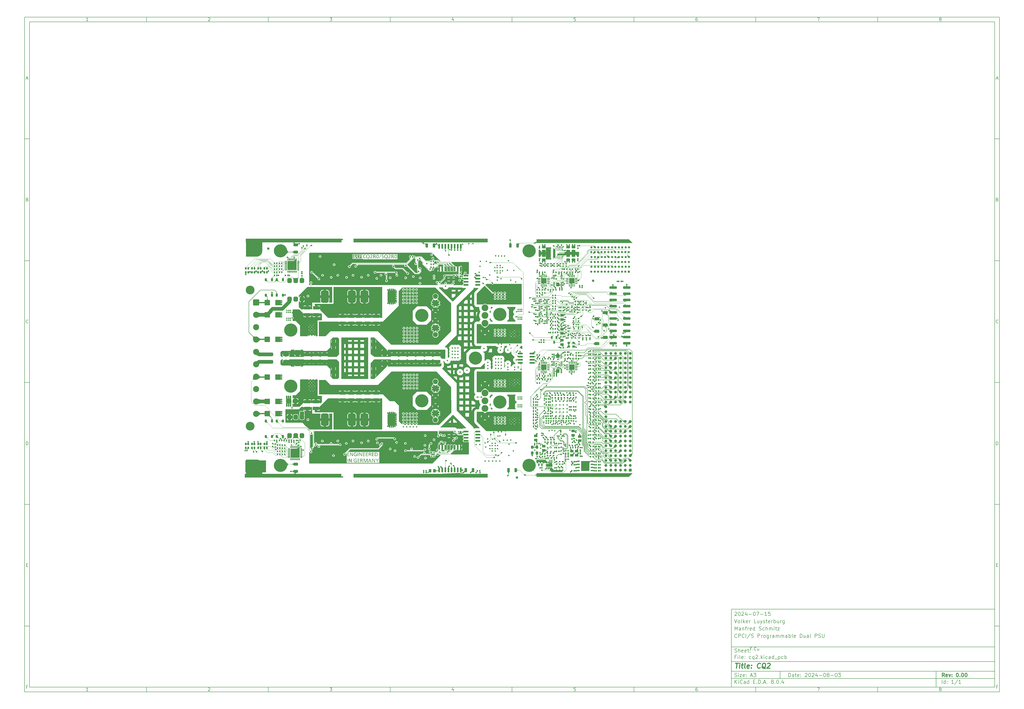
<source format=gbr>
%TF.GenerationSoftware,KiCad,Pcbnew,8.0.4*%
%TF.CreationDate,2024-09-04T12:40:55+02:00*%
%TF.ProjectId,cq2,6371322e-6b69-4636-9164-5f7063625858,0.00*%
%TF.SameCoordinates,Original*%
%TF.FileFunction,Copper,L1,Top*%
%TF.FilePolarity,Positive*%
%FSLAX46Y46*%
G04 Gerber Fmt 4.6, Leading zero omitted, Abs format (unit mm)*
G04 Created by KiCad (PCBNEW 8.0.4) date 2024-09-04 12:40:55*
%MOMM*%
%LPD*%
G01*
G04 APERTURE LIST*
G04 Aperture macros list*
%AMRoundRect*
0 Rectangle with rounded corners*
0 $1 Rounding radius*
0 $2 $3 $4 $5 $6 $7 $8 $9 X,Y pos of 4 corners*
0 Add a 4 corners polygon primitive as box body*
4,1,4,$2,$3,$4,$5,$6,$7,$8,$9,$2,$3,0*
0 Add four circle primitives for the rounded corners*
1,1,$1+$1,$2,$3*
1,1,$1+$1,$4,$5*
1,1,$1+$1,$6,$7*
1,1,$1+$1,$8,$9*
0 Add four rect primitives between the rounded corners*
20,1,$1+$1,$2,$3,$4,$5,0*
20,1,$1+$1,$4,$5,$6,$7,0*
20,1,$1+$1,$6,$7,$8,$9,0*
20,1,$1+$1,$8,$9,$2,$3,0*%
%AMOutline4P*
0 Free polygon, 4 corners , with rotation*
0 The origin of the aperture is its center*
0 number of corners: always 4*
0 $1 to $8 corner X, Y*
0 $9 Rotation angle, in degrees counterclockwise*
0 create outline with 4 corners*
4,1,4,$1,$2,$3,$4,$5,$6,$7,$8,$1,$2,$9*%
%AMFreePoly0*
4,1,10,0.647700,0.175600,0.397700,-0.101600,-0.647700,-0.101600,-0.647700,0.101600,-0.147700,0.101600,-0.147700,0.249600,0.397999,0.249999,0.397999,0.749999,0.651999,0.749999,0.647700,0.175600,0.647700,0.175600,$1*%
%AMFreePoly1*
4,1,13,3.947698,-0.101600,3.447698,-0.101600,3.447698,-0.648399,3.947698,-0.648399,3.947698,-0.851599,-0.647700,-0.851599,-0.647700,-0.648399,-0.147700,-0.648399,-0.147700,-0.101600,-0.647700,-0.101600,-0.647700,0.101600,3.947698,0.101600,3.947698,-0.101600,3.947698,-0.101600,$1*%
%AMFreePoly2*
4,1,17,3.947698,-0.101600,3.447698,-0.101600,3.447698,-0.641600,2.901999,-0.641999,2.901999,-1.149999,2.647999,-1.149999,2.647999,-0.641999,0.651999,-0.641999,0.651999,-1.149999,0.397999,-1.149999,0.397999,-0.641999,-0.147700,-0.641600,-0.147700,-0.101600,-0.647700,-0.101600,-0.647700,0.101600,3.947698,0.101600,3.947698,-0.101600,3.947698,-0.101600,$1*%
%AMFreePoly3*
4,1,9,-0.397999,0.250000,0.147701,0.249999,0.147701,0.099999,0.647701,0.099999,0.647700,-0.101600,-0.649999,-0.101600,-0.649999,0.749999,-0.397999,0.749999,-0.397999,0.250000,-0.397999,0.250000,$1*%
G04 Aperture macros list end*
%ADD10C,0.100000*%
%ADD11C,0.150000*%
%ADD12C,0.300000*%
%ADD13C,0.400000*%
%ADD14C,0.375000*%
%TA.AperFunction,NonConductor*%
%ADD15C,0.375000*%
%TD*%
%ADD16C,0.200000*%
%TA.AperFunction,NonConductor*%
%ADD17C,0.200000*%
%TD*%
%TA.AperFunction,EtchedComponent*%
%ADD18C,0.000000*%
%TD*%
%TA.AperFunction,SMDPad,CuDef*%
%ADD19RoundRect,0.140000X0.140000X0.170000X-0.140000X0.170000X-0.140000X-0.170000X0.140000X-0.170000X0*%
%TD*%
%TA.AperFunction,SMDPad,CuDef*%
%ADD20RoundRect,0.075000X-0.300000X-0.075000X0.300000X-0.075000X0.300000X0.075000X-0.300000X0.075000X0*%
%TD*%
%TA.AperFunction,SMDPad,CuDef*%
%ADD21RoundRect,0.100000X-0.580000X-0.630000X0.580000X-0.630000X0.580000X0.630000X-0.580000X0.630000X0*%
%TD*%
%TA.AperFunction,SMDPad,CuDef*%
%ADD22RoundRect,0.239978X-0.245022X-0.625022X0.245022X-0.625022X0.245022X0.625022X-0.245022X0.625022X0*%
%TD*%
%TA.AperFunction,SMDPad,CuDef*%
%ADD23RoundRect,0.140000X-0.170000X0.140000X-0.170000X-0.140000X0.170000X-0.140000X0.170000X0.140000X0*%
%TD*%
%TA.AperFunction,SMDPad,CuDef*%
%ADD24RoundRect,0.140000X-0.140000X-0.170000X0.140000X-0.170000X0.140000X0.170000X-0.140000X0.170000X0*%
%TD*%
%TA.AperFunction,SMDPad,CuDef*%
%ADD25RoundRect,0.229957X0.275043X-0.225043X0.275043X0.225043X-0.275043X0.225043X-0.275043X-0.225043X0*%
%TD*%
%TA.AperFunction,SMDPad,CuDef*%
%ADD26RoundRect,0.150000X0.150000X0.350000X-0.150000X0.350000X-0.150000X-0.350000X0.150000X-0.350000X0*%
%TD*%
%TA.AperFunction,SMDPad,CuDef*%
%ADD27RoundRect,0.249981X0.485019X-0.265019X0.485019X0.265019X-0.485019X0.265019X-0.485019X-0.265019X0*%
%TD*%
%TA.AperFunction,SMDPad,CuDef*%
%ADD28R,8.500000X5.000000*%
%TD*%
%TA.AperFunction,ComponentPad*%
%ADD29C,3.000000*%
%TD*%
%TA.AperFunction,SMDPad,CuDef*%
%ADD30RoundRect,0.140000X0.170000X-0.140000X0.170000X0.140000X-0.170000X0.140000X-0.170000X-0.140000X0*%
%TD*%
%TA.AperFunction,SMDPad,CuDef*%
%ADD31RoundRect,0.250025X-1.109975X0.434975X-1.109975X-0.434975X1.109975X-0.434975X1.109975X0.434975X0*%
%TD*%
%TA.AperFunction,SMDPad,CuDef*%
%ADD32RoundRect,0.250046X-0.459954X0.294954X-0.459954X-0.294954X0.459954X-0.294954X0.459954X0.294954X0*%
%TD*%
%TA.AperFunction,SMDPad,CuDef*%
%ADD33RoundRect,0.250046X0.459954X-0.294954X0.459954X0.294954X-0.459954X0.294954X-0.459954X-0.294954X0*%
%TD*%
%TA.AperFunction,ComponentPad*%
%ADD34C,0.800000*%
%TD*%
%TA.AperFunction,ComponentPad*%
%ADD35C,5.400000*%
%TD*%
%TA.AperFunction,SMDPad,CuDef*%
%ADD36RoundRect,0.445000X0.445000X-0.555000X0.445000X0.555000X-0.445000X0.555000X-0.445000X-0.555000X0*%
%TD*%
%TA.AperFunction,SMDPad,CuDef*%
%ADD37RoundRect,0.249972X-0.865028X-0.860028X0.865028X-0.860028X0.865028X0.860028X-0.865028X0.860028X0*%
%TD*%
%TA.AperFunction,SMDPad,CuDef*%
%ADD38RoundRect,0.239978X0.245022X0.625022X-0.245022X0.625022X-0.245022X-0.625022X0.245022X-0.625022X0*%
%TD*%
%TA.AperFunction,SMDPad,CuDef*%
%ADD39RoundRect,0.800000X0.800000X1.750000X-0.800000X1.750000X-0.800000X-1.750000X0.800000X-1.750000X0*%
%TD*%
%TA.AperFunction,SMDPad,CuDef*%
%ADD40RoundRect,0.250025X1.109975X-0.434975X1.109975X0.434975X-1.109975X0.434975X-1.109975X-0.434975X0*%
%TD*%
%TA.AperFunction,SMDPad,CuDef*%
%ADD41RoundRect,0.150000X-0.150000X-0.350000X0.150000X-0.350000X0.150000X0.350000X-0.150000X0.350000X0*%
%TD*%
%TA.AperFunction,SMDPad,CuDef*%
%ADD42RoundRect,0.249960X-0.660040X0.350040X-0.660040X-0.350040X0.660040X-0.350040X0.660040X0.350040X0*%
%TD*%
%TA.AperFunction,ComponentPad*%
%ADD43R,0.914000X0.914000*%
%TD*%
%TA.AperFunction,ComponentPad*%
%ADD44C,0.914000*%
%TD*%
%TA.AperFunction,SMDPad,CuDef*%
%ADD45C,1.000000*%
%TD*%
%TA.AperFunction,SMDPad,CuDef*%
%ADD46RoundRect,0.455216X0.619784X0.464784X-0.619784X0.464784X-0.619784X-0.464784X0.619784X-0.464784X0*%
%TD*%
%TA.AperFunction,SMDPad,CuDef*%
%ADD47RoundRect,0.170016X-0.864984X-0.159984X0.864984X-0.159984X0.864984X0.159984X-0.864984X0.159984X0*%
%TD*%
%TA.AperFunction,SMDPad,CuDef*%
%ADD48RoundRect,0.075000X0.325000X-0.075000X0.325000X0.075000X-0.325000X0.075000X-0.325000X-0.075000X0*%
%TD*%
%TA.AperFunction,SMDPad,CuDef*%
%ADD49RoundRect,0.075000X-0.075000X-0.325000X0.075000X-0.325000X0.075000X0.325000X-0.075000X0.325000X0*%
%TD*%
%TA.AperFunction,SMDPad,CuDef*%
%ADD50C,0.600000*%
%TD*%
%TA.AperFunction,ComponentPad*%
%ADD51C,0.600000*%
%TD*%
%TA.AperFunction,SMDPad,CuDef*%
%ADD52RoundRect,0.187500X-1.687500X-1.687500X1.687500X-1.687500X1.687500X1.687500X-1.687500X1.687500X0*%
%TD*%
%TA.AperFunction,SMDPad,CuDef*%
%ADD53RoundRect,0.200000X0.200000X-0.400000X0.200000X0.400000X-0.200000X0.400000X-0.200000X-0.400000X0*%
%TD*%
%TA.AperFunction,SMDPad,CuDef*%
%ADD54RoundRect,0.250000X-1.275000X-0.250000X1.275000X-0.250000X1.275000X0.250000X-1.275000X0.250000X0*%
%TD*%
%TA.AperFunction,SMDPad,CuDef*%
%ADD55RoundRect,0.075000X0.350000X-0.075000X0.350000X0.075000X-0.350000X0.075000X-0.350000X-0.075000X0*%
%TD*%
%TA.AperFunction,SMDPad,CuDef*%
%ADD56C,2.030000*%
%TD*%
%TA.AperFunction,SMDPad,CuDef*%
%ADD57C,2.790000*%
%TD*%
%TA.AperFunction,SMDPad,CuDef*%
%ADD58RoundRect,0.249981X-0.485019X0.265019X-0.485019X-0.265019X0.485019X-0.265019X0.485019X0.265019X0*%
%TD*%
%TA.AperFunction,SMDPad,CuDef*%
%ADD59RoundRect,0.445000X-0.445000X0.555000X-0.445000X-0.555000X0.445000X-0.555000X0.445000X0.555000X0*%
%TD*%
%TA.AperFunction,SMDPad,CuDef*%
%ADD60RoundRect,0.087500X0.437500X-0.087500X0.437500X0.087500X-0.437500X0.087500X-0.437500X-0.087500X0*%
%TD*%
%TA.AperFunction,SMDPad,CuDef*%
%ADD61RoundRect,0.087500X-0.087500X-0.437500X0.087500X-0.437500X0.087500X0.437500X-0.087500X0.437500X0*%
%TD*%
%TA.AperFunction,SMDPad,CuDef*%
%ADD62RoundRect,0.035398X-0.364602X-0.364602X0.364602X-0.364602X0.364602X0.364602X-0.364602X0.364602X0*%
%TD*%
%TA.AperFunction,SMDPad,CuDef*%
%ADD63RoundRect,0.100000X-1.030000X-1.030000X1.030000X-1.030000X1.030000X1.030000X-1.030000X1.030000X0*%
%TD*%
%TA.AperFunction,SMDPad,CuDef*%
%ADD64RoundRect,0.249972X-0.860028X0.865028X-0.860028X-0.865028X0.860028X-0.865028X0.860028X0.865028X0*%
%TD*%
%TA.AperFunction,SMDPad,CuDef*%
%ADD65FreePoly0,270.000000*%
%TD*%
%TA.AperFunction,SMDPad,CuDef*%
%ADD66R,0.203200X1.295400*%
%TD*%
%TA.AperFunction,SMDPad,CuDef*%
%ADD67FreePoly1,270.000000*%
%TD*%
%TA.AperFunction,SMDPad,CuDef*%
%ADD68R,0.127000X0.127000*%
%TD*%
%TA.AperFunction,SMDPad,CuDef*%
%ADD69FreePoly2,270.000000*%
%TD*%
%TA.AperFunction,SMDPad,CuDef*%
%ADD70FreePoly3,270.000000*%
%TD*%
%TA.AperFunction,SMDPad,CuDef*%
%ADD71R,2.057400X0.254000*%
%TD*%
%TA.AperFunction,SMDPad,CuDef*%
%ADD72RoundRect,0.150000X0.150000X-0.875000X0.150000X0.875000X-0.150000X0.875000X-0.150000X-0.875000X0*%
%TD*%
%TA.AperFunction,SMDPad,CuDef*%
%ADD73RoundRect,0.375000X0.875000X-0.375000X0.875000X0.375000X-0.875000X0.375000X-0.875000X-0.375000X0*%
%TD*%
%TA.AperFunction,SMDPad,CuDef*%
%ADD74RoundRect,0.075000X-0.350000X0.075000X-0.350000X-0.075000X0.350000X-0.075000X0.350000X0.075000X0*%
%TD*%
%TA.AperFunction,WasherPad*%
%ADD75C,3.600000*%
%TD*%
%TA.AperFunction,ComponentPad*%
%ADD76RoundRect,0.297619X-0.952381X-0.952381X0.952381X-0.952381X0.952381X0.952381X-0.952381X0.952381X0*%
%TD*%
%TA.AperFunction,ComponentPad*%
%ADD77C,2.500000*%
%TD*%
%TA.AperFunction,SMDPad,CuDef*%
%ADD78RoundRect,0.125000X0.125000X0.175000X-0.125000X0.175000X-0.125000X-0.175000X0.125000X-0.175000X0*%
%TD*%
%TA.AperFunction,SMDPad,CuDef*%
%ADD79R,2.000000X1.200000*%
%TD*%
%TA.AperFunction,SMDPad,CuDef*%
%ADD80RoundRect,0.112500X-0.487500X0.112500X-0.487500X-0.112500X0.487500X-0.112500X0.487500X0.112500X0*%
%TD*%
%TA.AperFunction,SMDPad,CuDef*%
%ADD81R,3.450000X4.050000*%
%TD*%
%TA.AperFunction,SMDPad,CuDef*%
%ADD82RoundRect,0.200000X-0.200000X0.400000X-0.200000X-0.400000X0.200000X-0.400000X0.200000X0.400000X0*%
%TD*%
%TA.AperFunction,SMDPad,CuDef*%
%ADD83RoundRect,0.250046X-0.294954X-0.459954X0.294954X-0.459954X0.294954X0.459954X-0.294954X0.459954X0*%
%TD*%
%TA.AperFunction,SMDPad,CuDef*%
%ADD84R,38.000000X1.500000*%
%TD*%
%TA.AperFunction,SMDPad,CuDef*%
%ADD85R,38.000000X1.000000*%
%TD*%
%TA.AperFunction,SMDPad,CuDef*%
%ADD86Outline4P,0.000000X-0.750000X0.000000X-0.750000X1.500000X0.750000X-1.500000X0.750000X0.000000*%
%TD*%
%TA.AperFunction,SMDPad,CuDef*%
%ADD87R,55.000000X1.500000*%
%TD*%
%TA.AperFunction,SMDPad,CuDef*%
%ADD88R,4.000000X7.000000*%
%TD*%
%TA.AperFunction,SMDPad,CuDef*%
%ADD89C,5.000000*%
%TD*%
%TA.AperFunction,SMDPad,CuDef*%
%ADD90R,5.000000X5.000000*%
%TD*%
%TA.AperFunction,SMDPad,CuDef*%
%ADD91R,39.750000X1.500000*%
%TD*%
%TA.AperFunction,SMDPad,CuDef*%
%ADD92RoundRect,0.760000X0.000010X-1.465000X0.000010X1.465000X-0.000010X1.465000X-0.000010X-1.465000X0*%
%TD*%
%TA.AperFunction,SMDPad,CuDef*%
%ADD93RoundRect,0.150000X-0.150000X0.875000X-0.150000X-0.875000X0.150000X-0.875000X0.150000X0.875000X0*%
%TD*%
%TA.AperFunction,SMDPad,CuDef*%
%ADD94RoundRect,0.075000X0.300000X0.075000X-0.300000X0.075000X-0.300000X-0.075000X0.300000X-0.075000X0*%
%TD*%
%TA.AperFunction,SMDPad,CuDef*%
%ADD95RoundRect,0.100000X0.580000X0.630000X-0.580000X0.630000X-0.580000X-0.630000X0.580000X-0.630000X0*%
%TD*%
%TA.AperFunction,ComponentPad*%
%ADD96RoundRect,0.250000X0.339000X-0.339000X0.339000X0.339000X-0.339000X0.339000X-0.339000X-0.339000X0*%
%TD*%
%TA.AperFunction,ComponentPad*%
%ADD97C,1.178000*%
%TD*%
%TA.AperFunction,SMDPad,CuDef*%
%ADD98RoundRect,0.317500X0.697500X0.317500X-0.697500X0.317500X-0.697500X-0.317500X0.697500X-0.317500X0*%
%TD*%
%TA.AperFunction,SMDPad,CuDef*%
%ADD99RoundRect,0.249960X0.660040X-0.350040X0.660040X0.350040X-0.660040X0.350040X-0.660040X-0.350040X0*%
%TD*%
%TA.AperFunction,SMDPad,CuDef*%
%ADD100RoundRect,0.250000X-0.250000X-0.385000X0.250000X-0.385000X0.250000X0.385000X-0.250000X0.385000X0*%
%TD*%
%TA.AperFunction,SMDPad,CuDef*%
%ADD101RoundRect,0.149999X-0.155001X0.475001X-0.155001X-0.475001X0.155001X-0.475001X0.155001X0.475001X0*%
%TD*%
%TA.AperFunction,ComponentPad*%
%ADD102C,0.500000*%
%TD*%
%TA.AperFunction,SMDPad,CuDef*%
%ADD103R,2.650000X1.000000*%
%TD*%
%TA.AperFunction,SMDPad,CuDef*%
%ADD104Outline4P,-1.500000X-0.750000X1.500000X-0.750000X0.000000X0.750000X0.000000X0.750000X0.000000*%
%TD*%
%TA.AperFunction,SMDPad,CuDef*%
%ADD105R,39.250000X1.500000*%
%TD*%
%TA.AperFunction,ViaPad*%
%ADD106C,0.600000*%
%TD*%
%TA.AperFunction,Conductor*%
%ADD107C,0.200000*%
%TD*%
%TA.AperFunction,Conductor*%
%ADD108C,0.120000*%
%TD*%
%TA.AperFunction,Conductor*%
%ADD109C,0.190000*%
%TD*%
%TA.AperFunction,Conductor*%
%ADD110C,0.160000*%
%TD*%
%TA.AperFunction,Conductor*%
%ADD111C,1.500000*%
%TD*%
%TA.AperFunction,Conductor*%
%ADD112C,0.500000*%
%TD*%
%TA.AperFunction,Conductor*%
%ADD113C,0.600000*%
%TD*%
%TA.AperFunction,Conductor*%
%ADD114C,1.000000*%
%TD*%
G04 APERTURE END LIST*
D10*
D11*
X299989000Y-253002200D02*
X407989000Y-253002200D01*
X407989000Y-285002200D01*
X299989000Y-285002200D01*
X299989000Y-253002200D01*
D10*
D11*
X10000000Y-10000000D02*
X409989000Y-10000000D01*
X409989000Y-287002200D01*
X10000000Y-287002200D01*
X10000000Y-10000000D01*
D10*
D11*
X12000000Y-12000000D02*
X407989000Y-12000000D01*
X407989000Y-285002200D01*
X12000000Y-285002200D01*
X12000000Y-12000000D01*
D10*
D11*
X60000000Y-12000000D02*
X60000000Y-10000000D01*
D10*
D11*
X110000000Y-12000000D02*
X110000000Y-10000000D01*
D10*
D11*
X160000000Y-12000000D02*
X160000000Y-10000000D01*
D10*
D11*
X210000000Y-12000000D02*
X210000000Y-10000000D01*
D10*
D11*
X260000000Y-12000000D02*
X260000000Y-10000000D01*
D10*
D11*
X310000000Y-12000000D02*
X310000000Y-10000000D01*
D10*
D11*
X360000000Y-12000000D02*
X360000000Y-10000000D01*
D10*
D11*
X36089160Y-11593604D02*
X35346303Y-11593604D01*
X35717731Y-11593604D02*
X35717731Y-10293604D01*
X35717731Y-10293604D02*
X35593922Y-10479319D01*
X35593922Y-10479319D02*
X35470112Y-10603128D01*
X35470112Y-10603128D02*
X35346303Y-10665033D01*
D10*
D11*
X85346303Y-10417414D02*
X85408207Y-10355509D01*
X85408207Y-10355509D02*
X85532017Y-10293604D01*
X85532017Y-10293604D02*
X85841541Y-10293604D01*
X85841541Y-10293604D02*
X85965350Y-10355509D01*
X85965350Y-10355509D02*
X86027255Y-10417414D01*
X86027255Y-10417414D02*
X86089160Y-10541223D01*
X86089160Y-10541223D02*
X86089160Y-10665033D01*
X86089160Y-10665033D02*
X86027255Y-10850747D01*
X86027255Y-10850747D02*
X85284398Y-11593604D01*
X85284398Y-11593604D02*
X86089160Y-11593604D01*
D10*
D11*
X135284398Y-10293604D02*
X136089160Y-10293604D01*
X136089160Y-10293604D02*
X135655826Y-10788842D01*
X135655826Y-10788842D02*
X135841541Y-10788842D01*
X135841541Y-10788842D02*
X135965350Y-10850747D01*
X135965350Y-10850747D02*
X136027255Y-10912652D01*
X136027255Y-10912652D02*
X136089160Y-11036461D01*
X136089160Y-11036461D02*
X136089160Y-11345985D01*
X136089160Y-11345985D02*
X136027255Y-11469795D01*
X136027255Y-11469795D02*
X135965350Y-11531700D01*
X135965350Y-11531700D02*
X135841541Y-11593604D01*
X135841541Y-11593604D02*
X135470112Y-11593604D01*
X135470112Y-11593604D02*
X135346303Y-11531700D01*
X135346303Y-11531700D02*
X135284398Y-11469795D01*
D10*
D11*
X185965350Y-10726938D02*
X185965350Y-11593604D01*
X185655826Y-10231700D02*
X185346303Y-11160271D01*
X185346303Y-11160271D02*
X186151064Y-11160271D01*
D10*
D11*
X236027255Y-10293604D02*
X235408207Y-10293604D01*
X235408207Y-10293604D02*
X235346303Y-10912652D01*
X235346303Y-10912652D02*
X235408207Y-10850747D01*
X235408207Y-10850747D02*
X235532017Y-10788842D01*
X235532017Y-10788842D02*
X235841541Y-10788842D01*
X235841541Y-10788842D02*
X235965350Y-10850747D01*
X235965350Y-10850747D02*
X236027255Y-10912652D01*
X236027255Y-10912652D02*
X236089160Y-11036461D01*
X236089160Y-11036461D02*
X236089160Y-11345985D01*
X236089160Y-11345985D02*
X236027255Y-11469795D01*
X236027255Y-11469795D02*
X235965350Y-11531700D01*
X235965350Y-11531700D02*
X235841541Y-11593604D01*
X235841541Y-11593604D02*
X235532017Y-11593604D01*
X235532017Y-11593604D02*
X235408207Y-11531700D01*
X235408207Y-11531700D02*
X235346303Y-11469795D01*
D10*
D11*
X285965350Y-10293604D02*
X285717731Y-10293604D01*
X285717731Y-10293604D02*
X285593922Y-10355509D01*
X285593922Y-10355509D02*
X285532017Y-10417414D01*
X285532017Y-10417414D02*
X285408207Y-10603128D01*
X285408207Y-10603128D02*
X285346303Y-10850747D01*
X285346303Y-10850747D02*
X285346303Y-11345985D01*
X285346303Y-11345985D02*
X285408207Y-11469795D01*
X285408207Y-11469795D02*
X285470112Y-11531700D01*
X285470112Y-11531700D02*
X285593922Y-11593604D01*
X285593922Y-11593604D02*
X285841541Y-11593604D01*
X285841541Y-11593604D02*
X285965350Y-11531700D01*
X285965350Y-11531700D02*
X286027255Y-11469795D01*
X286027255Y-11469795D02*
X286089160Y-11345985D01*
X286089160Y-11345985D02*
X286089160Y-11036461D01*
X286089160Y-11036461D02*
X286027255Y-10912652D01*
X286027255Y-10912652D02*
X285965350Y-10850747D01*
X285965350Y-10850747D02*
X285841541Y-10788842D01*
X285841541Y-10788842D02*
X285593922Y-10788842D01*
X285593922Y-10788842D02*
X285470112Y-10850747D01*
X285470112Y-10850747D02*
X285408207Y-10912652D01*
X285408207Y-10912652D02*
X285346303Y-11036461D01*
D10*
D11*
X335284398Y-10293604D02*
X336151064Y-10293604D01*
X336151064Y-10293604D02*
X335593922Y-11593604D01*
D10*
D11*
X385593922Y-10850747D02*
X385470112Y-10788842D01*
X385470112Y-10788842D02*
X385408207Y-10726938D01*
X385408207Y-10726938D02*
X385346303Y-10603128D01*
X385346303Y-10603128D02*
X385346303Y-10541223D01*
X385346303Y-10541223D02*
X385408207Y-10417414D01*
X385408207Y-10417414D02*
X385470112Y-10355509D01*
X385470112Y-10355509D02*
X385593922Y-10293604D01*
X385593922Y-10293604D02*
X385841541Y-10293604D01*
X385841541Y-10293604D02*
X385965350Y-10355509D01*
X385965350Y-10355509D02*
X386027255Y-10417414D01*
X386027255Y-10417414D02*
X386089160Y-10541223D01*
X386089160Y-10541223D02*
X386089160Y-10603128D01*
X386089160Y-10603128D02*
X386027255Y-10726938D01*
X386027255Y-10726938D02*
X385965350Y-10788842D01*
X385965350Y-10788842D02*
X385841541Y-10850747D01*
X385841541Y-10850747D02*
X385593922Y-10850747D01*
X385593922Y-10850747D02*
X385470112Y-10912652D01*
X385470112Y-10912652D02*
X385408207Y-10974557D01*
X385408207Y-10974557D02*
X385346303Y-11098366D01*
X385346303Y-11098366D02*
X385346303Y-11345985D01*
X385346303Y-11345985D02*
X385408207Y-11469795D01*
X385408207Y-11469795D02*
X385470112Y-11531700D01*
X385470112Y-11531700D02*
X385593922Y-11593604D01*
X385593922Y-11593604D02*
X385841541Y-11593604D01*
X385841541Y-11593604D02*
X385965350Y-11531700D01*
X385965350Y-11531700D02*
X386027255Y-11469795D01*
X386027255Y-11469795D02*
X386089160Y-11345985D01*
X386089160Y-11345985D02*
X386089160Y-11098366D01*
X386089160Y-11098366D02*
X386027255Y-10974557D01*
X386027255Y-10974557D02*
X385965350Y-10912652D01*
X385965350Y-10912652D02*
X385841541Y-10850747D01*
D10*
D11*
X60000000Y-285002200D02*
X60000000Y-287002200D01*
D10*
D11*
X110000000Y-285002200D02*
X110000000Y-287002200D01*
D10*
D11*
X160000000Y-285002200D02*
X160000000Y-287002200D01*
D10*
D11*
X210000000Y-285002200D02*
X210000000Y-287002200D01*
D10*
D11*
X260000000Y-285002200D02*
X260000000Y-287002200D01*
D10*
D11*
X310000000Y-285002200D02*
X310000000Y-287002200D01*
D10*
D11*
X360000000Y-285002200D02*
X360000000Y-287002200D01*
D10*
D11*
X36089160Y-286595804D02*
X35346303Y-286595804D01*
X35717731Y-286595804D02*
X35717731Y-285295804D01*
X35717731Y-285295804D02*
X35593922Y-285481519D01*
X35593922Y-285481519D02*
X35470112Y-285605328D01*
X35470112Y-285605328D02*
X35346303Y-285667233D01*
D10*
D11*
X85346303Y-285419614D02*
X85408207Y-285357709D01*
X85408207Y-285357709D02*
X85532017Y-285295804D01*
X85532017Y-285295804D02*
X85841541Y-285295804D01*
X85841541Y-285295804D02*
X85965350Y-285357709D01*
X85965350Y-285357709D02*
X86027255Y-285419614D01*
X86027255Y-285419614D02*
X86089160Y-285543423D01*
X86089160Y-285543423D02*
X86089160Y-285667233D01*
X86089160Y-285667233D02*
X86027255Y-285852947D01*
X86027255Y-285852947D02*
X85284398Y-286595804D01*
X85284398Y-286595804D02*
X86089160Y-286595804D01*
D10*
D11*
X135284398Y-285295804D02*
X136089160Y-285295804D01*
X136089160Y-285295804D02*
X135655826Y-285791042D01*
X135655826Y-285791042D02*
X135841541Y-285791042D01*
X135841541Y-285791042D02*
X135965350Y-285852947D01*
X135965350Y-285852947D02*
X136027255Y-285914852D01*
X136027255Y-285914852D02*
X136089160Y-286038661D01*
X136089160Y-286038661D02*
X136089160Y-286348185D01*
X136089160Y-286348185D02*
X136027255Y-286471995D01*
X136027255Y-286471995D02*
X135965350Y-286533900D01*
X135965350Y-286533900D02*
X135841541Y-286595804D01*
X135841541Y-286595804D02*
X135470112Y-286595804D01*
X135470112Y-286595804D02*
X135346303Y-286533900D01*
X135346303Y-286533900D02*
X135284398Y-286471995D01*
D10*
D11*
X185965350Y-285729138D02*
X185965350Y-286595804D01*
X185655826Y-285233900D02*
X185346303Y-286162471D01*
X185346303Y-286162471D02*
X186151064Y-286162471D01*
D10*
D11*
X236027255Y-285295804D02*
X235408207Y-285295804D01*
X235408207Y-285295804D02*
X235346303Y-285914852D01*
X235346303Y-285914852D02*
X235408207Y-285852947D01*
X235408207Y-285852947D02*
X235532017Y-285791042D01*
X235532017Y-285791042D02*
X235841541Y-285791042D01*
X235841541Y-285791042D02*
X235965350Y-285852947D01*
X235965350Y-285852947D02*
X236027255Y-285914852D01*
X236027255Y-285914852D02*
X236089160Y-286038661D01*
X236089160Y-286038661D02*
X236089160Y-286348185D01*
X236089160Y-286348185D02*
X236027255Y-286471995D01*
X236027255Y-286471995D02*
X235965350Y-286533900D01*
X235965350Y-286533900D02*
X235841541Y-286595804D01*
X235841541Y-286595804D02*
X235532017Y-286595804D01*
X235532017Y-286595804D02*
X235408207Y-286533900D01*
X235408207Y-286533900D02*
X235346303Y-286471995D01*
D10*
D11*
X285965350Y-285295804D02*
X285717731Y-285295804D01*
X285717731Y-285295804D02*
X285593922Y-285357709D01*
X285593922Y-285357709D02*
X285532017Y-285419614D01*
X285532017Y-285419614D02*
X285408207Y-285605328D01*
X285408207Y-285605328D02*
X285346303Y-285852947D01*
X285346303Y-285852947D02*
X285346303Y-286348185D01*
X285346303Y-286348185D02*
X285408207Y-286471995D01*
X285408207Y-286471995D02*
X285470112Y-286533900D01*
X285470112Y-286533900D02*
X285593922Y-286595804D01*
X285593922Y-286595804D02*
X285841541Y-286595804D01*
X285841541Y-286595804D02*
X285965350Y-286533900D01*
X285965350Y-286533900D02*
X286027255Y-286471995D01*
X286027255Y-286471995D02*
X286089160Y-286348185D01*
X286089160Y-286348185D02*
X286089160Y-286038661D01*
X286089160Y-286038661D02*
X286027255Y-285914852D01*
X286027255Y-285914852D02*
X285965350Y-285852947D01*
X285965350Y-285852947D02*
X285841541Y-285791042D01*
X285841541Y-285791042D02*
X285593922Y-285791042D01*
X285593922Y-285791042D02*
X285470112Y-285852947D01*
X285470112Y-285852947D02*
X285408207Y-285914852D01*
X285408207Y-285914852D02*
X285346303Y-286038661D01*
D10*
D11*
X335284398Y-285295804D02*
X336151064Y-285295804D01*
X336151064Y-285295804D02*
X335593922Y-286595804D01*
D10*
D11*
X385593922Y-285852947D02*
X385470112Y-285791042D01*
X385470112Y-285791042D02*
X385408207Y-285729138D01*
X385408207Y-285729138D02*
X385346303Y-285605328D01*
X385346303Y-285605328D02*
X385346303Y-285543423D01*
X385346303Y-285543423D02*
X385408207Y-285419614D01*
X385408207Y-285419614D02*
X385470112Y-285357709D01*
X385470112Y-285357709D02*
X385593922Y-285295804D01*
X385593922Y-285295804D02*
X385841541Y-285295804D01*
X385841541Y-285295804D02*
X385965350Y-285357709D01*
X385965350Y-285357709D02*
X386027255Y-285419614D01*
X386027255Y-285419614D02*
X386089160Y-285543423D01*
X386089160Y-285543423D02*
X386089160Y-285605328D01*
X386089160Y-285605328D02*
X386027255Y-285729138D01*
X386027255Y-285729138D02*
X385965350Y-285791042D01*
X385965350Y-285791042D02*
X385841541Y-285852947D01*
X385841541Y-285852947D02*
X385593922Y-285852947D01*
X385593922Y-285852947D02*
X385470112Y-285914852D01*
X385470112Y-285914852D02*
X385408207Y-285976757D01*
X385408207Y-285976757D02*
X385346303Y-286100566D01*
X385346303Y-286100566D02*
X385346303Y-286348185D01*
X385346303Y-286348185D02*
X385408207Y-286471995D01*
X385408207Y-286471995D02*
X385470112Y-286533900D01*
X385470112Y-286533900D02*
X385593922Y-286595804D01*
X385593922Y-286595804D02*
X385841541Y-286595804D01*
X385841541Y-286595804D02*
X385965350Y-286533900D01*
X385965350Y-286533900D02*
X386027255Y-286471995D01*
X386027255Y-286471995D02*
X386089160Y-286348185D01*
X386089160Y-286348185D02*
X386089160Y-286100566D01*
X386089160Y-286100566D02*
X386027255Y-285976757D01*
X386027255Y-285976757D02*
X385965350Y-285914852D01*
X385965350Y-285914852D02*
X385841541Y-285852947D01*
D10*
D11*
X10000000Y-60000000D02*
X12000000Y-60000000D01*
D10*
D11*
X10000000Y-110000000D02*
X12000000Y-110000000D01*
D10*
D11*
X10000000Y-160000000D02*
X12000000Y-160000000D01*
D10*
D11*
X10000000Y-210000000D02*
X12000000Y-210000000D01*
D10*
D11*
X10000000Y-260000000D02*
X12000000Y-260000000D01*
D10*
D11*
X10690476Y-35222176D02*
X11309523Y-35222176D01*
X10566666Y-35593604D02*
X10999999Y-34293604D01*
X10999999Y-34293604D02*
X11433333Y-35593604D01*
D10*
D11*
X11092857Y-84912652D02*
X11278571Y-84974557D01*
X11278571Y-84974557D02*
X11340476Y-85036461D01*
X11340476Y-85036461D02*
X11402380Y-85160271D01*
X11402380Y-85160271D02*
X11402380Y-85345985D01*
X11402380Y-85345985D02*
X11340476Y-85469795D01*
X11340476Y-85469795D02*
X11278571Y-85531700D01*
X11278571Y-85531700D02*
X11154761Y-85593604D01*
X11154761Y-85593604D02*
X10659523Y-85593604D01*
X10659523Y-85593604D02*
X10659523Y-84293604D01*
X10659523Y-84293604D02*
X11092857Y-84293604D01*
X11092857Y-84293604D02*
X11216666Y-84355509D01*
X11216666Y-84355509D02*
X11278571Y-84417414D01*
X11278571Y-84417414D02*
X11340476Y-84541223D01*
X11340476Y-84541223D02*
X11340476Y-84665033D01*
X11340476Y-84665033D02*
X11278571Y-84788842D01*
X11278571Y-84788842D02*
X11216666Y-84850747D01*
X11216666Y-84850747D02*
X11092857Y-84912652D01*
X11092857Y-84912652D02*
X10659523Y-84912652D01*
D10*
D11*
X11402380Y-135469795D02*
X11340476Y-135531700D01*
X11340476Y-135531700D02*
X11154761Y-135593604D01*
X11154761Y-135593604D02*
X11030952Y-135593604D01*
X11030952Y-135593604D02*
X10845238Y-135531700D01*
X10845238Y-135531700D02*
X10721428Y-135407890D01*
X10721428Y-135407890D02*
X10659523Y-135284080D01*
X10659523Y-135284080D02*
X10597619Y-135036461D01*
X10597619Y-135036461D02*
X10597619Y-134850747D01*
X10597619Y-134850747D02*
X10659523Y-134603128D01*
X10659523Y-134603128D02*
X10721428Y-134479319D01*
X10721428Y-134479319D02*
X10845238Y-134355509D01*
X10845238Y-134355509D02*
X11030952Y-134293604D01*
X11030952Y-134293604D02*
X11154761Y-134293604D01*
X11154761Y-134293604D02*
X11340476Y-134355509D01*
X11340476Y-134355509D02*
X11402380Y-134417414D01*
D10*
D11*
X10659523Y-185593604D02*
X10659523Y-184293604D01*
X10659523Y-184293604D02*
X10969047Y-184293604D01*
X10969047Y-184293604D02*
X11154761Y-184355509D01*
X11154761Y-184355509D02*
X11278571Y-184479319D01*
X11278571Y-184479319D02*
X11340476Y-184603128D01*
X11340476Y-184603128D02*
X11402380Y-184850747D01*
X11402380Y-184850747D02*
X11402380Y-185036461D01*
X11402380Y-185036461D02*
X11340476Y-185284080D01*
X11340476Y-185284080D02*
X11278571Y-185407890D01*
X11278571Y-185407890D02*
X11154761Y-185531700D01*
X11154761Y-185531700D02*
X10969047Y-185593604D01*
X10969047Y-185593604D02*
X10659523Y-185593604D01*
D10*
D11*
X10721428Y-234912652D02*
X11154762Y-234912652D01*
X11340476Y-235593604D02*
X10721428Y-235593604D01*
X10721428Y-235593604D02*
X10721428Y-234293604D01*
X10721428Y-234293604D02*
X11340476Y-234293604D01*
D10*
D11*
X11185714Y-284912652D02*
X10752380Y-284912652D01*
X10752380Y-285593604D02*
X10752380Y-284293604D01*
X10752380Y-284293604D02*
X11371428Y-284293604D01*
D10*
D11*
X409989000Y-60000000D02*
X407989000Y-60000000D01*
D10*
D11*
X409989000Y-110000000D02*
X407989000Y-110000000D01*
D10*
D11*
X409989000Y-160000000D02*
X407989000Y-160000000D01*
D10*
D11*
X409989000Y-210000000D02*
X407989000Y-210000000D01*
D10*
D11*
X409989000Y-260000000D02*
X407989000Y-260000000D01*
D10*
D11*
X408679476Y-35222176D02*
X409298523Y-35222176D01*
X408555666Y-35593604D02*
X408988999Y-34293604D01*
X408988999Y-34293604D02*
X409422333Y-35593604D01*
D10*
D11*
X409081857Y-84912652D02*
X409267571Y-84974557D01*
X409267571Y-84974557D02*
X409329476Y-85036461D01*
X409329476Y-85036461D02*
X409391380Y-85160271D01*
X409391380Y-85160271D02*
X409391380Y-85345985D01*
X409391380Y-85345985D02*
X409329476Y-85469795D01*
X409329476Y-85469795D02*
X409267571Y-85531700D01*
X409267571Y-85531700D02*
X409143761Y-85593604D01*
X409143761Y-85593604D02*
X408648523Y-85593604D01*
X408648523Y-85593604D02*
X408648523Y-84293604D01*
X408648523Y-84293604D02*
X409081857Y-84293604D01*
X409081857Y-84293604D02*
X409205666Y-84355509D01*
X409205666Y-84355509D02*
X409267571Y-84417414D01*
X409267571Y-84417414D02*
X409329476Y-84541223D01*
X409329476Y-84541223D02*
X409329476Y-84665033D01*
X409329476Y-84665033D02*
X409267571Y-84788842D01*
X409267571Y-84788842D02*
X409205666Y-84850747D01*
X409205666Y-84850747D02*
X409081857Y-84912652D01*
X409081857Y-84912652D02*
X408648523Y-84912652D01*
D10*
D11*
X409391380Y-135469795D02*
X409329476Y-135531700D01*
X409329476Y-135531700D02*
X409143761Y-135593604D01*
X409143761Y-135593604D02*
X409019952Y-135593604D01*
X409019952Y-135593604D02*
X408834238Y-135531700D01*
X408834238Y-135531700D02*
X408710428Y-135407890D01*
X408710428Y-135407890D02*
X408648523Y-135284080D01*
X408648523Y-135284080D02*
X408586619Y-135036461D01*
X408586619Y-135036461D02*
X408586619Y-134850747D01*
X408586619Y-134850747D02*
X408648523Y-134603128D01*
X408648523Y-134603128D02*
X408710428Y-134479319D01*
X408710428Y-134479319D02*
X408834238Y-134355509D01*
X408834238Y-134355509D02*
X409019952Y-134293604D01*
X409019952Y-134293604D02*
X409143761Y-134293604D01*
X409143761Y-134293604D02*
X409329476Y-134355509D01*
X409329476Y-134355509D02*
X409391380Y-134417414D01*
D10*
D11*
X408648523Y-185593604D02*
X408648523Y-184293604D01*
X408648523Y-184293604D02*
X408958047Y-184293604D01*
X408958047Y-184293604D02*
X409143761Y-184355509D01*
X409143761Y-184355509D02*
X409267571Y-184479319D01*
X409267571Y-184479319D02*
X409329476Y-184603128D01*
X409329476Y-184603128D02*
X409391380Y-184850747D01*
X409391380Y-184850747D02*
X409391380Y-185036461D01*
X409391380Y-185036461D02*
X409329476Y-185284080D01*
X409329476Y-185284080D02*
X409267571Y-185407890D01*
X409267571Y-185407890D02*
X409143761Y-185531700D01*
X409143761Y-185531700D02*
X408958047Y-185593604D01*
X408958047Y-185593604D02*
X408648523Y-185593604D01*
D10*
D11*
X408710428Y-234912652D02*
X409143762Y-234912652D01*
X409329476Y-235593604D02*
X408710428Y-235593604D01*
X408710428Y-235593604D02*
X408710428Y-234293604D01*
X408710428Y-234293604D02*
X409329476Y-234293604D01*
D10*
D11*
X409174714Y-284912652D02*
X408741380Y-284912652D01*
X408741380Y-285593604D02*
X408741380Y-284293604D01*
X408741380Y-284293604D02*
X409360428Y-284293604D01*
D10*
D11*
X323444826Y-280788328D02*
X323444826Y-279288328D01*
X323444826Y-279288328D02*
X323801969Y-279288328D01*
X323801969Y-279288328D02*
X324016255Y-279359757D01*
X324016255Y-279359757D02*
X324159112Y-279502614D01*
X324159112Y-279502614D02*
X324230541Y-279645471D01*
X324230541Y-279645471D02*
X324301969Y-279931185D01*
X324301969Y-279931185D02*
X324301969Y-280145471D01*
X324301969Y-280145471D02*
X324230541Y-280431185D01*
X324230541Y-280431185D02*
X324159112Y-280574042D01*
X324159112Y-280574042D02*
X324016255Y-280716900D01*
X324016255Y-280716900D02*
X323801969Y-280788328D01*
X323801969Y-280788328D02*
X323444826Y-280788328D01*
X325587684Y-280788328D02*
X325587684Y-280002614D01*
X325587684Y-280002614D02*
X325516255Y-279859757D01*
X325516255Y-279859757D02*
X325373398Y-279788328D01*
X325373398Y-279788328D02*
X325087684Y-279788328D01*
X325087684Y-279788328D02*
X324944826Y-279859757D01*
X325587684Y-280716900D02*
X325444826Y-280788328D01*
X325444826Y-280788328D02*
X325087684Y-280788328D01*
X325087684Y-280788328D02*
X324944826Y-280716900D01*
X324944826Y-280716900D02*
X324873398Y-280574042D01*
X324873398Y-280574042D02*
X324873398Y-280431185D01*
X324873398Y-280431185D02*
X324944826Y-280288328D01*
X324944826Y-280288328D02*
X325087684Y-280216900D01*
X325087684Y-280216900D02*
X325444826Y-280216900D01*
X325444826Y-280216900D02*
X325587684Y-280145471D01*
X326087684Y-279788328D02*
X326659112Y-279788328D01*
X326301969Y-279288328D02*
X326301969Y-280574042D01*
X326301969Y-280574042D02*
X326373398Y-280716900D01*
X326373398Y-280716900D02*
X326516255Y-280788328D01*
X326516255Y-280788328D02*
X326659112Y-280788328D01*
X327730541Y-280716900D02*
X327587684Y-280788328D01*
X327587684Y-280788328D02*
X327301970Y-280788328D01*
X327301970Y-280788328D02*
X327159112Y-280716900D01*
X327159112Y-280716900D02*
X327087684Y-280574042D01*
X327087684Y-280574042D02*
X327087684Y-280002614D01*
X327087684Y-280002614D02*
X327159112Y-279859757D01*
X327159112Y-279859757D02*
X327301970Y-279788328D01*
X327301970Y-279788328D02*
X327587684Y-279788328D01*
X327587684Y-279788328D02*
X327730541Y-279859757D01*
X327730541Y-279859757D02*
X327801970Y-280002614D01*
X327801970Y-280002614D02*
X327801970Y-280145471D01*
X327801970Y-280145471D02*
X327087684Y-280288328D01*
X328444826Y-280645471D02*
X328516255Y-280716900D01*
X328516255Y-280716900D02*
X328444826Y-280788328D01*
X328444826Y-280788328D02*
X328373398Y-280716900D01*
X328373398Y-280716900D02*
X328444826Y-280645471D01*
X328444826Y-280645471D02*
X328444826Y-280788328D01*
X328444826Y-279859757D02*
X328516255Y-279931185D01*
X328516255Y-279931185D02*
X328444826Y-280002614D01*
X328444826Y-280002614D02*
X328373398Y-279931185D01*
X328373398Y-279931185D02*
X328444826Y-279859757D01*
X328444826Y-279859757D02*
X328444826Y-280002614D01*
X330230541Y-279431185D02*
X330301969Y-279359757D01*
X330301969Y-279359757D02*
X330444827Y-279288328D01*
X330444827Y-279288328D02*
X330801969Y-279288328D01*
X330801969Y-279288328D02*
X330944827Y-279359757D01*
X330944827Y-279359757D02*
X331016255Y-279431185D01*
X331016255Y-279431185D02*
X331087684Y-279574042D01*
X331087684Y-279574042D02*
X331087684Y-279716900D01*
X331087684Y-279716900D02*
X331016255Y-279931185D01*
X331016255Y-279931185D02*
X330159112Y-280788328D01*
X330159112Y-280788328D02*
X331087684Y-280788328D01*
X332016255Y-279288328D02*
X332159112Y-279288328D01*
X332159112Y-279288328D02*
X332301969Y-279359757D01*
X332301969Y-279359757D02*
X332373398Y-279431185D01*
X332373398Y-279431185D02*
X332444826Y-279574042D01*
X332444826Y-279574042D02*
X332516255Y-279859757D01*
X332516255Y-279859757D02*
X332516255Y-280216900D01*
X332516255Y-280216900D02*
X332444826Y-280502614D01*
X332444826Y-280502614D02*
X332373398Y-280645471D01*
X332373398Y-280645471D02*
X332301969Y-280716900D01*
X332301969Y-280716900D02*
X332159112Y-280788328D01*
X332159112Y-280788328D02*
X332016255Y-280788328D01*
X332016255Y-280788328D02*
X331873398Y-280716900D01*
X331873398Y-280716900D02*
X331801969Y-280645471D01*
X331801969Y-280645471D02*
X331730540Y-280502614D01*
X331730540Y-280502614D02*
X331659112Y-280216900D01*
X331659112Y-280216900D02*
X331659112Y-279859757D01*
X331659112Y-279859757D02*
X331730540Y-279574042D01*
X331730540Y-279574042D02*
X331801969Y-279431185D01*
X331801969Y-279431185D02*
X331873398Y-279359757D01*
X331873398Y-279359757D02*
X332016255Y-279288328D01*
X333087683Y-279431185D02*
X333159111Y-279359757D01*
X333159111Y-279359757D02*
X333301969Y-279288328D01*
X333301969Y-279288328D02*
X333659111Y-279288328D01*
X333659111Y-279288328D02*
X333801969Y-279359757D01*
X333801969Y-279359757D02*
X333873397Y-279431185D01*
X333873397Y-279431185D02*
X333944826Y-279574042D01*
X333944826Y-279574042D02*
X333944826Y-279716900D01*
X333944826Y-279716900D02*
X333873397Y-279931185D01*
X333873397Y-279931185D02*
X333016254Y-280788328D01*
X333016254Y-280788328D02*
X333944826Y-280788328D01*
X335230540Y-279788328D02*
X335230540Y-280788328D01*
X334873397Y-279216900D02*
X334516254Y-280288328D01*
X334516254Y-280288328D02*
X335444825Y-280288328D01*
X336016253Y-280216900D02*
X337159111Y-280216900D01*
X338159111Y-279288328D02*
X338301968Y-279288328D01*
X338301968Y-279288328D02*
X338444825Y-279359757D01*
X338444825Y-279359757D02*
X338516254Y-279431185D01*
X338516254Y-279431185D02*
X338587682Y-279574042D01*
X338587682Y-279574042D02*
X338659111Y-279859757D01*
X338659111Y-279859757D02*
X338659111Y-280216900D01*
X338659111Y-280216900D02*
X338587682Y-280502614D01*
X338587682Y-280502614D02*
X338516254Y-280645471D01*
X338516254Y-280645471D02*
X338444825Y-280716900D01*
X338444825Y-280716900D02*
X338301968Y-280788328D01*
X338301968Y-280788328D02*
X338159111Y-280788328D01*
X338159111Y-280788328D02*
X338016254Y-280716900D01*
X338016254Y-280716900D02*
X337944825Y-280645471D01*
X337944825Y-280645471D02*
X337873396Y-280502614D01*
X337873396Y-280502614D02*
X337801968Y-280216900D01*
X337801968Y-280216900D02*
X337801968Y-279859757D01*
X337801968Y-279859757D02*
X337873396Y-279574042D01*
X337873396Y-279574042D02*
X337944825Y-279431185D01*
X337944825Y-279431185D02*
X338016254Y-279359757D01*
X338016254Y-279359757D02*
X338159111Y-279288328D01*
X339516253Y-279931185D02*
X339373396Y-279859757D01*
X339373396Y-279859757D02*
X339301967Y-279788328D01*
X339301967Y-279788328D02*
X339230539Y-279645471D01*
X339230539Y-279645471D02*
X339230539Y-279574042D01*
X339230539Y-279574042D02*
X339301967Y-279431185D01*
X339301967Y-279431185D02*
X339373396Y-279359757D01*
X339373396Y-279359757D02*
X339516253Y-279288328D01*
X339516253Y-279288328D02*
X339801967Y-279288328D01*
X339801967Y-279288328D02*
X339944825Y-279359757D01*
X339944825Y-279359757D02*
X340016253Y-279431185D01*
X340016253Y-279431185D02*
X340087682Y-279574042D01*
X340087682Y-279574042D02*
X340087682Y-279645471D01*
X340087682Y-279645471D02*
X340016253Y-279788328D01*
X340016253Y-279788328D02*
X339944825Y-279859757D01*
X339944825Y-279859757D02*
X339801967Y-279931185D01*
X339801967Y-279931185D02*
X339516253Y-279931185D01*
X339516253Y-279931185D02*
X339373396Y-280002614D01*
X339373396Y-280002614D02*
X339301967Y-280074042D01*
X339301967Y-280074042D02*
X339230539Y-280216900D01*
X339230539Y-280216900D02*
X339230539Y-280502614D01*
X339230539Y-280502614D02*
X339301967Y-280645471D01*
X339301967Y-280645471D02*
X339373396Y-280716900D01*
X339373396Y-280716900D02*
X339516253Y-280788328D01*
X339516253Y-280788328D02*
X339801967Y-280788328D01*
X339801967Y-280788328D02*
X339944825Y-280716900D01*
X339944825Y-280716900D02*
X340016253Y-280645471D01*
X340016253Y-280645471D02*
X340087682Y-280502614D01*
X340087682Y-280502614D02*
X340087682Y-280216900D01*
X340087682Y-280216900D02*
X340016253Y-280074042D01*
X340016253Y-280074042D02*
X339944825Y-280002614D01*
X339944825Y-280002614D02*
X339801967Y-279931185D01*
X340730538Y-280216900D02*
X341873396Y-280216900D01*
X342873396Y-279288328D02*
X343016253Y-279288328D01*
X343016253Y-279288328D02*
X343159110Y-279359757D01*
X343159110Y-279359757D02*
X343230539Y-279431185D01*
X343230539Y-279431185D02*
X343301967Y-279574042D01*
X343301967Y-279574042D02*
X343373396Y-279859757D01*
X343373396Y-279859757D02*
X343373396Y-280216900D01*
X343373396Y-280216900D02*
X343301967Y-280502614D01*
X343301967Y-280502614D02*
X343230539Y-280645471D01*
X343230539Y-280645471D02*
X343159110Y-280716900D01*
X343159110Y-280716900D02*
X343016253Y-280788328D01*
X343016253Y-280788328D02*
X342873396Y-280788328D01*
X342873396Y-280788328D02*
X342730539Y-280716900D01*
X342730539Y-280716900D02*
X342659110Y-280645471D01*
X342659110Y-280645471D02*
X342587681Y-280502614D01*
X342587681Y-280502614D02*
X342516253Y-280216900D01*
X342516253Y-280216900D02*
X342516253Y-279859757D01*
X342516253Y-279859757D02*
X342587681Y-279574042D01*
X342587681Y-279574042D02*
X342659110Y-279431185D01*
X342659110Y-279431185D02*
X342730539Y-279359757D01*
X342730539Y-279359757D02*
X342873396Y-279288328D01*
X343873395Y-279288328D02*
X344801967Y-279288328D01*
X344801967Y-279288328D02*
X344301967Y-279859757D01*
X344301967Y-279859757D02*
X344516252Y-279859757D01*
X344516252Y-279859757D02*
X344659110Y-279931185D01*
X344659110Y-279931185D02*
X344730538Y-280002614D01*
X344730538Y-280002614D02*
X344801967Y-280145471D01*
X344801967Y-280145471D02*
X344801967Y-280502614D01*
X344801967Y-280502614D02*
X344730538Y-280645471D01*
X344730538Y-280645471D02*
X344659110Y-280716900D01*
X344659110Y-280716900D02*
X344516252Y-280788328D01*
X344516252Y-280788328D02*
X344087681Y-280788328D01*
X344087681Y-280788328D02*
X343944824Y-280716900D01*
X343944824Y-280716900D02*
X343873395Y-280645471D01*
D10*
D11*
X299989000Y-281502200D02*
X407989000Y-281502200D01*
D10*
D11*
X301444826Y-283588328D02*
X301444826Y-282088328D01*
X302301969Y-283588328D02*
X301659112Y-282731185D01*
X302301969Y-282088328D02*
X301444826Y-282945471D01*
X302944826Y-283588328D02*
X302944826Y-282588328D01*
X302944826Y-282088328D02*
X302873398Y-282159757D01*
X302873398Y-282159757D02*
X302944826Y-282231185D01*
X302944826Y-282231185D02*
X303016255Y-282159757D01*
X303016255Y-282159757D02*
X302944826Y-282088328D01*
X302944826Y-282088328D02*
X302944826Y-282231185D01*
X304516255Y-283445471D02*
X304444827Y-283516900D01*
X304444827Y-283516900D02*
X304230541Y-283588328D01*
X304230541Y-283588328D02*
X304087684Y-283588328D01*
X304087684Y-283588328D02*
X303873398Y-283516900D01*
X303873398Y-283516900D02*
X303730541Y-283374042D01*
X303730541Y-283374042D02*
X303659112Y-283231185D01*
X303659112Y-283231185D02*
X303587684Y-282945471D01*
X303587684Y-282945471D02*
X303587684Y-282731185D01*
X303587684Y-282731185D02*
X303659112Y-282445471D01*
X303659112Y-282445471D02*
X303730541Y-282302614D01*
X303730541Y-282302614D02*
X303873398Y-282159757D01*
X303873398Y-282159757D02*
X304087684Y-282088328D01*
X304087684Y-282088328D02*
X304230541Y-282088328D01*
X304230541Y-282088328D02*
X304444827Y-282159757D01*
X304444827Y-282159757D02*
X304516255Y-282231185D01*
X305801970Y-283588328D02*
X305801970Y-282802614D01*
X305801970Y-282802614D02*
X305730541Y-282659757D01*
X305730541Y-282659757D02*
X305587684Y-282588328D01*
X305587684Y-282588328D02*
X305301970Y-282588328D01*
X305301970Y-282588328D02*
X305159112Y-282659757D01*
X305801970Y-283516900D02*
X305659112Y-283588328D01*
X305659112Y-283588328D02*
X305301970Y-283588328D01*
X305301970Y-283588328D02*
X305159112Y-283516900D01*
X305159112Y-283516900D02*
X305087684Y-283374042D01*
X305087684Y-283374042D02*
X305087684Y-283231185D01*
X305087684Y-283231185D02*
X305159112Y-283088328D01*
X305159112Y-283088328D02*
X305301970Y-283016900D01*
X305301970Y-283016900D02*
X305659112Y-283016900D01*
X305659112Y-283016900D02*
X305801970Y-282945471D01*
X307159113Y-283588328D02*
X307159113Y-282088328D01*
X307159113Y-283516900D02*
X307016255Y-283588328D01*
X307016255Y-283588328D02*
X306730541Y-283588328D01*
X306730541Y-283588328D02*
X306587684Y-283516900D01*
X306587684Y-283516900D02*
X306516255Y-283445471D01*
X306516255Y-283445471D02*
X306444827Y-283302614D01*
X306444827Y-283302614D02*
X306444827Y-282874042D01*
X306444827Y-282874042D02*
X306516255Y-282731185D01*
X306516255Y-282731185D02*
X306587684Y-282659757D01*
X306587684Y-282659757D02*
X306730541Y-282588328D01*
X306730541Y-282588328D02*
X307016255Y-282588328D01*
X307016255Y-282588328D02*
X307159113Y-282659757D01*
X309016255Y-282802614D02*
X309516255Y-282802614D01*
X309730541Y-283588328D02*
X309016255Y-283588328D01*
X309016255Y-283588328D02*
X309016255Y-282088328D01*
X309016255Y-282088328D02*
X309730541Y-282088328D01*
X310373398Y-283445471D02*
X310444827Y-283516900D01*
X310444827Y-283516900D02*
X310373398Y-283588328D01*
X310373398Y-283588328D02*
X310301970Y-283516900D01*
X310301970Y-283516900D02*
X310373398Y-283445471D01*
X310373398Y-283445471D02*
X310373398Y-283588328D01*
X311087684Y-283588328D02*
X311087684Y-282088328D01*
X311087684Y-282088328D02*
X311444827Y-282088328D01*
X311444827Y-282088328D02*
X311659113Y-282159757D01*
X311659113Y-282159757D02*
X311801970Y-282302614D01*
X311801970Y-282302614D02*
X311873399Y-282445471D01*
X311873399Y-282445471D02*
X311944827Y-282731185D01*
X311944827Y-282731185D02*
X311944827Y-282945471D01*
X311944827Y-282945471D02*
X311873399Y-283231185D01*
X311873399Y-283231185D02*
X311801970Y-283374042D01*
X311801970Y-283374042D02*
X311659113Y-283516900D01*
X311659113Y-283516900D02*
X311444827Y-283588328D01*
X311444827Y-283588328D02*
X311087684Y-283588328D01*
X312587684Y-283445471D02*
X312659113Y-283516900D01*
X312659113Y-283516900D02*
X312587684Y-283588328D01*
X312587684Y-283588328D02*
X312516256Y-283516900D01*
X312516256Y-283516900D02*
X312587684Y-283445471D01*
X312587684Y-283445471D02*
X312587684Y-283588328D01*
X313230542Y-283159757D02*
X313944828Y-283159757D01*
X313087685Y-283588328D02*
X313587685Y-282088328D01*
X313587685Y-282088328D02*
X314087685Y-283588328D01*
X314587684Y-283445471D02*
X314659113Y-283516900D01*
X314659113Y-283516900D02*
X314587684Y-283588328D01*
X314587684Y-283588328D02*
X314516256Y-283516900D01*
X314516256Y-283516900D02*
X314587684Y-283445471D01*
X314587684Y-283445471D02*
X314587684Y-283588328D01*
X316659113Y-282731185D02*
X316516256Y-282659757D01*
X316516256Y-282659757D02*
X316444827Y-282588328D01*
X316444827Y-282588328D02*
X316373399Y-282445471D01*
X316373399Y-282445471D02*
X316373399Y-282374042D01*
X316373399Y-282374042D02*
X316444827Y-282231185D01*
X316444827Y-282231185D02*
X316516256Y-282159757D01*
X316516256Y-282159757D02*
X316659113Y-282088328D01*
X316659113Y-282088328D02*
X316944827Y-282088328D01*
X316944827Y-282088328D02*
X317087685Y-282159757D01*
X317087685Y-282159757D02*
X317159113Y-282231185D01*
X317159113Y-282231185D02*
X317230542Y-282374042D01*
X317230542Y-282374042D02*
X317230542Y-282445471D01*
X317230542Y-282445471D02*
X317159113Y-282588328D01*
X317159113Y-282588328D02*
X317087685Y-282659757D01*
X317087685Y-282659757D02*
X316944827Y-282731185D01*
X316944827Y-282731185D02*
X316659113Y-282731185D01*
X316659113Y-282731185D02*
X316516256Y-282802614D01*
X316516256Y-282802614D02*
X316444827Y-282874042D01*
X316444827Y-282874042D02*
X316373399Y-283016900D01*
X316373399Y-283016900D02*
X316373399Y-283302614D01*
X316373399Y-283302614D02*
X316444827Y-283445471D01*
X316444827Y-283445471D02*
X316516256Y-283516900D01*
X316516256Y-283516900D02*
X316659113Y-283588328D01*
X316659113Y-283588328D02*
X316944827Y-283588328D01*
X316944827Y-283588328D02*
X317087685Y-283516900D01*
X317087685Y-283516900D02*
X317159113Y-283445471D01*
X317159113Y-283445471D02*
X317230542Y-283302614D01*
X317230542Y-283302614D02*
X317230542Y-283016900D01*
X317230542Y-283016900D02*
X317159113Y-282874042D01*
X317159113Y-282874042D02*
X317087685Y-282802614D01*
X317087685Y-282802614D02*
X316944827Y-282731185D01*
X317873398Y-283445471D02*
X317944827Y-283516900D01*
X317944827Y-283516900D02*
X317873398Y-283588328D01*
X317873398Y-283588328D02*
X317801970Y-283516900D01*
X317801970Y-283516900D02*
X317873398Y-283445471D01*
X317873398Y-283445471D02*
X317873398Y-283588328D01*
X318873399Y-282088328D02*
X319016256Y-282088328D01*
X319016256Y-282088328D02*
X319159113Y-282159757D01*
X319159113Y-282159757D02*
X319230542Y-282231185D01*
X319230542Y-282231185D02*
X319301970Y-282374042D01*
X319301970Y-282374042D02*
X319373399Y-282659757D01*
X319373399Y-282659757D02*
X319373399Y-283016900D01*
X319373399Y-283016900D02*
X319301970Y-283302614D01*
X319301970Y-283302614D02*
X319230542Y-283445471D01*
X319230542Y-283445471D02*
X319159113Y-283516900D01*
X319159113Y-283516900D02*
X319016256Y-283588328D01*
X319016256Y-283588328D02*
X318873399Y-283588328D01*
X318873399Y-283588328D02*
X318730542Y-283516900D01*
X318730542Y-283516900D02*
X318659113Y-283445471D01*
X318659113Y-283445471D02*
X318587684Y-283302614D01*
X318587684Y-283302614D02*
X318516256Y-283016900D01*
X318516256Y-283016900D02*
X318516256Y-282659757D01*
X318516256Y-282659757D02*
X318587684Y-282374042D01*
X318587684Y-282374042D02*
X318659113Y-282231185D01*
X318659113Y-282231185D02*
X318730542Y-282159757D01*
X318730542Y-282159757D02*
X318873399Y-282088328D01*
X320016255Y-283445471D02*
X320087684Y-283516900D01*
X320087684Y-283516900D02*
X320016255Y-283588328D01*
X320016255Y-283588328D02*
X319944827Y-283516900D01*
X319944827Y-283516900D02*
X320016255Y-283445471D01*
X320016255Y-283445471D02*
X320016255Y-283588328D01*
X321373399Y-282588328D02*
X321373399Y-283588328D01*
X321016256Y-282016900D02*
X320659113Y-283088328D01*
X320659113Y-283088328D02*
X321587684Y-283088328D01*
D10*
D11*
X299989000Y-278502200D02*
X407989000Y-278502200D01*
D10*
D12*
X387400653Y-280780528D02*
X386900653Y-280066242D01*
X386543510Y-280780528D02*
X386543510Y-279280528D01*
X386543510Y-279280528D02*
X387114939Y-279280528D01*
X387114939Y-279280528D02*
X387257796Y-279351957D01*
X387257796Y-279351957D02*
X387329225Y-279423385D01*
X387329225Y-279423385D02*
X387400653Y-279566242D01*
X387400653Y-279566242D02*
X387400653Y-279780528D01*
X387400653Y-279780528D02*
X387329225Y-279923385D01*
X387329225Y-279923385D02*
X387257796Y-279994814D01*
X387257796Y-279994814D02*
X387114939Y-280066242D01*
X387114939Y-280066242D02*
X386543510Y-280066242D01*
X388614939Y-280709100D02*
X388472082Y-280780528D01*
X388472082Y-280780528D02*
X388186368Y-280780528D01*
X388186368Y-280780528D02*
X388043510Y-280709100D01*
X388043510Y-280709100D02*
X387972082Y-280566242D01*
X387972082Y-280566242D02*
X387972082Y-279994814D01*
X387972082Y-279994814D02*
X388043510Y-279851957D01*
X388043510Y-279851957D02*
X388186368Y-279780528D01*
X388186368Y-279780528D02*
X388472082Y-279780528D01*
X388472082Y-279780528D02*
X388614939Y-279851957D01*
X388614939Y-279851957D02*
X388686368Y-279994814D01*
X388686368Y-279994814D02*
X388686368Y-280137671D01*
X388686368Y-280137671D02*
X387972082Y-280280528D01*
X389186367Y-279780528D02*
X389543510Y-280780528D01*
X389543510Y-280780528D02*
X389900653Y-279780528D01*
X390472081Y-280637671D02*
X390543510Y-280709100D01*
X390543510Y-280709100D02*
X390472081Y-280780528D01*
X390472081Y-280780528D02*
X390400653Y-280709100D01*
X390400653Y-280709100D02*
X390472081Y-280637671D01*
X390472081Y-280637671D02*
X390472081Y-280780528D01*
X390472081Y-279851957D02*
X390543510Y-279923385D01*
X390543510Y-279923385D02*
X390472081Y-279994814D01*
X390472081Y-279994814D02*
X390400653Y-279923385D01*
X390400653Y-279923385D02*
X390472081Y-279851957D01*
X390472081Y-279851957D02*
X390472081Y-279994814D01*
X392614939Y-279280528D02*
X392757796Y-279280528D01*
X392757796Y-279280528D02*
X392900653Y-279351957D01*
X392900653Y-279351957D02*
X392972082Y-279423385D01*
X392972082Y-279423385D02*
X393043510Y-279566242D01*
X393043510Y-279566242D02*
X393114939Y-279851957D01*
X393114939Y-279851957D02*
X393114939Y-280209100D01*
X393114939Y-280209100D02*
X393043510Y-280494814D01*
X393043510Y-280494814D02*
X392972082Y-280637671D01*
X392972082Y-280637671D02*
X392900653Y-280709100D01*
X392900653Y-280709100D02*
X392757796Y-280780528D01*
X392757796Y-280780528D02*
X392614939Y-280780528D01*
X392614939Y-280780528D02*
X392472082Y-280709100D01*
X392472082Y-280709100D02*
X392400653Y-280637671D01*
X392400653Y-280637671D02*
X392329224Y-280494814D01*
X392329224Y-280494814D02*
X392257796Y-280209100D01*
X392257796Y-280209100D02*
X392257796Y-279851957D01*
X392257796Y-279851957D02*
X392329224Y-279566242D01*
X392329224Y-279566242D02*
X392400653Y-279423385D01*
X392400653Y-279423385D02*
X392472082Y-279351957D01*
X392472082Y-279351957D02*
X392614939Y-279280528D01*
X393757795Y-280637671D02*
X393829224Y-280709100D01*
X393829224Y-280709100D02*
X393757795Y-280780528D01*
X393757795Y-280780528D02*
X393686367Y-280709100D01*
X393686367Y-280709100D02*
X393757795Y-280637671D01*
X393757795Y-280637671D02*
X393757795Y-280780528D01*
X394757796Y-279280528D02*
X394900653Y-279280528D01*
X394900653Y-279280528D02*
X395043510Y-279351957D01*
X395043510Y-279351957D02*
X395114939Y-279423385D01*
X395114939Y-279423385D02*
X395186367Y-279566242D01*
X395186367Y-279566242D02*
X395257796Y-279851957D01*
X395257796Y-279851957D02*
X395257796Y-280209100D01*
X395257796Y-280209100D02*
X395186367Y-280494814D01*
X395186367Y-280494814D02*
X395114939Y-280637671D01*
X395114939Y-280637671D02*
X395043510Y-280709100D01*
X395043510Y-280709100D02*
X394900653Y-280780528D01*
X394900653Y-280780528D02*
X394757796Y-280780528D01*
X394757796Y-280780528D02*
X394614939Y-280709100D01*
X394614939Y-280709100D02*
X394543510Y-280637671D01*
X394543510Y-280637671D02*
X394472081Y-280494814D01*
X394472081Y-280494814D02*
X394400653Y-280209100D01*
X394400653Y-280209100D02*
X394400653Y-279851957D01*
X394400653Y-279851957D02*
X394472081Y-279566242D01*
X394472081Y-279566242D02*
X394543510Y-279423385D01*
X394543510Y-279423385D02*
X394614939Y-279351957D01*
X394614939Y-279351957D02*
X394757796Y-279280528D01*
X396186367Y-279280528D02*
X396329224Y-279280528D01*
X396329224Y-279280528D02*
X396472081Y-279351957D01*
X396472081Y-279351957D02*
X396543510Y-279423385D01*
X396543510Y-279423385D02*
X396614938Y-279566242D01*
X396614938Y-279566242D02*
X396686367Y-279851957D01*
X396686367Y-279851957D02*
X396686367Y-280209100D01*
X396686367Y-280209100D02*
X396614938Y-280494814D01*
X396614938Y-280494814D02*
X396543510Y-280637671D01*
X396543510Y-280637671D02*
X396472081Y-280709100D01*
X396472081Y-280709100D02*
X396329224Y-280780528D01*
X396329224Y-280780528D02*
X396186367Y-280780528D01*
X396186367Y-280780528D02*
X396043510Y-280709100D01*
X396043510Y-280709100D02*
X395972081Y-280637671D01*
X395972081Y-280637671D02*
X395900652Y-280494814D01*
X395900652Y-280494814D02*
X395829224Y-280209100D01*
X395829224Y-280209100D02*
X395829224Y-279851957D01*
X395829224Y-279851957D02*
X395900652Y-279566242D01*
X395900652Y-279566242D02*
X395972081Y-279423385D01*
X395972081Y-279423385D02*
X396043510Y-279351957D01*
X396043510Y-279351957D02*
X396186367Y-279280528D01*
D10*
D11*
X301373398Y-280716900D02*
X301587684Y-280788328D01*
X301587684Y-280788328D02*
X301944826Y-280788328D01*
X301944826Y-280788328D02*
X302087684Y-280716900D01*
X302087684Y-280716900D02*
X302159112Y-280645471D01*
X302159112Y-280645471D02*
X302230541Y-280502614D01*
X302230541Y-280502614D02*
X302230541Y-280359757D01*
X302230541Y-280359757D02*
X302159112Y-280216900D01*
X302159112Y-280216900D02*
X302087684Y-280145471D01*
X302087684Y-280145471D02*
X301944826Y-280074042D01*
X301944826Y-280074042D02*
X301659112Y-280002614D01*
X301659112Y-280002614D02*
X301516255Y-279931185D01*
X301516255Y-279931185D02*
X301444826Y-279859757D01*
X301444826Y-279859757D02*
X301373398Y-279716900D01*
X301373398Y-279716900D02*
X301373398Y-279574042D01*
X301373398Y-279574042D02*
X301444826Y-279431185D01*
X301444826Y-279431185D02*
X301516255Y-279359757D01*
X301516255Y-279359757D02*
X301659112Y-279288328D01*
X301659112Y-279288328D02*
X302016255Y-279288328D01*
X302016255Y-279288328D02*
X302230541Y-279359757D01*
X302873397Y-280788328D02*
X302873397Y-279788328D01*
X302873397Y-279288328D02*
X302801969Y-279359757D01*
X302801969Y-279359757D02*
X302873397Y-279431185D01*
X302873397Y-279431185D02*
X302944826Y-279359757D01*
X302944826Y-279359757D02*
X302873397Y-279288328D01*
X302873397Y-279288328D02*
X302873397Y-279431185D01*
X303444826Y-279788328D02*
X304230541Y-279788328D01*
X304230541Y-279788328D02*
X303444826Y-280788328D01*
X303444826Y-280788328D02*
X304230541Y-280788328D01*
X305373398Y-280716900D02*
X305230541Y-280788328D01*
X305230541Y-280788328D02*
X304944827Y-280788328D01*
X304944827Y-280788328D02*
X304801969Y-280716900D01*
X304801969Y-280716900D02*
X304730541Y-280574042D01*
X304730541Y-280574042D02*
X304730541Y-280002614D01*
X304730541Y-280002614D02*
X304801969Y-279859757D01*
X304801969Y-279859757D02*
X304944827Y-279788328D01*
X304944827Y-279788328D02*
X305230541Y-279788328D01*
X305230541Y-279788328D02*
X305373398Y-279859757D01*
X305373398Y-279859757D02*
X305444827Y-280002614D01*
X305444827Y-280002614D02*
X305444827Y-280145471D01*
X305444827Y-280145471D02*
X304730541Y-280288328D01*
X306087683Y-280645471D02*
X306159112Y-280716900D01*
X306159112Y-280716900D02*
X306087683Y-280788328D01*
X306087683Y-280788328D02*
X306016255Y-280716900D01*
X306016255Y-280716900D02*
X306087683Y-280645471D01*
X306087683Y-280645471D02*
X306087683Y-280788328D01*
X306087683Y-279859757D02*
X306159112Y-279931185D01*
X306159112Y-279931185D02*
X306087683Y-280002614D01*
X306087683Y-280002614D02*
X306016255Y-279931185D01*
X306016255Y-279931185D02*
X306087683Y-279859757D01*
X306087683Y-279859757D02*
X306087683Y-280002614D01*
X307873398Y-280359757D02*
X308587684Y-280359757D01*
X307730541Y-280788328D02*
X308230541Y-279288328D01*
X308230541Y-279288328D02*
X308730541Y-280788328D01*
X309087683Y-279288328D02*
X310016255Y-279288328D01*
X310016255Y-279288328D02*
X309516255Y-279859757D01*
X309516255Y-279859757D02*
X309730540Y-279859757D01*
X309730540Y-279859757D02*
X309873398Y-279931185D01*
X309873398Y-279931185D02*
X309944826Y-280002614D01*
X309944826Y-280002614D02*
X310016255Y-280145471D01*
X310016255Y-280145471D02*
X310016255Y-280502614D01*
X310016255Y-280502614D02*
X309944826Y-280645471D01*
X309944826Y-280645471D02*
X309873398Y-280716900D01*
X309873398Y-280716900D02*
X309730540Y-280788328D01*
X309730540Y-280788328D02*
X309301969Y-280788328D01*
X309301969Y-280788328D02*
X309159112Y-280716900D01*
X309159112Y-280716900D02*
X309087683Y-280645471D01*
D10*
D11*
X386444826Y-283588328D02*
X386444826Y-282088328D01*
X387801970Y-283588328D02*
X387801970Y-282088328D01*
X387801970Y-283516900D02*
X387659112Y-283588328D01*
X387659112Y-283588328D02*
X387373398Y-283588328D01*
X387373398Y-283588328D02*
X387230541Y-283516900D01*
X387230541Y-283516900D02*
X387159112Y-283445471D01*
X387159112Y-283445471D02*
X387087684Y-283302614D01*
X387087684Y-283302614D02*
X387087684Y-282874042D01*
X387087684Y-282874042D02*
X387159112Y-282731185D01*
X387159112Y-282731185D02*
X387230541Y-282659757D01*
X387230541Y-282659757D02*
X387373398Y-282588328D01*
X387373398Y-282588328D02*
X387659112Y-282588328D01*
X387659112Y-282588328D02*
X387801970Y-282659757D01*
X388516255Y-283445471D02*
X388587684Y-283516900D01*
X388587684Y-283516900D02*
X388516255Y-283588328D01*
X388516255Y-283588328D02*
X388444827Y-283516900D01*
X388444827Y-283516900D02*
X388516255Y-283445471D01*
X388516255Y-283445471D02*
X388516255Y-283588328D01*
X388516255Y-282659757D02*
X388587684Y-282731185D01*
X388587684Y-282731185D02*
X388516255Y-282802614D01*
X388516255Y-282802614D02*
X388444827Y-282731185D01*
X388444827Y-282731185D02*
X388516255Y-282659757D01*
X388516255Y-282659757D02*
X388516255Y-282802614D01*
X391159113Y-283588328D02*
X390301970Y-283588328D01*
X390730541Y-283588328D02*
X390730541Y-282088328D01*
X390730541Y-282088328D02*
X390587684Y-282302614D01*
X390587684Y-282302614D02*
X390444827Y-282445471D01*
X390444827Y-282445471D02*
X390301970Y-282516900D01*
X392873398Y-282016900D02*
X391587684Y-283945471D01*
X394159113Y-283588328D02*
X393301970Y-283588328D01*
X393730541Y-283588328D02*
X393730541Y-282088328D01*
X393730541Y-282088328D02*
X393587684Y-282302614D01*
X393587684Y-282302614D02*
X393444827Y-282445471D01*
X393444827Y-282445471D02*
X393301970Y-282516900D01*
D10*
D11*
X299989000Y-274502200D02*
X407989000Y-274502200D01*
D10*
D13*
X301680728Y-275206638D02*
X302823585Y-275206638D01*
X302002157Y-277206638D02*
X302252157Y-275206638D01*
X303240252Y-277206638D02*
X303406919Y-275873304D01*
X303490252Y-275206638D02*
X303383109Y-275301876D01*
X303383109Y-275301876D02*
X303466443Y-275397114D01*
X303466443Y-275397114D02*
X303573586Y-275301876D01*
X303573586Y-275301876D02*
X303490252Y-275206638D01*
X303490252Y-275206638D02*
X303466443Y-275397114D01*
X304073586Y-275873304D02*
X304835490Y-275873304D01*
X304442633Y-275206638D02*
X304228348Y-276920923D01*
X304228348Y-276920923D02*
X304299776Y-277111400D01*
X304299776Y-277111400D02*
X304478348Y-277206638D01*
X304478348Y-277206638D02*
X304668824Y-277206638D01*
X305621205Y-277206638D02*
X305442633Y-277111400D01*
X305442633Y-277111400D02*
X305371205Y-276920923D01*
X305371205Y-276920923D02*
X305585490Y-275206638D01*
X307156919Y-277111400D02*
X306954538Y-277206638D01*
X306954538Y-277206638D02*
X306573585Y-277206638D01*
X306573585Y-277206638D02*
X306395014Y-277111400D01*
X306395014Y-277111400D02*
X306323585Y-276920923D01*
X306323585Y-276920923D02*
X306418824Y-276159019D01*
X306418824Y-276159019D02*
X306537871Y-275968542D01*
X306537871Y-275968542D02*
X306740252Y-275873304D01*
X306740252Y-275873304D02*
X307121204Y-275873304D01*
X307121204Y-275873304D02*
X307299776Y-275968542D01*
X307299776Y-275968542D02*
X307371204Y-276159019D01*
X307371204Y-276159019D02*
X307347395Y-276349495D01*
X307347395Y-276349495D02*
X306371204Y-276539971D01*
X308121205Y-277016161D02*
X308204538Y-277111400D01*
X308204538Y-277111400D02*
X308097395Y-277206638D01*
X308097395Y-277206638D02*
X308014062Y-277111400D01*
X308014062Y-277111400D02*
X308121205Y-277016161D01*
X308121205Y-277016161D02*
X308097395Y-277206638D01*
X308252157Y-275968542D02*
X308335490Y-276063780D01*
X308335490Y-276063780D02*
X308228348Y-276159019D01*
X308228348Y-276159019D02*
X308145014Y-276063780D01*
X308145014Y-276063780D02*
X308252157Y-275968542D01*
X308252157Y-275968542D02*
X308228348Y-276159019D01*
X311740253Y-277016161D02*
X311633110Y-277111400D01*
X311633110Y-277111400D02*
X311335491Y-277206638D01*
X311335491Y-277206638D02*
X311145015Y-277206638D01*
X311145015Y-277206638D02*
X310871205Y-277111400D01*
X310871205Y-277111400D02*
X310704539Y-276920923D01*
X310704539Y-276920923D02*
X310633110Y-276730447D01*
X310633110Y-276730447D02*
X310585491Y-276349495D01*
X310585491Y-276349495D02*
X310621205Y-276063780D01*
X310621205Y-276063780D02*
X310764062Y-275682828D01*
X310764062Y-275682828D02*
X310883110Y-275492352D01*
X310883110Y-275492352D02*
X311097396Y-275301876D01*
X311097396Y-275301876D02*
X311395015Y-275206638D01*
X311395015Y-275206638D02*
X311585491Y-275206638D01*
X311585491Y-275206638D02*
X311859301Y-275301876D01*
X311859301Y-275301876D02*
X311942634Y-275397114D01*
X313883110Y-277397114D02*
X313704539Y-277301876D01*
X313704539Y-277301876D02*
X313537872Y-277111400D01*
X313537872Y-277111400D02*
X313287872Y-276825685D01*
X313287872Y-276825685D02*
X313109301Y-276730447D01*
X313109301Y-276730447D02*
X312918824Y-276730447D01*
X312954539Y-277206638D02*
X312775967Y-277111400D01*
X312775967Y-277111400D02*
X312609301Y-276920923D01*
X312609301Y-276920923D02*
X312561681Y-276539971D01*
X312561681Y-276539971D02*
X312645015Y-275873304D01*
X312645015Y-275873304D02*
X312787872Y-275492352D01*
X312787872Y-275492352D02*
X313002158Y-275301876D01*
X313002158Y-275301876D02*
X313204539Y-275206638D01*
X313204539Y-275206638D02*
X313585491Y-275206638D01*
X313585491Y-275206638D02*
X313764062Y-275301876D01*
X313764062Y-275301876D02*
X313930729Y-275492352D01*
X313930729Y-275492352D02*
X313978348Y-275873304D01*
X313978348Y-275873304D02*
X313895015Y-276539971D01*
X313895015Y-276539971D02*
X313752158Y-276920923D01*
X313752158Y-276920923D02*
X313537872Y-277111400D01*
X313537872Y-277111400D02*
X313335491Y-277206638D01*
X313335491Y-277206638D02*
X312954539Y-277206638D01*
X314799777Y-275397114D02*
X314906919Y-275301876D01*
X314906919Y-275301876D02*
X315109300Y-275206638D01*
X315109300Y-275206638D02*
X315585491Y-275206638D01*
X315585491Y-275206638D02*
X315764062Y-275301876D01*
X315764062Y-275301876D02*
X315847396Y-275397114D01*
X315847396Y-275397114D02*
X315918824Y-275587590D01*
X315918824Y-275587590D02*
X315895015Y-275778066D01*
X315895015Y-275778066D02*
X315764062Y-276063780D01*
X315764062Y-276063780D02*
X314478348Y-277206638D01*
X314478348Y-277206638D02*
X315716443Y-277206638D01*
D10*
D11*
X301944826Y-272602614D02*
X301444826Y-272602614D01*
X301444826Y-273388328D02*
X301444826Y-271888328D01*
X301444826Y-271888328D02*
X302159112Y-271888328D01*
X302730540Y-273388328D02*
X302730540Y-272388328D01*
X302730540Y-271888328D02*
X302659112Y-271959757D01*
X302659112Y-271959757D02*
X302730540Y-272031185D01*
X302730540Y-272031185D02*
X302801969Y-271959757D01*
X302801969Y-271959757D02*
X302730540Y-271888328D01*
X302730540Y-271888328D02*
X302730540Y-272031185D01*
X303659112Y-273388328D02*
X303516255Y-273316900D01*
X303516255Y-273316900D02*
X303444826Y-273174042D01*
X303444826Y-273174042D02*
X303444826Y-271888328D01*
X304801969Y-273316900D02*
X304659112Y-273388328D01*
X304659112Y-273388328D02*
X304373398Y-273388328D01*
X304373398Y-273388328D02*
X304230540Y-273316900D01*
X304230540Y-273316900D02*
X304159112Y-273174042D01*
X304159112Y-273174042D02*
X304159112Y-272602614D01*
X304159112Y-272602614D02*
X304230540Y-272459757D01*
X304230540Y-272459757D02*
X304373398Y-272388328D01*
X304373398Y-272388328D02*
X304659112Y-272388328D01*
X304659112Y-272388328D02*
X304801969Y-272459757D01*
X304801969Y-272459757D02*
X304873398Y-272602614D01*
X304873398Y-272602614D02*
X304873398Y-272745471D01*
X304873398Y-272745471D02*
X304159112Y-272888328D01*
X305516254Y-273245471D02*
X305587683Y-273316900D01*
X305587683Y-273316900D02*
X305516254Y-273388328D01*
X305516254Y-273388328D02*
X305444826Y-273316900D01*
X305444826Y-273316900D02*
X305516254Y-273245471D01*
X305516254Y-273245471D02*
X305516254Y-273388328D01*
X305516254Y-272459757D02*
X305587683Y-272531185D01*
X305587683Y-272531185D02*
X305516254Y-272602614D01*
X305516254Y-272602614D02*
X305444826Y-272531185D01*
X305444826Y-272531185D02*
X305516254Y-272459757D01*
X305516254Y-272459757D02*
X305516254Y-272602614D01*
X308016255Y-273316900D02*
X307873397Y-273388328D01*
X307873397Y-273388328D02*
X307587683Y-273388328D01*
X307587683Y-273388328D02*
X307444826Y-273316900D01*
X307444826Y-273316900D02*
X307373397Y-273245471D01*
X307373397Y-273245471D02*
X307301969Y-273102614D01*
X307301969Y-273102614D02*
X307301969Y-272674042D01*
X307301969Y-272674042D02*
X307373397Y-272531185D01*
X307373397Y-272531185D02*
X307444826Y-272459757D01*
X307444826Y-272459757D02*
X307587683Y-272388328D01*
X307587683Y-272388328D02*
X307873397Y-272388328D01*
X307873397Y-272388328D02*
X308016255Y-272459757D01*
X309301969Y-272388328D02*
X309301969Y-273888328D01*
X309301969Y-273316900D02*
X309159111Y-273388328D01*
X309159111Y-273388328D02*
X308873397Y-273388328D01*
X308873397Y-273388328D02*
X308730540Y-273316900D01*
X308730540Y-273316900D02*
X308659111Y-273245471D01*
X308659111Y-273245471D02*
X308587683Y-273102614D01*
X308587683Y-273102614D02*
X308587683Y-272674042D01*
X308587683Y-272674042D02*
X308659111Y-272531185D01*
X308659111Y-272531185D02*
X308730540Y-272459757D01*
X308730540Y-272459757D02*
X308873397Y-272388328D01*
X308873397Y-272388328D02*
X309159111Y-272388328D01*
X309159111Y-272388328D02*
X309301969Y-272459757D01*
X309944826Y-272031185D02*
X310016254Y-271959757D01*
X310016254Y-271959757D02*
X310159112Y-271888328D01*
X310159112Y-271888328D02*
X310516254Y-271888328D01*
X310516254Y-271888328D02*
X310659112Y-271959757D01*
X310659112Y-271959757D02*
X310730540Y-272031185D01*
X310730540Y-272031185D02*
X310801969Y-272174042D01*
X310801969Y-272174042D02*
X310801969Y-272316900D01*
X310801969Y-272316900D02*
X310730540Y-272531185D01*
X310730540Y-272531185D02*
X309873397Y-273388328D01*
X309873397Y-273388328D02*
X310801969Y-273388328D01*
X311444825Y-273245471D02*
X311516254Y-273316900D01*
X311516254Y-273316900D02*
X311444825Y-273388328D01*
X311444825Y-273388328D02*
X311373397Y-273316900D01*
X311373397Y-273316900D02*
X311444825Y-273245471D01*
X311444825Y-273245471D02*
X311444825Y-273388328D01*
X312159111Y-273388328D02*
X312159111Y-271888328D01*
X312301969Y-272816900D02*
X312730540Y-273388328D01*
X312730540Y-272388328D02*
X312159111Y-272959757D01*
X313373397Y-273388328D02*
X313373397Y-272388328D01*
X313373397Y-271888328D02*
X313301969Y-271959757D01*
X313301969Y-271959757D02*
X313373397Y-272031185D01*
X313373397Y-272031185D02*
X313444826Y-271959757D01*
X313444826Y-271959757D02*
X313373397Y-271888328D01*
X313373397Y-271888328D02*
X313373397Y-272031185D01*
X314730541Y-273316900D02*
X314587683Y-273388328D01*
X314587683Y-273388328D02*
X314301969Y-273388328D01*
X314301969Y-273388328D02*
X314159112Y-273316900D01*
X314159112Y-273316900D02*
X314087683Y-273245471D01*
X314087683Y-273245471D02*
X314016255Y-273102614D01*
X314016255Y-273102614D02*
X314016255Y-272674042D01*
X314016255Y-272674042D02*
X314087683Y-272531185D01*
X314087683Y-272531185D02*
X314159112Y-272459757D01*
X314159112Y-272459757D02*
X314301969Y-272388328D01*
X314301969Y-272388328D02*
X314587683Y-272388328D01*
X314587683Y-272388328D02*
X314730541Y-272459757D01*
X316016255Y-273388328D02*
X316016255Y-272602614D01*
X316016255Y-272602614D02*
X315944826Y-272459757D01*
X315944826Y-272459757D02*
X315801969Y-272388328D01*
X315801969Y-272388328D02*
X315516255Y-272388328D01*
X315516255Y-272388328D02*
X315373397Y-272459757D01*
X316016255Y-273316900D02*
X315873397Y-273388328D01*
X315873397Y-273388328D02*
X315516255Y-273388328D01*
X315516255Y-273388328D02*
X315373397Y-273316900D01*
X315373397Y-273316900D02*
X315301969Y-273174042D01*
X315301969Y-273174042D02*
X315301969Y-273031185D01*
X315301969Y-273031185D02*
X315373397Y-272888328D01*
X315373397Y-272888328D02*
X315516255Y-272816900D01*
X315516255Y-272816900D02*
X315873397Y-272816900D01*
X315873397Y-272816900D02*
X316016255Y-272745471D01*
X317373398Y-273388328D02*
X317373398Y-271888328D01*
X317373398Y-273316900D02*
X317230540Y-273388328D01*
X317230540Y-273388328D02*
X316944826Y-273388328D01*
X316944826Y-273388328D02*
X316801969Y-273316900D01*
X316801969Y-273316900D02*
X316730540Y-273245471D01*
X316730540Y-273245471D02*
X316659112Y-273102614D01*
X316659112Y-273102614D02*
X316659112Y-272674042D01*
X316659112Y-272674042D02*
X316730540Y-272531185D01*
X316730540Y-272531185D02*
X316801969Y-272459757D01*
X316801969Y-272459757D02*
X316944826Y-272388328D01*
X316944826Y-272388328D02*
X317230540Y-272388328D01*
X317230540Y-272388328D02*
X317373398Y-272459757D01*
X317730541Y-273531185D02*
X318873398Y-273531185D01*
X319230540Y-272388328D02*
X319230540Y-273888328D01*
X319230540Y-272459757D02*
X319373398Y-272388328D01*
X319373398Y-272388328D02*
X319659112Y-272388328D01*
X319659112Y-272388328D02*
X319801969Y-272459757D01*
X319801969Y-272459757D02*
X319873398Y-272531185D01*
X319873398Y-272531185D02*
X319944826Y-272674042D01*
X319944826Y-272674042D02*
X319944826Y-273102614D01*
X319944826Y-273102614D02*
X319873398Y-273245471D01*
X319873398Y-273245471D02*
X319801969Y-273316900D01*
X319801969Y-273316900D02*
X319659112Y-273388328D01*
X319659112Y-273388328D02*
X319373398Y-273388328D01*
X319373398Y-273388328D02*
X319230540Y-273316900D01*
X321230541Y-273316900D02*
X321087683Y-273388328D01*
X321087683Y-273388328D02*
X320801969Y-273388328D01*
X320801969Y-273388328D02*
X320659112Y-273316900D01*
X320659112Y-273316900D02*
X320587683Y-273245471D01*
X320587683Y-273245471D02*
X320516255Y-273102614D01*
X320516255Y-273102614D02*
X320516255Y-272674042D01*
X320516255Y-272674042D02*
X320587683Y-272531185D01*
X320587683Y-272531185D02*
X320659112Y-272459757D01*
X320659112Y-272459757D02*
X320801969Y-272388328D01*
X320801969Y-272388328D02*
X321087683Y-272388328D01*
X321087683Y-272388328D02*
X321230541Y-272459757D01*
X321873397Y-273388328D02*
X321873397Y-271888328D01*
X321873397Y-272459757D02*
X322016255Y-272388328D01*
X322016255Y-272388328D02*
X322301969Y-272388328D01*
X322301969Y-272388328D02*
X322444826Y-272459757D01*
X322444826Y-272459757D02*
X322516255Y-272531185D01*
X322516255Y-272531185D02*
X322587683Y-272674042D01*
X322587683Y-272674042D02*
X322587683Y-273102614D01*
X322587683Y-273102614D02*
X322516255Y-273245471D01*
X322516255Y-273245471D02*
X322444826Y-273316900D01*
X322444826Y-273316900D02*
X322301969Y-273388328D01*
X322301969Y-273388328D02*
X322016255Y-273388328D01*
X322016255Y-273388328D02*
X321873397Y-273316900D01*
D10*
D11*
X299989000Y-268502200D02*
X407989000Y-268502200D01*
D10*
D11*
X301373398Y-270616900D02*
X301587684Y-270688328D01*
X301587684Y-270688328D02*
X301944826Y-270688328D01*
X301944826Y-270688328D02*
X302087684Y-270616900D01*
X302087684Y-270616900D02*
X302159112Y-270545471D01*
X302159112Y-270545471D02*
X302230541Y-270402614D01*
X302230541Y-270402614D02*
X302230541Y-270259757D01*
X302230541Y-270259757D02*
X302159112Y-270116900D01*
X302159112Y-270116900D02*
X302087684Y-270045471D01*
X302087684Y-270045471D02*
X301944826Y-269974042D01*
X301944826Y-269974042D02*
X301659112Y-269902614D01*
X301659112Y-269902614D02*
X301516255Y-269831185D01*
X301516255Y-269831185D02*
X301444826Y-269759757D01*
X301444826Y-269759757D02*
X301373398Y-269616900D01*
X301373398Y-269616900D02*
X301373398Y-269474042D01*
X301373398Y-269474042D02*
X301444826Y-269331185D01*
X301444826Y-269331185D02*
X301516255Y-269259757D01*
X301516255Y-269259757D02*
X301659112Y-269188328D01*
X301659112Y-269188328D02*
X302016255Y-269188328D01*
X302016255Y-269188328D02*
X302230541Y-269259757D01*
X302873397Y-270688328D02*
X302873397Y-269188328D01*
X303516255Y-270688328D02*
X303516255Y-269902614D01*
X303516255Y-269902614D02*
X303444826Y-269759757D01*
X303444826Y-269759757D02*
X303301969Y-269688328D01*
X303301969Y-269688328D02*
X303087683Y-269688328D01*
X303087683Y-269688328D02*
X302944826Y-269759757D01*
X302944826Y-269759757D02*
X302873397Y-269831185D01*
X304801969Y-270616900D02*
X304659112Y-270688328D01*
X304659112Y-270688328D02*
X304373398Y-270688328D01*
X304373398Y-270688328D02*
X304230540Y-270616900D01*
X304230540Y-270616900D02*
X304159112Y-270474042D01*
X304159112Y-270474042D02*
X304159112Y-269902614D01*
X304159112Y-269902614D02*
X304230540Y-269759757D01*
X304230540Y-269759757D02*
X304373398Y-269688328D01*
X304373398Y-269688328D02*
X304659112Y-269688328D01*
X304659112Y-269688328D02*
X304801969Y-269759757D01*
X304801969Y-269759757D02*
X304873398Y-269902614D01*
X304873398Y-269902614D02*
X304873398Y-270045471D01*
X304873398Y-270045471D02*
X304159112Y-270188328D01*
X306087683Y-270616900D02*
X305944826Y-270688328D01*
X305944826Y-270688328D02*
X305659112Y-270688328D01*
X305659112Y-270688328D02*
X305516254Y-270616900D01*
X305516254Y-270616900D02*
X305444826Y-270474042D01*
X305444826Y-270474042D02*
X305444826Y-269902614D01*
X305444826Y-269902614D02*
X305516254Y-269759757D01*
X305516254Y-269759757D02*
X305659112Y-269688328D01*
X305659112Y-269688328D02*
X305944826Y-269688328D01*
X305944826Y-269688328D02*
X306087683Y-269759757D01*
X306087683Y-269759757D02*
X306159112Y-269902614D01*
X306159112Y-269902614D02*
X306159112Y-270045471D01*
X306159112Y-270045471D02*
X305444826Y-270188328D01*
X306587683Y-269688328D02*
X307159111Y-269688328D01*
X306801968Y-269188328D02*
X306801968Y-270474042D01*
X306801968Y-270474042D02*
X306873397Y-270616900D01*
X306873397Y-270616900D02*
X307016254Y-270688328D01*
X307016254Y-270688328D02*
X307159111Y-270688328D01*
X307659111Y-270545471D02*
X307730540Y-270616900D01*
X307730540Y-270616900D02*
X307659111Y-270688328D01*
X307659111Y-270688328D02*
X307587683Y-270616900D01*
X307587683Y-270616900D02*
X307659111Y-270545471D01*
X307659111Y-270545471D02*
X307659111Y-270688328D01*
X307659111Y-269759757D02*
X307730540Y-269831185D01*
X307730540Y-269831185D02*
X307659111Y-269902614D01*
X307659111Y-269902614D02*
X307587683Y-269831185D01*
X307587683Y-269831185D02*
X307659111Y-269759757D01*
X307659111Y-269759757D02*
X307659111Y-269902614D01*
D10*
D11*
X302301969Y-264545471D02*
X302230541Y-264616900D01*
X302230541Y-264616900D02*
X302016255Y-264688328D01*
X302016255Y-264688328D02*
X301873398Y-264688328D01*
X301873398Y-264688328D02*
X301659112Y-264616900D01*
X301659112Y-264616900D02*
X301516255Y-264474042D01*
X301516255Y-264474042D02*
X301444826Y-264331185D01*
X301444826Y-264331185D02*
X301373398Y-264045471D01*
X301373398Y-264045471D02*
X301373398Y-263831185D01*
X301373398Y-263831185D02*
X301444826Y-263545471D01*
X301444826Y-263545471D02*
X301516255Y-263402614D01*
X301516255Y-263402614D02*
X301659112Y-263259757D01*
X301659112Y-263259757D02*
X301873398Y-263188328D01*
X301873398Y-263188328D02*
X302016255Y-263188328D01*
X302016255Y-263188328D02*
X302230541Y-263259757D01*
X302230541Y-263259757D02*
X302301969Y-263331185D01*
X302944826Y-264688328D02*
X302944826Y-263188328D01*
X302944826Y-263188328D02*
X303516255Y-263188328D01*
X303516255Y-263188328D02*
X303659112Y-263259757D01*
X303659112Y-263259757D02*
X303730541Y-263331185D01*
X303730541Y-263331185D02*
X303801969Y-263474042D01*
X303801969Y-263474042D02*
X303801969Y-263688328D01*
X303801969Y-263688328D02*
X303730541Y-263831185D01*
X303730541Y-263831185D02*
X303659112Y-263902614D01*
X303659112Y-263902614D02*
X303516255Y-263974042D01*
X303516255Y-263974042D02*
X302944826Y-263974042D01*
X305301969Y-264545471D02*
X305230541Y-264616900D01*
X305230541Y-264616900D02*
X305016255Y-264688328D01*
X305016255Y-264688328D02*
X304873398Y-264688328D01*
X304873398Y-264688328D02*
X304659112Y-264616900D01*
X304659112Y-264616900D02*
X304516255Y-264474042D01*
X304516255Y-264474042D02*
X304444826Y-264331185D01*
X304444826Y-264331185D02*
X304373398Y-264045471D01*
X304373398Y-264045471D02*
X304373398Y-263831185D01*
X304373398Y-263831185D02*
X304444826Y-263545471D01*
X304444826Y-263545471D02*
X304516255Y-263402614D01*
X304516255Y-263402614D02*
X304659112Y-263259757D01*
X304659112Y-263259757D02*
X304873398Y-263188328D01*
X304873398Y-263188328D02*
X305016255Y-263188328D01*
X305016255Y-263188328D02*
X305230541Y-263259757D01*
X305230541Y-263259757D02*
X305301969Y-263331185D01*
X305944826Y-264688328D02*
X305944826Y-263188328D01*
X307730541Y-263116900D02*
X306444827Y-265045471D01*
X308159113Y-264616900D02*
X308373399Y-264688328D01*
X308373399Y-264688328D02*
X308730541Y-264688328D01*
X308730541Y-264688328D02*
X308873399Y-264616900D01*
X308873399Y-264616900D02*
X308944827Y-264545471D01*
X308944827Y-264545471D02*
X309016256Y-264402614D01*
X309016256Y-264402614D02*
X309016256Y-264259757D01*
X309016256Y-264259757D02*
X308944827Y-264116900D01*
X308944827Y-264116900D02*
X308873399Y-264045471D01*
X308873399Y-264045471D02*
X308730541Y-263974042D01*
X308730541Y-263974042D02*
X308444827Y-263902614D01*
X308444827Y-263902614D02*
X308301970Y-263831185D01*
X308301970Y-263831185D02*
X308230541Y-263759757D01*
X308230541Y-263759757D02*
X308159113Y-263616900D01*
X308159113Y-263616900D02*
X308159113Y-263474042D01*
X308159113Y-263474042D02*
X308230541Y-263331185D01*
X308230541Y-263331185D02*
X308301970Y-263259757D01*
X308301970Y-263259757D02*
X308444827Y-263188328D01*
X308444827Y-263188328D02*
X308801970Y-263188328D01*
X308801970Y-263188328D02*
X309016256Y-263259757D01*
X310801969Y-264688328D02*
X310801969Y-263188328D01*
X310801969Y-263188328D02*
X311373398Y-263188328D01*
X311373398Y-263188328D02*
X311516255Y-263259757D01*
X311516255Y-263259757D02*
X311587684Y-263331185D01*
X311587684Y-263331185D02*
X311659112Y-263474042D01*
X311659112Y-263474042D02*
X311659112Y-263688328D01*
X311659112Y-263688328D02*
X311587684Y-263831185D01*
X311587684Y-263831185D02*
X311516255Y-263902614D01*
X311516255Y-263902614D02*
X311373398Y-263974042D01*
X311373398Y-263974042D02*
X310801969Y-263974042D01*
X312301969Y-264688328D02*
X312301969Y-263688328D01*
X312301969Y-263974042D02*
X312373398Y-263831185D01*
X312373398Y-263831185D02*
X312444827Y-263759757D01*
X312444827Y-263759757D02*
X312587684Y-263688328D01*
X312587684Y-263688328D02*
X312730541Y-263688328D01*
X313444826Y-264688328D02*
X313301969Y-264616900D01*
X313301969Y-264616900D02*
X313230540Y-264545471D01*
X313230540Y-264545471D02*
X313159112Y-264402614D01*
X313159112Y-264402614D02*
X313159112Y-263974042D01*
X313159112Y-263974042D02*
X313230540Y-263831185D01*
X313230540Y-263831185D02*
X313301969Y-263759757D01*
X313301969Y-263759757D02*
X313444826Y-263688328D01*
X313444826Y-263688328D02*
X313659112Y-263688328D01*
X313659112Y-263688328D02*
X313801969Y-263759757D01*
X313801969Y-263759757D02*
X313873398Y-263831185D01*
X313873398Y-263831185D02*
X313944826Y-263974042D01*
X313944826Y-263974042D02*
X313944826Y-264402614D01*
X313944826Y-264402614D02*
X313873398Y-264545471D01*
X313873398Y-264545471D02*
X313801969Y-264616900D01*
X313801969Y-264616900D02*
X313659112Y-264688328D01*
X313659112Y-264688328D02*
X313444826Y-264688328D01*
X315230541Y-263688328D02*
X315230541Y-264902614D01*
X315230541Y-264902614D02*
X315159112Y-265045471D01*
X315159112Y-265045471D02*
X315087683Y-265116900D01*
X315087683Y-265116900D02*
X314944826Y-265188328D01*
X314944826Y-265188328D02*
X314730541Y-265188328D01*
X314730541Y-265188328D02*
X314587683Y-265116900D01*
X315230541Y-264616900D02*
X315087683Y-264688328D01*
X315087683Y-264688328D02*
X314801969Y-264688328D01*
X314801969Y-264688328D02*
X314659112Y-264616900D01*
X314659112Y-264616900D02*
X314587683Y-264545471D01*
X314587683Y-264545471D02*
X314516255Y-264402614D01*
X314516255Y-264402614D02*
X314516255Y-263974042D01*
X314516255Y-263974042D02*
X314587683Y-263831185D01*
X314587683Y-263831185D02*
X314659112Y-263759757D01*
X314659112Y-263759757D02*
X314801969Y-263688328D01*
X314801969Y-263688328D02*
X315087683Y-263688328D01*
X315087683Y-263688328D02*
X315230541Y-263759757D01*
X315944826Y-264688328D02*
X315944826Y-263688328D01*
X315944826Y-263974042D02*
X316016255Y-263831185D01*
X316016255Y-263831185D02*
X316087684Y-263759757D01*
X316087684Y-263759757D02*
X316230541Y-263688328D01*
X316230541Y-263688328D02*
X316373398Y-263688328D01*
X317516255Y-264688328D02*
X317516255Y-263902614D01*
X317516255Y-263902614D02*
X317444826Y-263759757D01*
X317444826Y-263759757D02*
X317301969Y-263688328D01*
X317301969Y-263688328D02*
X317016255Y-263688328D01*
X317016255Y-263688328D02*
X316873397Y-263759757D01*
X317516255Y-264616900D02*
X317373397Y-264688328D01*
X317373397Y-264688328D02*
X317016255Y-264688328D01*
X317016255Y-264688328D02*
X316873397Y-264616900D01*
X316873397Y-264616900D02*
X316801969Y-264474042D01*
X316801969Y-264474042D02*
X316801969Y-264331185D01*
X316801969Y-264331185D02*
X316873397Y-264188328D01*
X316873397Y-264188328D02*
X317016255Y-264116900D01*
X317016255Y-264116900D02*
X317373397Y-264116900D01*
X317373397Y-264116900D02*
X317516255Y-264045471D01*
X318230540Y-264688328D02*
X318230540Y-263688328D01*
X318230540Y-263831185D02*
X318301969Y-263759757D01*
X318301969Y-263759757D02*
X318444826Y-263688328D01*
X318444826Y-263688328D02*
X318659112Y-263688328D01*
X318659112Y-263688328D02*
X318801969Y-263759757D01*
X318801969Y-263759757D02*
X318873398Y-263902614D01*
X318873398Y-263902614D02*
X318873398Y-264688328D01*
X318873398Y-263902614D02*
X318944826Y-263759757D01*
X318944826Y-263759757D02*
X319087683Y-263688328D01*
X319087683Y-263688328D02*
X319301969Y-263688328D01*
X319301969Y-263688328D02*
X319444826Y-263759757D01*
X319444826Y-263759757D02*
X319516255Y-263902614D01*
X319516255Y-263902614D02*
X319516255Y-264688328D01*
X320230540Y-264688328D02*
X320230540Y-263688328D01*
X320230540Y-263831185D02*
X320301969Y-263759757D01*
X320301969Y-263759757D02*
X320444826Y-263688328D01*
X320444826Y-263688328D02*
X320659112Y-263688328D01*
X320659112Y-263688328D02*
X320801969Y-263759757D01*
X320801969Y-263759757D02*
X320873398Y-263902614D01*
X320873398Y-263902614D02*
X320873398Y-264688328D01*
X320873398Y-263902614D02*
X320944826Y-263759757D01*
X320944826Y-263759757D02*
X321087683Y-263688328D01*
X321087683Y-263688328D02*
X321301969Y-263688328D01*
X321301969Y-263688328D02*
X321444826Y-263759757D01*
X321444826Y-263759757D02*
X321516255Y-263902614D01*
X321516255Y-263902614D02*
X321516255Y-264688328D01*
X322873398Y-264688328D02*
X322873398Y-263902614D01*
X322873398Y-263902614D02*
X322801969Y-263759757D01*
X322801969Y-263759757D02*
X322659112Y-263688328D01*
X322659112Y-263688328D02*
X322373398Y-263688328D01*
X322373398Y-263688328D02*
X322230540Y-263759757D01*
X322873398Y-264616900D02*
X322730540Y-264688328D01*
X322730540Y-264688328D02*
X322373398Y-264688328D01*
X322373398Y-264688328D02*
X322230540Y-264616900D01*
X322230540Y-264616900D02*
X322159112Y-264474042D01*
X322159112Y-264474042D02*
X322159112Y-264331185D01*
X322159112Y-264331185D02*
X322230540Y-264188328D01*
X322230540Y-264188328D02*
X322373398Y-264116900D01*
X322373398Y-264116900D02*
X322730540Y-264116900D01*
X322730540Y-264116900D02*
X322873398Y-264045471D01*
X323587683Y-264688328D02*
X323587683Y-263188328D01*
X323587683Y-263759757D02*
X323730541Y-263688328D01*
X323730541Y-263688328D02*
X324016255Y-263688328D01*
X324016255Y-263688328D02*
X324159112Y-263759757D01*
X324159112Y-263759757D02*
X324230541Y-263831185D01*
X324230541Y-263831185D02*
X324301969Y-263974042D01*
X324301969Y-263974042D02*
X324301969Y-264402614D01*
X324301969Y-264402614D02*
X324230541Y-264545471D01*
X324230541Y-264545471D02*
X324159112Y-264616900D01*
X324159112Y-264616900D02*
X324016255Y-264688328D01*
X324016255Y-264688328D02*
X323730541Y-264688328D01*
X323730541Y-264688328D02*
X323587683Y-264616900D01*
X325159112Y-264688328D02*
X325016255Y-264616900D01*
X325016255Y-264616900D02*
X324944826Y-264474042D01*
X324944826Y-264474042D02*
X324944826Y-263188328D01*
X326301969Y-264616900D02*
X326159112Y-264688328D01*
X326159112Y-264688328D02*
X325873398Y-264688328D01*
X325873398Y-264688328D02*
X325730540Y-264616900D01*
X325730540Y-264616900D02*
X325659112Y-264474042D01*
X325659112Y-264474042D02*
X325659112Y-263902614D01*
X325659112Y-263902614D02*
X325730540Y-263759757D01*
X325730540Y-263759757D02*
X325873398Y-263688328D01*
X325873398Y-263688328D02*
X326159112Y-263688328D01*
X326159112Y-263688328D02*
X326301969Y-263759757D01*
X326301969Y-263759757D02*
X326373398Y-263902614D01*
X326373398Y-263902614D02*
X326373398Y-264045471D01*
X326373398Y-264045471D02*
X325659112Y-264188328D01*
X328159111Y-264688328D02*
X328159111Y-263188328D01*
X328159111Y-263188328D02*
X328516254Y-263188328D01*
X328516254Y-263188328D02*
X328730540Y-263259757D01*
X328730540Y-263259757D02*
X328873397Y-263402614D01*
X328873397Y-263402614D02*
X328944826Y-263545471D01*
X328944826Y-263545471D02*
X329016254Y-263831185D01*
X329016254Y-263831185D02*
X329016254Y-264045471D01*
X329016254Y-264045471D02*
X328944826Y-264331185D01*
X328944826Y-264331185D02*
X328873397Y-264474042D01*
X328873397Y-264474042D02*
X328730540Y-264616900D01*
X328730540Y-264616900D02*
X328516254Y-264688328D01*
X328516254Y-264688328D02*
X328159111Y-264688328D01*
X330301969Y-263688328D02*
X330301969Y-264688328D01*
X329659111Y-263688328D02*
X329659111Y-264474042D01*
X329659111Y-264474042D02*
X329730540Y-264616900D01*
X329730540Y-264616900D02*
X329873397Y-264688328D01*
X329873397Y-264688328D02*
X330087683Y-264688328D01*
X330087683Y-264688328D02*
X330230540Y-264616900D01*
X330230540Y-264616900D02*
X330301969Y-264545471D01*
X331659112Y-264688328D02*
X331659112Y-263902614D01*
X331659112Y-263902614D02*
X331587683Y-263759757D01*
X331587683Y-263759757D02*
X331444826Y-263688328D01*
X331444826Y-263688328D02*
X331159112Y-263688328D01*
X331159112Y-263688328D02*
X331016254Y-263759757D01*
X331659112Y-264616900D02*
X331516254Y-264688328D01*
X331516254Y-264688328D02*
X331159112Y-264688328D01*
X331159112Y-264688328D02*
X331016254Y-264616900D01*
X331016254Y-264616900D02*
X330944826Y-264474042D01*
X330944826Y-264474042D02*
X330944826Y-264331185D01*
X330944826Y-264331185D02*
X331016254Y-264188328D01*
X331016254Y-264188328D02*
X331159112Y-264116900D01*
X331159112Y-264116900D02*
X331516254Y-264116900D01*
X331516254Y-264116900D02*
X331659112Y-264045471D01*
X332587683Y-264688328D02*
X332444826Y-264616900D01*
X332444826Y-264616900D02*
X332373397Y-264474042D01*
X332373397Y-264474042D02*
X332373397Y-263188328D01*
X334301968Y-264688328D02*
X334301968Y-263188328D01*
X334301968Y-263188328D02*
X334873397Y-263188328D01*
X334873397Y-263188328D02*
X335016254Y-263259757D01*
X335016254Y-263259757D02*
X335087683Y-263331185D01*
X335087683Y-263331185D02*
X335159111Y-263474042D01*
X335159111Y-263474042D02*
X335159111Y-263688328D01*
X335159111Y-263688328D02*
X335087683Y-263831185D01*
X335087683Y-263831185D02*
X335016254Y-263902614D01*
X335016254Y-263902614D02*
X334873397Y-263974042D01*
X334873397Y-263974042D02*
X334301968Y-263974042D01*
X335730540Y-264616900D02*
X335944826Y-264688328D01*
X335944826Y-264688328D02*
X336301968Y-264688328D01*
X336301968Y-264688328D02*
X336444826Y-264616900D01*
X336444826Y-264616900D02*
X336516254Y-264545471D01*
X336516254Y-264545471D02*
X336587683Y-264402614D01*
X336587683Y-264402614D02*
X336587683Y-264259757D01*
X336587683Y-264259757D02*
X336516254Y-264116900D01*
X336516254Y-264116900D02*
X336444826Y-264045471D01*
X336444826Y-264045471D02*
X336301968Y-263974042D01*
X336301968Y-263974042D02*
X336016254Y-263902614D01*
X336016254Y-263902614D02*
X335873397Y-263831185D01*
X335873397Y-263831185D02*
X335801968Y-263759757D01*
X335801968Y-263759757D02*
X335730540Y-263616900D01*
X335730540Y-263616900D02*
X335730540Y-263474042D01*
X335730540Y-263474042D02*
X335801968Y-263331185D01*
X335801968Y-263331185D02*
X335873397Y-263259757D01*
X335873397Y-263259757D02*
X336016254Y-263188328D01*
X336016254Y-263188328D02*
X336373397Y-263188328D01*
X336373397Y-263188328D02*
X336587683Y-263259757D01*
X337230539Y-263188328D02*
X337230539Y-264402614D01*
X337230539Y-264402614D02*
X337301968Y-264545471D01*
X337301968Y-264545471D02*
X337373397Y-264616900D01*
X337373397Y-264616900D02*
X337516254Y-264688328D01*
X337516254Y-264688328D02*
X337801968Y-264688328D01*
X337801968Y-264688328D02*
X337944825Y-264616900D01*
X337944825Y-264616900D02*
X338016254Y-264545471D01*
X338016254Y-264545471D02*
X338087682Y-264402614D01*
X338087682Y-264402614D02*
X338087682Y-263188328D01*
D10*
D11*
X301444826Y-261688328D02*
X301444826Y-260188328D01*
X301444826Y-260188328D02*
X301944826Y-261259757D01*
X301944826Y-261259757D02*
X302444826Y-260188328D01*
X302444826Y-260188328D02*
X302444826Y-261688328D01*
X303801970Y-261688328D02*
X303801970Y-260902614D01*
X303801970Y-260902614D02*
X303730541Y-260759757D01*
X303730541Y-260759757D02*
X303587684Y-260688328D01*
X303587684Y-260688328D02*
X303301970Y-260688328D01*
X303301970Y-260688328D02*
X303159112Y-260759757D01*
X303801970Y-261616900D02*
X303659112Y-261688328D01*
X303659112Y-261688328D02*
X303301970Y-261688328D01*
X303301970Y-261688328D02*
X303159112Y-261616900D01*
X303159112Y-261616900D02*
X303087684Y-261474042D01*
X303087684Y-261474042D02*
X303087684Y-261331185D01*
X303087684Y-261331185D02*
X303159112Y-261188328D01*
X303159112Y-261188328D02*
X303301970Y-261116900D01*
X303301970Y-261116900D02*
X303659112Y-261116900D01*
X303659112Y-261116900D02*
X303801970Y-261045471D01*
X304516255Y-260688328D02*
X304516255Y-261688328D01*
X304516255Y-260831185D02*
X304587684Y-260759757D01*
X304587684Y-260759757D02*
X304730541Y-260688328D01*
X304730541Y-260688328D02*
X304944827Y-260688328D01*
X304944827Y-260688328D02*
X305087684Y-260759757D01*
X305087684Y-260759757D02*
X305159113Y-260902614D01*
X305159113Y-260902614D02*
X305159113Y-261688328D01*
X305659113Y-260688328D02*
X306230541Y-260688328D01*
X305873398Y-261688328D02*
X305873398Y-260402614D01*
X305873398Y-260402614D02*
X305944827Y-260259757D01*
X305944827Y-260259757D02*
X306087684Y-260188328D01*
X306087684Y-260188328D02*
X306230541Y-260188328D01*
X306730541Y-261688328D02*
X306730541Y-260688328D01*
X306730541Y-260974042D02*
X306801970Y-260831185D01*
X306801970Y-260831185D02*
X306873399Y-260759757D01*
X306873399Y-260759757D02*
X307016256Y-260688328D01*
X307016256Y-260688328D02*
X307159113Y-260688328D01*
X308230541Y-261616900D02*
X308087684Y-261688328D01*
X308087684Y-261688328D02*
X307801970Y-261688328D01*
X307801970Y-261688328D02*
X307659112Y-261616900D01*
X307659112Y-261616900D02*
X307587684Y-261474042D01*
X307587684Y-261474042D02*
X307587684Y-260902614D01*
X307587684Y-260902614D02*
X307659112Y-260759757D01*
X307659112Y-260759757D02*
X307801970Y-260688328D01*
X307801970Y-260688328D02*
X308087684Y-260688328D01*
X308087684Y-260688328D02*
X308230541Y-260759757D01*
X308230541Y-260759757D02*
X308301970Y-260902614D01*
X308301970Y-260902614D02*
X308301970Y-261045471D01*
X308301970Y-261045471D02*
X307587684Y-261188328D01*
X309587684Y-261688328D02*
X309587684Y-260188328D01*
X309587684Y-261616900D02*
X309444826Y-261688328D01*
X309444826Y-261688328D02*
X309159112Y-261688328D01*
X309159112Y-261688328D02*
X309016255Y-261616900D01*
X309016255Y-261616900D02*
X308944826Y-261545471D01*
X308944826Y-261545471D02*
X308873398Y-261402614D01*
X308873398Y-261402614D02*
X308873398Y-260974042D01*
X308873398Y-260974042D02*
X308944826Y-260831185D01*
X308944826Y-260831185D02*
X309016255Y-260759757D01*
X309016255Y-260759757D02*
X309159112Y-260688328D01*
X309159112Y-260688328D02*
X309444826Y-260688328D01*
X309444826Y-260688328D02*
X309587684Y-260759757D01*
X311373398Y-261616900D02*
X311587684Y-261688328D01*
X311587684Y-261688328D02*
X311944826Y-261688328D01*
X311944826Y-261688328D02*
X312087684Y-261616900D01*
X312087684Y-261616900D02*
X312159112Y-261545471D01*
X312159112Y-261545471D02*
X312230541Y-261402614D01*
X312230541Y-261402614D02*
X312230541Y-261259757D01*
X312230541Y-261259757D02*
X312159112Y-261116900D01*
X312159112Y-261116900D02*
X312087684Y-261045471D01*
X312087684Y-261045471D02*
X311944826Y-260974042D01*
X311944826Y-260974042D02*
X311659112Y-260902614D01*
X311659112Y-260902614D02*
X311516255Y-260831185D01*
X311516255Y-260831185D02*
X311444826Y-260759757D01*
X311444826Y-260759757D02*
X311373398Y-260616900D01*
X311373398Y-260616900D02*
X311373398Y-260474042D01*
X311373398Y-260474042D02*
X311444826Y-260331185D01*
X311444826Y-260331185D02*
X311516255Y-260259757D01*
X311516255Y-260259757D02*
X311659112Y-260188328D01*
X311659112Y-260188328D02*
X312016255Y-260188328D01*
X312016255Y-260188328D02*
X312230541Y-260259757D01*
X313516255Y-261616900D02*
X313373397Y-261688328D01*
X313373397Y-261688328D02*
X313087683Y-261688328D01*
X313087683Y-261688328D02*
X312944826Y-261616900D01*
X312944826Y-261616900D02*
X312873397Y-261545471D01*
X312873397Y-261545471D02*
X312801969Y-261402614D01*
X312801969Y-261402614D02*
X312801969Y-260974042D01*
X312801969Y-260974042D02*
X312873397Y-260831185D01*
X312873397Y-260831185D02*
X312944826Y-260759757D01*
X312944826Y-260759757D02*
X313087683Y-260688328D01*
X313087683Y-260688328D02*
X313373397Y-260688328D01*
X313373397Y-260688328D02*
X313516255Y-260759757D01*
X314159111Y-261688328D02*
X314159111Y-260188328D01*
X314801969Y-261688328D02*
X314801969Y-260902614D01*
X314801969Y-260902614D02*
X314730540Y-260759757D01*
X314730540Y-260759757D02*
X314587683Y-260688328D01*
X314587683Y-260688328D02*
X314373397Y-260688328D01*
X314373397Y-260688328D02*
X314230540Y-260759757D01*
X314230540Y-260759757D02*
X314159111Y-260831185D01*
X315516254Y-261688328D02*
X315516254Y-260688328D01*
X315516254Y-260831185D02*
X315587683Y-260759757D01*
X315587683Y-260759757D02*
X315730540Y-260688328D01*
X315730540Y-260688328D02*
X315944826Y-260688328D01*
X315944826Y-260688328D02*
X316087683Y-260759757D01*
X316087683Y-260759757D02*
X316159112Y-260902614D01*
X316159112Y-260902614D02*
X316159112Y-261688328D01*
X316159112Y-260902614D02*
X316230540Y-260759757D01*
X316230540Y-260759757D02*
X316373397Y-260688328D01*
X316373397Y-260688328D02*
X316587683Y-260688328D01*
X316587683Y-260688328D02*
X316730540Y-260759757D01*
X316730540Y-260759757D02*
X316801969Y-260902614D01*
X316801969Y-260902614D02*
X316801969Y-261688328D01*
X317516254Y-261688328D02*
X317516254Y-260688328D01*
X317516254Y-260188328D02*
X317444826Y-260259757D01*
X317444826Y-260259757D02*
X317516254Y-260331185D01*
X317516254Y-260331185D02*
X317587683Y-260259757D01*
X317587683Y-260259757D02*
X317516254Y-260188328D01*
X317516254Y-260188328D02*
X317516254Y-260331185D01*
X318016255Y-260688328D02*
X318587683Y-260688328D01*
X318230540Y-260188328D02*
X318230540Y-261474042D01*
X318230540Y-261474042D02*
X318301969Y-261616900D01*
X318301969Y-261616900D02*
X318444826Y-261688328D01*
X318444826Y-261688328D02*
X318587683Y-261688328D01*
X318944826Y-260688328D02*
X319730541Y-260688328D01*
X319730541Y-260688328D02*
X318944826Y-261688328D01*
X318944826Y-261688328D02*
X319730541Y-261688328D01*
D10*
D11*
X301230541Y-257188328D02*
X301730541Y-258688328D01*
X301730541Y-258688328D02*
X302230541Y-257188328D01*
X302944826Y-258688328D02*
X302801969Y-258616900D01*
X302801969Y-258616900D02*
X302730540Y-258545471D01*
X302730540Y-258545471D02*
X302659112Y-258402614D01*
X302659112Y-258402614D02*
X302659112Y-257974042D01*
X302659112Y-257974042D02*
X302730540Y-257831185D01*
X302730540Y-257831185D02*
X302801969Y-257759757D01*
X302801969Y-257759757D02*
X302944826Y-257688328D01*
X302944826Y-257688328D02*
X303159112Y-257688328D01*
X303159112Y-257688328D02*
X303301969Y-257759757D01*
X303301969Y-257759757D02*
X303373398Y-257831185D01*
X303373398Y-257831185D02*
X303444826Y-257974042D01*
X303444826Y-257974042D02*
X303444826Y-258402614D01*
X303444826Y-258402614D02*
X303373398Y-258545471D01*
X303373398Y-258545471D02*
X303301969Y-258616900D01*
X303301969Y-258616900D02*
X303159112Y-258688328D01*
X303159112Y-258688328D02*
X302944826Y-258688328D01*
X304301969Y-258688328D02*
X304159112Y-258616900D01*
X304159112Y-258616900D02*
X304087683Y-258474042D01*
X304087683Y-258474042D02*
X304087683Y-257188328D01*
X304873397Y-258688328D02*
X304873397Y-257188328D01*
X305016255Y-258116900D02*
X305444826Y-258688328D01*
X305444826Y-257688328D02*
X304873397Y-258259757D01*
X306659112Y-258616900D02*
X306516255Y-258688328D01*
X306516255Y-258688328D02*
X306230541Y-258688328D01*
X306230541Y-258688328D02*
X306087683Y-258616900D01*
X306087683Y-258616900D02*
X306016255Y-258474042D01*
X306016255Y-258474042D02*
X306016255Y-257902614D01*
X306016255Y-257902614D02*
X306087683Y-257759757D01*
X306087683Y-257759757D02*
X306230541Y-257688328D01*
X306230541Y-257688328D02*
X306516255Y-257688328D01*
X306516255Y-257688328D02*
X306659112Y-257759757D01*
X306659112Y-257759757D02*
X306730541Y-257902614D01*
X306730541Y-257902614D02*
X306730541Y-258045471D01*
X306730541Y-258045471D02*
X306016255Y-258188328D01*
X307373397Y-258688328D02*
X307373397Y-257688328D01*
X307373397Y-257974042D02*
X307444826Y-257831185D01*
X307444826Y-257831185D02*
X307516255Y-257759757D01*
X307516255Y-257759757D02*
X307659112Y-257688328D01*
X307659112Y-257688328D02*
X307801969Y-257688328D01*
X310159111Y-258688328D02*
X309444825Y-258688328D01*
X309444825Y-258688328D02*
X309444825Y-257188328D01*
X311301969Y-257688328D02*
X311301969Y-258688328D01*
X310659111Y-257688328D02*
X310659111Y-258474042D01*
X310659111Y-258474042D02*
X310730540Y-258616900D01*
X310730540Y-258616900D02*
X310873397Y-258688328D01*
X310873397Y-258688328D02*
X311087683Y-258688328D01*
X311087683Y-258688328D02*
X311230540Y-258616900D01*
X311230540Y-258616900D02*
X311301969Y-258545471D01*
X311873397Y-257688328D02*
X312230540Y-258688328D01*
X312587683Y-257688328D02*
X312230540Y-258688328D01*
X312230540Y-258688328D02*
X312087683Y-259045471D01*
X312087683Y-259045471D02*
X312016254Y-259116900D01*
X312016254Y-259116900D02*
X311873397Y-259188328D01*
X313087683Y-258616900D02*
X313230540Y-258688328D01*
X313230540Y-258688328D02*
X313516254Y-258688328D01*
X313516254Y-258688328D02*
X313659111Y-258616900D01*
X313659111Y-258616900D02*
X313730540Y-258474042D01*
X313730540Y-258474042D02*
X313730540Y-258402614D01*
X313730540Y-258402614D02*
X313659111Y-258259757D01*
X313659111Y-258259757D02*
X313516254Y-258188328D01*
X313516254Y-258188328D02*
X313301969Y-258188328D01*
X313301969Y-258188328D02*
X313159111Y-258116900D01*
X313159111Y-258116900D02*
X313087683Y-257974042D01*
X313087683Y-257974042D02*
X313087683Y-257902614D01*
X313087683Y-257902614D02*
X313159111Y-257759757D01*
X313159111Y-257759757D02*
X313301969Y-257688328D01*
X313301969Y-257688328D02*
X313516254Y-257688328D01*
X313516254Y-257688328D02*
X313659111Y-257759757D01*
X314159112Y-257688328D02*
X314730540Y-257688328D01*
X314373397Y-257188328D02*
X314373397Y-258474042D01*
X314373397Y-258474042D02*
X314444826Y-258616900D01*
X314444826Y-258616900D02*
X314587683Y-258688328D01*
X314587683Y-258688328D02*
X314730540Y-258688328D01*
X315801969Y-258616900D02*
X315659112Y-258688328D01*
X315659112Y-258688328D02*
X315373398Y-258688328D01*
X315373398Y-258688328D02*
X315230540Y-258616900D01*
X315230540Y-258616900D02*
X315159112Y-258474042D01*
X315159112Y-258474042D02*
X315159112Y-257902614D01*
X315159112Y-257902614D02*
X315230540Y-257759757D01*
X315230540Y-257759757D02*
X315373398Y-257688328D01*
X315373398Y-257688328D02*
X315659112Y-257688328D01*
X315659112Y-257688328D02*
X315801969Y-257759757D01*
X315801969Y-257759757D02*
X315873398Y-257902614D01*
X315873398Y-257902614D02*
X315873398Y-258045471D01*
X315873398Y-258045471D02*
X315159112Y-258188328D01*
X316516254Y-258688328D02*
X316516254Y-257688328D01*
X316516254Y-257974042D02*
X316587683Y-257831185D01*
X316587683Y-257831185D02*
X316659112Y-257759757D01*
X316659112Y-257759757D02*
X316801969Y-257688328D01*
X316801969Y-257688328D02*
X316944826Y-257688328D01*
X317444825Y-258688328D02*
X317444825Y-257188328D01*
X317444825Y-257759757D02*
X317587683Y-257688328D01*
X317587683Y-257688328D02*
X317873397Y-257688328D01*
X317873397Y-257688328D02*
X318016254Y-257759757D01*
X318016254Y-257759757D02*
X318087683Y-257831185D01*
X318087683Y-257831185D02*
X318159111Y-257974042D01*
X318159111Y-257974042D02*
X318159111Y-258402614D01*
X318159111Y-258402614D02*
X318087683Y-258545471D01*
X318087683Y-258545471D02*
X318016254Y-258616900D01*
X318016254Y-258616900D02*
X317873397Y-258688328D01*
X317873397Y-258688328D02*
X317587683Y-258688328D01*
X317587683Y-258688328D02*
X317444825Y-258616900D01*
X319444826Y-257688328D02*
X319444826Y-258688328D01*
X318801968Y-257688328D02*
X318801968Y-258474042D01*
X318801968Y-258474042D02*
X318873397Y-258616900D01*
X318873397Y-258616900D02*
X319016254Y-258688328D01*
X319016254Y-258688328D02*
X319230540Y-258688328D01*
X319230540Y-258688328D02*
X319373397Y-258616900D01*
X319373397Y-258616900D02*
X319444826Y-258545471D01*
X320159111Y-258688328D02*
X320159111Y-257688328D01*
X320159111Y-257974042D02*
X320230540Y-257831185D01*
X320230540Y-257831185D02*
X320301969Y-257759757D01*
X320301969Y-257759757D02*
X320444826Y-257688328D01*
X320444826Y-257688328D02*
X320587683Y-257688328D01*
X321730540Y-257688328D02*
X321730540Y-258902614D01*
X321730540Y-258902614D02*
X321659111Y-259045471D01*
X321659111Y-259045471D02*
X321587682Y-259116900D01*
X321587682Y-259116900D02*
X321444825Y-259188328D01*
X321444825Y-259188328D02*
X321230540Y-259188328D01*
X321230540Y-259188328D02*
X321087682Y-259116900D01*
X321730540Y-258616900D02*
X321587682Y-258688328D01*
X321587682Y-258688328D02*
X321301968Y-258688328D01*
X321301968Y-258688328D02*
X321159111Y-258616900D01*
X321159111Y-258616900D02*
X321087682Y-258545471D01*
X321087682Y-258545471D02*
X321016254Y-258402614D01*
X321016254Y-258402614D02*
X321016254Y-257974042D01*
X321016254Y-257974042D02*
X321087682Y-257831185D01*
X321087682Y-257831185D02*
X321159111Y-257759757D01*
X321159111Y-257759757D02*
X321301968Y-257688328D01*
X321301968Y-257688328D02*
X321587682Y-257688328D01*
X321587682Y-257688328D02*
X321730540Y-257759757D01*
D10*
D11*
X301373398Y-254331185D02*
X301444826Y-254259757D01*
X301444826Y-254259757D02*
X301587684Y-254188328D01*
X301587684Y-254188328D02*
X301944826Y-254188328D01*
X301944826Y-254188328D02*
X302087684Y-254259757D01*
X302087684Y-254259757D02*
X302159112Y-254331185D01*
X302159112Y-254331185D02*
X302230541Y-254474042D01*
X302230541Y-254474042D02*
X302230541Y-254616900D01*
X302230541Y-254616900D02*
X302159112Y-254831185D01*
X302159112Y-254831185D02*
X301301969Y-255688328D01*
X301301969Y-255688328D02*
X302230541Y-255688328D01*
X303159112Y-254188328D02*
X303301969Y-254188328D01*
X303301969Y-254188328D02*
X303444826Y-254259757D01*
X303444826Y-254259757D02*
X303516255Y-254331185D01*
X303516255Y-254331185D02*
X303587683Y-254474042D01*
X303587683Y-254474042D02*
X303659112Y-254759757D01*
X303659112Y-254759757D02*
X303659112Y-255116900D01*
X303659112Y-255116900D02*
X303587683Y-255402614D01*
X303587683Y-255402614D02*
X303516255Y-255545471D01*
X303516255Y-255545471D02*
X303444826Y-255616900D01*
X303444826Y-255616900D02*
X303301969Y-255688328D01*
X303301969Y-255688328D02*
X303159112Y-255688328D01*
X303159112Y-255688328D02*
X303016255Y-255616900D01*
X303016255Y-255616900D02*
X302944826Y-255545471D01*
X302944826Y-255545471D02*
X302873397Y-255402614D01*
X302873397Y-255402614D02*
X302801969Y-255116900D01*
X302801969Y-255116900D02*
X302801969Y-254759757D01*
X302801969Y-254759757D02*
X302873397Y-254474042D01*
X302873397Y-254474042D02*
X302944826Y-254331185D01*
X302944826Y-254331185D02*
X303016255Y-254259757D01*
X303016255Y-254259757D02*
X303159112Y-254188328D01*
X304230540Y-254331185D02*
X304301968Y-254259757D01*
X304301968Y-254259757D02*
X304444826Y-254188328D01*
X304444826Y-254188328D02*
X304801968Y-254188328D01*
X304801968Y-254188328D02*
X304944826Y-254259757D01*
X304944826Y-254259757D02*
X305016254Y-254331185D01*
X305016254Y-254331185D02*
X305087683Y-254474042D01*
X305087683Y-254474042D02*
X305087683Y-254616900D01*
X305087683Y-254616900D02*
X305016254Y-254831185D01*
X305016254Y-254831185D02*
X304159111Y-255688328D01*
X304159111Y-255688328D02*
X305087683Y-255688328D01*
X306373397Y-254688328D02*
X306373397Y-255688328D01*
X306016254Y-254116900D02*
X305659111Y-255188328D01*
X305659111Y-255188328D02*
X306587682Y-255188328D01*
X307159110Y-255116900D02*
X308301968Y-255116900D01*
X309301968Y-254188328D02*
X309444825Y-254188328D01*
X309444825Y-254188328D02*
X309587682Y-254259757D01*
X309587682Y-254259757D02*
X309659111Y-254331185D01*
X309659111Y-254331185D02*
X309730539Y-254474042D01*
X309730539Y-254474042D02*
X309801968Y-254759757D01*
X309801968Y-254759757D02*
X309801968Y-255116900D01*
X309801968Y-255116900D02*
X309730539Y-255402614D01*
X309730539Y-255402614D02*
X309659111Y-255545471D01*
X309659111Y-255545471D02*
X309587682Y-255616900D01*
X309587682Y-255616900D02*
X309444825Y-255688328D01*
X309444825Y-255688328D02*
X309301968Y-255688328D01*
X309301968Y-255688328D02*
X309159111Y-255616900D01*
X309159111Y-255616900D02*
X309087682Y-255545471D01*
X309087682Y-255545471D02*
X309016253Y-255402614D01*
X309016253Y-255402614D02*
X308944825Y-255116900D01*
X308944825Y-255116900D02*
X308944825Y-254759757D01*
X308944825Y-254759757D02*
X309016253Y-254474042D01*
X309016253Y-254474042D02*
X309087682Y-254331185D01*
X309087682Y-254331185D02*
X309159111Y-254259757D01*
X309159111Y-254259757D02*
X309301968Y-254188328D01*
X310301967Y-254188328D02*
X311301967Y-254188328D01*
X311301967Y-254188328D02*
X310659110Y-255688328D01*
X311873395Y-255116900D02*
X313016253Y-255116900D01*
X314516253Y-255688328D02*
X313659110Y-255688328D01*
X314087681Y-255688328D02*
X314087681Y-254188328D01*
X314087681Y-254188328D02*
X313944824Y-254402614D01*
X313944824Y-254402614D02*
X313801967Y-254545471D01*
X313801967Y-254545471D02*
X313659110Y-254616900D01*
X315873395Y-254188328D02*
X315159109Y-254188328D01*
X315159109Y-254188328D02*
X315087681Y-254902614D01*
X315087681Y-254902614D02*
X315159109Y-254831185D01*
X315159109Y-254831185D02*
X315301967Y-254759757D01*
X315301967Y-254759757D02*
X315659109Y-254759757D01*
X315659109Y-254759757D02*
X315801967Y-254831185D01*
X315801967Y-254831185D02*
X315873395Y-254902614D01*
X315873395Y-254902614D02*
X315944824Y-255045471D01*
X315944824Y-255045471D02*
X315944824Y-255402614D01*
X315944824Y-255402614D02*
X315873395Y-255545471D01*
X315873395Y-255545471D02*
X315801967Y-255616900D01*
X315801967Y-255616900D02*
X315659109Y-255688328D01*
X315659109Y-255688328D02*
X315301967Y-255688328D01*
X315301967Y-255688328D02*
X315159109Y-255616900D01*
X315159109Y-255616900D02*
X315087681Y-255545471D01*
D10*
D11*
X319989000Y-278502200D02*
X319989000Y-281502200D01*
D10*
D11*
X383989000Y-278502200D02*
X383989000Y-285002200D01*
D14*
D15*
G36*
X143233147Y-190044748D02*
G01*
X142613625Y-190044748D01*
X142613625Y-189545027D01*
X143174162Y-189545027D01*
X143174162Y-189368806D01*
X142613625Y-189368806D01*
X142613625Y-188926605D01*
X143216294Y-188926605D01*
X143216294Y-188747819D01*
X142401500Y-188747819D01*
X142401500Y-190225000D01*
X143233147Y-190225000D01*
X143233147Y-190044748D01*
G37*
G36*
X144541067Y-189526709D02*
G01*
X144541683Y-189609560D01*
X144543022Y-189690896D01*
X144544960Y-189776753D01*
X144547354Y-189860893D01*
X144550061Y-189937077D01*
X144553524Y-190009211D01*
X144549127Y-190009211D01*
X144518098Y-189939961D01*
X144483680Y-189867004D01*
X144447323Y-189792731D01*
X144410476Y-189719537D01*
X144389759Y-189679117D01*
X143896266Y-188747819D01*
X143581193Y-188747819D01*
X143581193Y-190225000D01*
X143784891Y-190225000D01*
X143784891Y-189336200D01*
X143784445Y-189258673D01*
X143783172Y-189173326D01*
X143781175Y-189087100D01*
X143778554Y-189006936D01*
X143774845Y-188930332D01*
X143774267Y-188921475D01*
X143778663Y-188921475D01*
X143808682Y-188989397D01*
X143844746Y-189065378D01*
X143878673Y-189133781D01*
X143913807Y-189202454D01*
X143948656Y-189268789D01*
X144463032Y-190225000D01*
X144740369Y-190225000D01*
X144740369Y-188747819D01*
X144541067Y-188747819D01*
X144541067Y-189526709D01*
G37*
G36*
X146267009Y-188798011D02*
G01*
X146189919Y-188769448D01*
X146114278Y-188748951D01*
X146039217Y-188735390D01*
X145963866Y-188727634D01*
X145887355Y-188724554D01*
X145861444Y-188724371D01*
X145774520Y-188727876D01*
X145691037Y-188738241D01*
X145611294Y-188755242D01*
X145535592Y-188778656D01*
X145464227Y-188808259D01*
X145397500Y-188843827D01*
X145335709Y-188885136D01*
X145279154Y-188931963D01*
X145204790Y-189012058D01*
X145143887Y-189103309D01*
X145111262Y-189169968D01*
X145085366Y-189241025D01*
X145066499Y-189316257D01*
X145054959Y-189395439D01*
X145051046Y-189478349D01*
X145054678Y-189563915D01*
X145065438Y-189645447D01*
X145083117Y-189722739D01*
X145107512Y-189795586D01*
X145138416Y-189863784D01*
X145175622Y-189927127D01*
X145242797Y-190012590D01*
X145322994Y-190085977D01*
X145383350Y-190127851D01*
X145448978Y-190163846D01*
X145519672Y-190193755D01*
X145595226Y-190217375D01*
X145675434Y-190234501D01*
X145760090Y-190244926D01*
X145848988Y-190248447D01*
X145928098Y-190246215D01*
X146005982Y-190239405D01*
X146084580Y-190227842D01*
X146165835Y-190211352D01*
X146236978Y-190193722D01*
X146281664Y-190181402D01*
X146281664Y-189427791D01*
X145756664Y-189427791D01*
X145756664Y-189600348D01*
X146069539Y-189600348D01*
X146069539Y-190042184D01*
X145991998Y-190055738D01*
X145917842Y-190062254D01*
X145851186Y-190063799D01*
X145759372Y-190057912D01*
X145673553Y-190040579D01*
X145594392Y-190012295D01*
X145522553Y-189973556D01*
X145458697Y-189924854D01*
X145403489Y-189866685D01*
X145357590Y-189799542D01*
X145321664Y-189723922D01*
X145296373Y-189640317D01*
X145282381Y-189549223D01*
X145279658Y-189484577D01*
X145285924Y-189388964D01*
X145304283Y-189300318D01*
X145334079Y-189219170D01*
X145374654Y-189146052D01*
X145425350Y-189081499D01*
X145485510Y-189026041D01*
X145554476Y-188980213D01*
X145631591Y-188944545D01*
X145716197Y-188919571D01*
X145807637Y-188905823D01*
X145872069Y-188903157D01*
X145956665Y-188908602D01*
X146030621Y-188921550D01*
X146103799Y-188941622D01*
X146174200Y-188968326D01*
X146239824Y-189001169D01*
X146250157Y-189007205D01*
X146267009Y-188798011D01*
G37*
G36*
X146881769Y-188747819D02*
G01*
X146667445Y-188747819D01*
X146667445Y-190225000D01*
X146881769Y-190225000D01*
X146881769Y-188747819D01*
G37*
G36*
X148244277Y-189526709D02*
G01*
X148244893Y-189609560D01*
X148246232Y-189690896D01*
X148248170Y-189776753D01*
X148250564Y-189860893D01*
X148253271Y-189937077D01*
X148256734Y-190009211D01*
X148252337Y-190009211D01*
X148221308Y-189939961D01*
X148186891Y-189867004D01*
X148150533Y-189792731D01*
X148113686Y-189719537D01*
X148092969Y-189679117D01*
X147599476Y-188747819D01*
X147284403Y-188747819D01*
X147284403Y-190225000D01*
X147488101Y-190225000D01*
X147488101Y-189336200D01*
X147487655Y-189258673D01*
X147486382Y-189173326D01*
X147484385Y-189087100D01*
X147481764Y-189006936D01*
X147478055Y-188930332D01*
X147477477Y-188921475D01*
X147481873Y-188921475D01*
X147511892Y-188989397D01*
X147547956Y-189065378D01*
X147581883Y-189133781D01*
X147617017Y-189202454D01*
X147651866Y-189268789D01*
X148166242Y-190225000D01*
X148443579Y-190225000D01*
X148443579Y-188747819D01*
X148244277Y-188747819D01*
X148244277Y-189526709D01*
G37*
G36*
X149678227Y-190044748D02*
G01*
X149058705Y-190044748D01*
X149058705Y-189545027D01*
X149619242Y-189545027D01*
X149619242Y-189368806D01*
X149058705Y-189368806D01*
X149058705Y-188926605D01*
X149661374Y-188926605D01*
X149661374Y-188747819D01*
X148846580Y-188747819D01*
X148846580Y-190225000D01*
X149678227Y-190225000D01*
X149678227Y-190044748D01*
G37*
G36*
X150857920Y-190044748D02*
G01*
X150238398Y-190044748D01*
X150238398Y-189545027D01*
X150798935Y-189545027D01*
X150798935Y-189368806D01*
X150238398Y-189368806D01*
X150238398Y-188926605D01*
X150841067Y-188926605D01*
X150841067Y-188747819D01*
X150026273Y-188747819D01*
X150026273Y-190225000D01*
X150857920Y-190225000D01*
X150857920Y-190044748D01*
G37*
G36*
X151668480Y-188750451D02*
G01*
X151756131Y-188758672D01*
X151835956Y-188772972D01*
X151929481Y-188802339D01*
X152007327Y-188844541D01*
X152068486Y-188900737D01*
X152111949Y-188972087D01*
X152136707Y-189059749D01*
X152142393Y-189136898D01*
X152140839Y-189173932D01*
X152123884Y-189256641D01*
X152089553Y-189325892D01*
X152039464Y-189382498D01*
X151975235Y-189427272D01*
X151898486Y-189461027D01*
X151810833Y-189484577D01*
X151810833Y-189488974D01*
X151861895Y-189510973D01*
X151924555Y-189556867D01*
X151975234Y-189619628D01*
X152014532Y-189690840D01*
X152262194Y-190225000D01*
X152024790Y-190225000D01*
X151817062Y-189756053D01*
X151810974Y-189742364D01*
X151774008Y-189673181D01*
X151723305Y-189617683D01*
X151654253Y-189584958D01*
X151572352Y-189571545D01*
X151482937Y-189568475D01*
X151420289Y-189568475D01*
X151420289Y-190225000D01*
X151205966Y-190225000D01*
X151205966Y-189392254D01*
X151420289Y-189392254D01*
X151521039Y-189392254D01*
X151568154Y-189391463D01*
X151654345Y-189384970D01*
X151729469Y-189371556D01*
X151807179Y-189344376D01*
X151875602Y-189295337D01*
X151915614Y-189226959D01*
X151926238Y-189154117D01*
X151925809Y-189136638D01*
X151905520Y-189049619D01*
X151855882Y-188989811D01*
X151778300Y-188952521D01*
X151693316Y-188935260D01*
X151612607Y-188928537D01*
X151521039Y-188926605D01*
X151420289Y-188926605D01*
X151420289Y-189392254D01*
X151205966Y-189392254D01*
X151205966Y-188747819D01*
X151573429Y-188747819D01*
X151668480Y-188750451D01*
G37*
G36*
X153349197Y-190044748D02*
G01*
X152729675Y-190044748D01*
X152729675Y-189545027D01*
X153290212Y-189545027D01*
X153290212Y-189368806D01*
X152729675Y-189368806D01*
X152729675Y-188926605D01*
X153332344Y-188926605D01*
X153332344Y-188747819D01*
X152517550Y-188747819D01*
X152517550Y-190225000D01*
X153349197Y-190225000D01*
X153349197Y-190044748D01*
G37*
G36*
X154107962Y-188750174D02*
G01*
X154196650Y-188757389D01*
X154281999Y-188769684D01*
X154363597Y-188787283D01*
X154441032Y-188810407D01*
X154513894Y-188839280D01*
X154581770Y-188874122D01*
X154644249Y-188915156D01*
X154700919Y-188962604D01*
X154751368Y-189016689D01*
X154795186Y-189077632D01*
X154831959Y-189145656D01*
X154861277Y-189220983D01*
X154882728Y-189303835D01*
X154895901Y-189394435D01*
X154900383Y-189493004D01*
X154895784Y-189586534D01*
X154882293Y-189673085D01*
X154860367Y-189752788D01*
X154830465Y-189825771D01*
X154793046Y-189892167D01*
X154748567Y-189952105D01*
X154697487Y-190005715D01*
X154640265Y-190053129D01*
X154577358Y-190094476D01*
X154509225Y-190129887D01*
X154436324Y-190159493D01*
X154359114Y-190183423D01*
X154278053Y-190201808D01*
X154193599Y-190214779D01*
X154106211Y-190222466D01*
X154016346Y-190225000D01*
X153697243Y-190225000D01*
X153697243Y-190044748D01*
X153911566Y-190044748D01*
X153991067Y-190044748D01*
X154099836Y-190041040D01*
X154202136Y-190029420D01*
X154297045Y-190009144D01*
X154383637Y-189979466D01*
X154460989Y-189939643D01*
X154528177Y-189888930D01*
X154584279Y-189826583D01*
X154628369Y-189751857D01*
X154659525Y-189664008D01*
X154676822Y-189562292D01*
X154680198Y-189486409D01*
X154676822Y-189406706D01*
X154659525Y-189301011D01*
X154628369Y-189210995D01*
X154584279Y-189135584D01*
X154528177Y-189073707D01*
X154460989Y-189024291D01*
X154383637Y-188986265D01*
X154297045Y-188958555D01*
X154202136Y-188940090D01*
X154099836Y-188929797D01*
X153991067Y-188926605D01*
X153911566Y-188926605D01*
X153911566Y-190044748D01*
X153697243Y-190044748D01*
X153697243Y-188747819D01*
X154016346Y-188747819D01*
X154107962Y-188750174D01*
G37*
G36*
X142615823Y-191267819D02*
G01*
X142401500Y-191267819D01*
X142401500Y-192745000D01*
X142615823Y-192745000D01*
X142615823Y-191267819D01*
G37*
G36*
X143978332Y-192046709D02*
G01*
X143978947Y-192129560D01*
X143980287Y-192210896D01*
X143982224Y-192296753D01*
X143984618Y-192380893D01*
X143987326Y-192457077D01*
X143990788Y-192529211D01*
X143986392Y-192529211D01*
X143955363Y-192459961D01*
X143920945Y-192387004D01*
X143884588Y-192312731D01*
X143847741Y-192239537D01*
X143827023Y-192199117D01*
X143333531Y-191267819D01*
X143018457Y-191267819D01*
X143018457Y-192745000D01*
X143222156Y-192745000D01*
X143222156Y-191856200D01*
X143221709Y-191778673D01*
X143220436Y-191693326D01*
X143218439Y-191607100D01*
X143215819Y-191526936D01*
X143212110Y-191450332D01*
X143211531Y-191441475D01*
X143215928Y-191441475D01*
X143245947Y-191509397D01*
X143282010Y-191585378D01*
X143315937Y-191653781D01*
X143351071Y-191722454D01*
X143385921Y-191788789D01*
X143900296Y-192745000D01*
X144177634Y-192745000D01*
X144177634Y-191267819D01*
X143978332Y-191267819D01*
X143978332Y-192046709D01*
G37*
G36*
X146208391Y-191318011D02*
G01*
X146131301Y-191289448D01*
X146055660Y-191268951D01*
X145980599Y-191255390D01*
X145905247Y-191247634D01*
X145828737Y-191244554D01*
X145802826Y-191244371D01*
X145715901Y-191247876D01*
X145632418Y-191258241D01*
X145552676Y-191275242D01*
X145476973Y-191298656D01*
X145405609Y-191328259D01*
X145338882Y-191363827D01*
X145277091Y-191405136D01*
X145220536Y-191451963D01*
X145146172Y-191532058D01*
X145085269Y-191623309D01*
X145052643Y-191689968D01*
X145026748Y-191761025D01*
X145007880Y-191836257D01*
X144996341Y-191915439D01*
X144992428Y-191998349D01*
X144996060Y-192083915D01*
X145006819Y-192165447D01*
X145024499Y-192242739D01*
X145048894Y-192315586D01*
X145079797Y-192383784D01*
X145117003Y-192447127D01*
X145184179Y-192532590D01*
X145264376Y-192605977D01*
X145324732Y-192647851D01*
X145390360Y-192683846D01*
X145461054Y-192713755D01*
X145536608Y-192737375D01*
X145616816Y-192754501D01*
X145701472Y-192764926D01*
X145790369Y-192768447D01*
X145869480Y-192766215D01*
X145947364Y-192759405D01*
X146025962Y-192747842D01*
X146107217Y-192731352D01*
X146178360Y-192713722D01*
X146223046Y-192701402D01*
X146223046Y-191947791D01*
X145698046Y-191947791D01*
X145698046Y-192120348D01*
X146010921Y-192120348D01*
X146010921Y-192562184D01*
X145933380Y-192575738D01*
X145859224Y-192582254D01*
X145792568Y-192583799D01*
X145700754Y-192577912D01*
X145614935Y-192560579D01*
X145535774Y-192532295D01*
X145463934Y-192493556D01*
X145400079Y-192444854D01*
X145344870Y-192386685D01*
X145298971Y-192319542D01*
X145263045Y-192243922D01*
X145237755Y-192160317D01*
X145223763Y-192069223D01*
X145221039Y-192004577D01*
X145227305Y-191908964D01*
X145245665Y-191820318D01*
X145275461Y-191739170D01*
X145316036Y-191666052D01*
X145366732Y-191601499D01*
X145426891Y-191546041D01*
X145495857Y-191500213D01*
X145572972Y-191464545D01*
X145657578Y-191439571D01*
X145749018Y-191425823D01*
X145813450Y-191423157D01*
X145898047Y-191428602D01*
X145972003Y-191441550D01*
X146045181Y-191461622D01*
X146115582Y-191488326D01*
X146181206Y-191521169D01*
X146191538Y-191527205D01*
X146208391Y-191318011D01*
G37*
G36*
X147440474Y-192564748D02*
G01*
X146820952Y-192564748D01*
X146820952Y-192065027D01*
X147381489Y-192065027D01*
X147381489Y-191888806D01*
X146820952Y-191888806D01*
X146820952Y-191446605D01*
X147423621Y-191446605D01*
X147423621Y-191267819D01*
X146608827Y-191267819D01*
X146608827Y-192745000D01*
X147440474Y-192745000D01*
X147440474Y-192564748D01*
G37*
G36*
X148251034Y-191270451D02*
G01*
X148338685Y-191278672D01*
X148418510Y-191292972D01*
X148512035Y-191322339D01*
X148589881Y-191364541D01*
X148651040Y-191420737D01*
X148694503Y-191492087D01*
X148719261Y-191579749D01*
X148724947Y-191656898D01*
X148723393Y-191693932D01*
X148706438Y-191776641D01*
X148672107Y-191845892D01*
X148622018Y-191902498D01*
X148557789Y-191947272D01*
X148481040Y-191981027D01*
X148393387Y-192004577D01*
X148393387Y-192008974D01*
X148444449Y-192030973D01*
X148507109Y-192076867D01*
X148557788Y-192139628D01*
X148597086Y-192210840D01*
X148844748Y-192745000D01*
X148607344Y-192745000D01*
X148399616Y-192276053D01*
X148393528Y-192262364D01*
X148356562Y-192193181D01*
X148305859Y-192137683D01*
X148236807Y-192104958D01*
X148154906Y-192091545D01*
X148065491Y-192088475D01*
X148002843Y-192088475D01*
X148002843Y-192745000D01*
X147788520Y-192745000D01*
X147788520Y-191912254D01*
X148002843Y-191912254D01*
X148103593Y-191912254D01*
X148150708Y-191911463D01*
X148236899Y-191904970D01*
X148312023Y-191891556D01*
X148389733Y-191864376D01*
X148458157Y-191815337D01*
X148498168Y-191746959D01*
X148508792Y-191674117D01*
X148508363Y-191656638D01*
X148488074Y-191569619D01*
X148438436Y-191509811D01*
X148360854Y-191472521D01*
X148275870Y-191455260D01*
X148195161Y-191448537D01*
X148103593Y-191446605D01*
X148002843Y-191446605D01*
X148002843Y-191912254D01*
X147788520Y-191912254D01*
X147788520Y-191267819D01*
X148155983Y-191267819D01*
X148251034Y-191270451D01*
G37*
G36*
X149446685Y-191267819D02*
G01*
X149100104Y-191267819D01*
X149100104Y-192745000D01*
X149301605Y-192745000D01*
X149301605Y-191767540D01*
X149301515Y-191688841D01*
X149301101Y-191608767D01*
X149300295Y-191534955D01*
X149298605Y-191451248D01*
X149297575Y-191418394D01*
X149301605Y-191418394D01*
X149325481Y-191493476D01*
X149351394Y-191569978D01*
X149377823Y-191645283D01*
X149403554Y-191716067D01*
X149408583Y-191729438D01*
X149797295Y-192745000D01*
X150000994Y-192745000D01*
X150393736Y-191705990D01*
X150422026Y-191628809D01*
X150448980Y-191553797D01*
X150476834Y-191475179D01*
X150496685Y-191418394D01*
X150500715Y-191418394D01*
X150498606Y-191498263D01*
X150497528Y-191572041D01*
X150496897Y-191655877D01*
X150496693Y-191737045D01*
X150496685Y-191767540D01*
X150496685Y-192745000D01*
X150700383Y-192745000D01*
X150700383Y-191267819D01*
X150362229Y-191267819D01*
X150015648Y-192215969D01*
X149989051Y-192290835D01*
X149963945Y-192365034D01*
X149938576Y-192442546D01*
X149916235Y-192513638D01*
X149910868Y-192531409D01*
X149906472Y-192531409D01*
X149883276Y-192453322D01*
X149858637Y-192376131D01*
X149833511Y-192300863D01*
X149808568Y-192229683D01*
X149803524Y-192215969D01*
X149446685Y-191267819D01*
G37*
G36*
X152403244Y-192745000D02*
G01*
X152168039Y-192745000D01*
X152014898Y-192369842D01*
X151304884Y-192369842D01*
X151153576Y-192745000D01*
X150926796Y-192745000D01*
X151157052Y-192199849D01*
X151370097Y-192199849D01*
X151943457Y-192199849D01*
X151752215Y-191715882D01*
X151732819Y-191666792D01*
X151706433Y-191595981D01*
X151679892Y-191521233D01*
X151655495Y-191447704D01*
X151651465Y-191447704D01*
X151636135Y-191494345D01*
X151610705Y-191566452D01*
X151583730Y-191639692D01*
X151554745Y-191715882D01*
X151370097Y-192199849D01*
X151157052Y-192199849D01*
X151550715Y-191267819D01*
X151769068Y-191267819D01*
X152403244Y-192745000D01*
G37*
G36*
X153588799Y-192046709D02*
G01*
X153589415Y-192129560D01*
X153590754Y-192210896D01*
X153592692Y-192296753D01*
X153595086Y-192380893D01*
X153597793Y-192457077D01*
X153601256Y-192529211D01*
X153596859Y-192529211D01*
X153565830Y-192459961D01*
X153531412Y-192387004D01*
X153495055Y-192312731D01*
X153458208Y-192239537D01*
X153437491Y-192199117D01*
X152943998Y-191267819D01*
X152628925Y-191267819D01*
X152628925Y-192745000D01*
X152832623Y-192745000D01*
X152832623Y-191856200D01*
X152832177Y-191778673D01*
X152830904Y-191693326D01*
X152828907Y-191607100D01*
X152826286Y-191526936D01*
X152822577Y-191450332D01*
X152821999Y-191441475D01*
X152826395Y-191441475D01*
X152856414Y-191509397D01*
X152892478Y-191585378D01*
X152926405Y-191653781D01*
X152961539Y-191722454D01*
X152996388Y-191788789D01*
X153510764Y-192745000D01*
X153788101Y-192745000D01*
X153788101Y-191267819D01*
X153588799Y-191267819D01*
X153588799Y-192046709D01*
G37*
G36*
X154006088Y-191267819D02*
G01*
X154586043Y-192125111D01*
X154586043Y-192745000D01*
X154797801Y-192745000D01*
X154797801Y-192120715D01*
X155371161Y-191267819D01*
X155119469Y-191267819D01*
X154930425Y-191566406D01*
X154890784Y-191628371D01*
X154850771Y-191691944D01*
X154808243Y-191760212D01*
X154766788Y-191827407D01*
X154723512Y-191898502D01*
X154697051Y-191943028D01*
X154693021Y-191943028D01*
X154652511Y-191877007D01*
X154606151Y-191802320D01*
X154563828Y-191734536D01*
X154521801Y-191667545D01*
X154476574Y-191595897D01*
X154457815Y-191566406D01*
X154264375Y-191267819D01*
X154006088Y-191267819D01*
G37*
D16*
D17*
X308175863Y-269251861D02*
X307759197Y-269251861D01*
X307759197Y-269906623D02*
X307759197Y-268656623D01*
X307759197Y-268656623D02*
X308354435Y-268656623D01*
X308830626Y-269787576D02*
X308890149Y-269847100D01*
X308890149Y-269847100D02*
X308830626Y-269906623D01*
X308830626Y-269906623D02*
X308771102Y-269847100D01*
X308771102Y-269847100D02*
X308830626Y-269787576D01*
X308830626Y-269787576D02*
X308830626Y-269906623D01*
X310140149Y-269787576D02*
X310080625Y-269847100D01*
X310080625Y-269847100D02*
X309902054Y-269906623D01*
X309902054Y-269906623D02*
X309783006Y-269906623D01*
X309783006Y-269906623D02*
X309604435Y-269847100D01*
X309604435Y-269847100D02*
X309485387Y-269728052D01*
X309485387Y-269728052D02*
X309425864Y-269609004D01*
X309425864Y-269609004D02*
X309366340Y-269370909D01*
X309366340Y-269370909D02*
X309366340Y-269192338D01*
X309366340Y-269192338D02*
X309425864Y-268954242D01*
X309425864Y-268954242D02*
X309485387Y-268835195D01*
X309485387Y-268835195D02*
X309604435Y-268716147D01*
X309604435Y-268716147D02*
X309783006Y-268656623D01*
X309783006Y-268656623D02*
X309902054Y-268656623D01*
X309902054Y-268656623D02*
X310080625Y-268716147D01*
X310080625Y-268716147D02*
X310140149Y-268775671D01*
X311211578Y-269073290D02*
X311211578Y-269906623D01*
X310675864Y-269073290D02*
X310675864Y-269728052D01*
X310675864Y-269728052D02*
X310735387Y-269847100D01*
X310735387Y-269847100D02*
X310854435Y-269906623D01*
X310854435Y-269906623D02*
X311033006Y-269906623D01*
X311033006Y-269906623D02*
X311152054Y-269847100D01*
X311152054Y-269847100D02*
X311211578Y-269787576D01*
D14*
D15*
G36*
X149967794Y-107541158D02*
G01*
X149890308Y-107513738D01*
X149809250Y-107496278D01*
X149735718Y-107487822D01*
X149660043Y-107484526D01*
X149638066Y-107484371D01*
X149556326Y-107487936D01*
X149477428Y-107498466D01*
X149401708Y-107515711D01*
X149329502Y-107539423D01*
X149261145Y-107569355D01*
X149196972Y-107605257D01*
X149109292Y-107669760D01*
X149032914Y-107746300D01*
X148968969Y-107834036D01*
X148933806Y-107898334D01*
X148905007Y-107966987D01*
X148882909Y-108039747D01*
X148867846Y-108116365D01*
X148860153Y-108196593D01*
X148859176Y-108237983D01*
X148863012Y-108329349D01*
X148874325Y-108415194D01*
X148892819Y-108495467D01*
X148918201Y-108570115D01*
X148950175Y-108639087D01*
X148988446Y-108702332D01*
X149057017Y-108786348D01*
X149138101Y-108857188D01*
X149230703Y-108914678D01*
X149298346Y-108945502D01*
X149370372Y-108970264D01*
X149446485Y-108988912D01*
X149526392Y-109001395D01*
X149609798Y-109007661D01*
X149652721Y-109008447D01*
X149727613Y-109006049D01*
X149803638Y-108998735D01*
X149877093Y-108986318D01*
X149953142Y-108965645D01*
X149978419Y-108956057D01*
X149963764Y-108757121D01*
X149891679Y-108785718D01*
X149813780Y-108806844D01*
X149738195Y-108817979D01*
X149662349Y-108821563D01*
X149652721Y-108821601D01*
X149562016Y-108815614D01*
X149476891Y-108798006D01*
X149398074Y-108769312D01*
X149326297Y-108730063D01*
X149262289Y-108680792D01*
X149206779Y-108622030D01*
X149160499Y-108554312D01*
X149124178Y-108478169D01*
X149098545Y-108394134D01*
X149084331Y-108302739D01*
X149081559Y-108237983D01*
X149087489Y-108146725D01*
X149104849Y-108061167D01*
X149132995Y-107982025D01*
X149171281Y-107910013D01*
X149219063Y-107845848D01*
X149275696Y-107790244D01*
X149340535Y-107743918D01*
X149412936Y-107707585D01*
X149492253Y-107681959D01*
X149577841Y-107667757D01*
X149638066Y-107664989D01*
X149714536Y-107668696D01*
X149796424Y-107681871D01*
X149872044Y-107704350D01*
X149940983Y-107735892D01*
X149949110Y-107740460D01*
X149967794Y-107541158D01*
G37*
G36*
X150896433Y-107485244D02*
G01*
X150970682Y-107492146D01*
X151075420Y-107514996D01*
X151171576Y-107552215D01*
X151258453Y-107603093D01*
X151335354Y-107666923D01*
X151401582Y-107742996D01*
X151456438Y-107830605D01*
X151499226Y-107929040D01*
X151520702Y-108000329D01*
X151536298Y-108075906D01*
X151545807Y-108155560D01*
X151549023Y-108239082D01*
X151547289Y-108301866D01*
X151538317Y-108391813D01*
X151521946Y-108476497D01*
X151498456Y-108555704D01*
X151468125Y-108629220D01*
X151431233Y-108696832D01*
X151388058Y-108758324D01*
X151338880Y-108813485D01*
X151283977Y-108862100D01*
X151223628Y-108903956D01*
X151158112Y-108938838D01*
X151515317Y-109266367D01*
X151233949Y-109266367D01*
X150956612Y-109000387D01*
X150913348Y-109005674D01*
X150839009Y-109008447D01*
X150799292Y-109007581D01*
X150722539Y-109000730D01*
X150614482Y-108978008D01*
X150515502Y-108940927D01*
X150426263Y-108890131D01*
X150347430Y-108826265D01*
X150279668Y-108749974D01*
X150223642Y-108661903D01*
X150180017Y-108562696D01*
X150158150Y-108490690D01*
X150142287Y-108414213D01*
X150132625Y-108333455D01*
X150129361Y-108248607D01*
X150129573Y-108243112D01*
X150356140Y-108243112D01*
X150356703Y-108276504D01*
X150365007Y-108372076D01*
X150382872Y-108460318D01*
X150409832Y-108540688D01*
X150445422Y-108612647D01*
X150489176Y-108675651D01*
X150540630Y-108729159D01*
X150620407Y-108784796D01*
X150688015Y-108814041D01*
X150761770Y-108831986D01*
X150841207Y-108838087D01*
X150919021Y-108831937D01*
X150991578Y-108813882D01*
X151079239Y-108772321D01*
X151155384Y-108712069D01*
X151204187Y-108655464D01*
X151245292Y-108589736D01*
X151278173Y-108515480D01*
X151302307Y-108433293D01*
X151317172Y-108343771D01*
X151322243Y-108247508D01*
X151317373Y-108148683D01*
X151303029Y-108057372D01*
X151279610Y-107974057D01*
X151247513Y-107899220D01*
X151207138Y-107833343D01*
X151158883Y-107776907D01*
X151082973Y-107717179D01*
X150994707Y-107676233D01*
X150920967Y-107658538D01*
X150841207Y-107652533D01*
X150814480Y-107653236D01*
X150737687Y-107663589D01*
X150666387Y-107685792D01*
X150580770Y-107732687D01*
X150524326Y-107779971D01*
X150475124Y-107836900D01*
X150433691Y-107902816D01*
X150400550Y-107977056D01*
X150376228Y-108058959D01*
X150361250Y-108147865D01*
X150356140Y-108243112D01*
X150129573Y-108243112D01*
X150132674Y-108162684D01*
X150142490Y-108081025D01*
X150158621Y-108003806D01*
X150180881Y-107931204D01*
X150225354Y-107831344D01*
X150282565Y-107742866D01*
X150351886Y-107666364D01*
X150432685Y-107602436D01*
X150524332Y-107551677D01*
X150626197Y-107514682D01*
X150699472Y-107497961D01*
X150776822Y-107487798D01*
X150858060Y-107484371D01*
X150896433Y-107485244D01*
G37*
G36*
X151859333Y-107756214D02*
G01*
X151924825Y-107721680D01*
X151999553Y-107690455D01*
X152072450Y-107668970D01*
X152153490Y-107656311D01*
X152193091Y-107654731D01*
X152267777Y-107660658D01*
X152347188Y-107683709D01*
X152412077Y-107724641D01*
X152458866Y-107783975D01*
X152483975Y-107862233D01*
X152487281Y-107908621D01*
X152477931Y-107990991D01*
X152449088Y-108075941D01*
X152413952Y-108142796D01*
X152366685Y-108213473D01*
X152306788Y-108288988D01*
X152233760Y-108370358D01*
X152177534Y-108428359D01*
X152115101Y-108489715D01*
X152046314Y-108554727D01*
X151971026Y-108623695D01*
X151889086Y-108696921D01*
X151800348Y-108774706D01*
X151800348Y-108985000D01*
X152737142Y-108985000D01*
X152737142Y-108812808D01*
X152432693Y-108812808D01*
X152357843Y-108813040D01*
X152273921Y-108813736D01*
X152186001Y-108814895D01*
X152099153Y-108816518D01*
X152018448Y-108818604D01*
X151993789Y-108819403D01*
X151993789Y-108815006D01*
X152057000Y-108768789D01*
X152115028Y-108723726D01*
X152176165Y-108673113D01*
X152239990Y-108616457D01*
X152294927Y-108564273D01*
X152317288Y-108542065D01*
X152392304Y-108464399D01*
X152458290Y-108391953D01*
X152515607Y-108324130D01*
X152564616Y-108260335D01*
X152617661Y-108180509D01*
X152657431Y-108105372D01*
X152684780Y-108033511D01*
X152702802Y-107946140D01*
X152705635Y-107893967D01*
X152696789Y-107802210D01*
X152671070Y-107721003D01*
X152629707Y-107650863D01*
X152573927Y-107592312D01*
X152504957Y-107545867D01*
X152424026Y-107512049D01*
X152332362Y-107491377D01*
X152257309Y-107484813D01*
X152231193Y-107484371D01*
X152149076Y-107487641D01*
X152070554Y-107497239D01*
X151995740Y-107512844D01*
X151924752Y-107534140D01*
X151846922Y-107565750D01*
X151836252Y-107570833D01*
X151859333Y-107756214D01*
G37*
G36*
X153548069Y-107510451D02*
G01*
X153635720Y-107518672D01*
X153715545Y-107532972D01*
X153809069Y-107562339D01*
X153886915Y-107604541D01*
X153948074Y-107660737D01*
X153991537Y-107732087D01*
X154016295Y-107819749D01*
X154021981Y-107896898D01*
X154020427Y-107933932D01*
X154003472Y-108016641D01*
X153969141Y-108085892D01*
X153919052Y-108142498D01*
X153854824Y-108187272D01*
X153778074Y-108221027D01*
X153690422Y-108244577D01*
X153690422Y-108248974D01*
X153741484Y-108270973D01*
X153804143Y-108316867D01*
X153854822Y-108379628D01*
X153894120Y-108450840D01*
X154141782Y-108985000D01*
X153904378Y-108985000D01*
X153696650Y-108516053D01*
X153690562Y-108502364D01*
X153653596Y-108433181D01*
X153602893Y-108377683D01*
X153533841Y-108344958D01*
X153451940Y-108331545D01*
X153362526Y-108328475D01*
X153299877Y-108328475D01*
X153299877Y-108985000D01*
X153085554Y-108985000D01*
X153085554Y-108152254D01*
X153299877Y-108152254D01*
X153400628Y-108152254D01*
X153447742Y-108151463D01*
X153533933Y-108144970D01*
X153609058Y-108131556D01*
X153686767Y-108104376D01*
X153755191Y-108055337D01*
X153795202Y-107986959D01*
X153805826Y-107914117D01*
X153805397Y-107896638D01*
X153785109Y-107809619D01*
X153735470Y-107749811D01*
X153657888Y-107712521D01*
X153572905Y-107695260D01*
X153492195Y-107688537D01*
X153400628Y-107686605D01*
X153299877Y-107686605D01*
X153299877Y-108152254D01*
X153085554Y-108152254D01*
X153085554Y-107507819D01*
X153453018Y-107507819D01*
X153548069Y-107510451D01*
G37*
G36*
X154897079Y-107491549D02*
G01*
X154975245Y-107512924D01*
X155045187Y-107548264D01*
X155106830Y-107597335D01*
X155160100Y-107659904D01*
X155204923Y-107735737D01*
X155241225Y-107824599D01*
X155268931Y-107926258D01*
X155282590Y-108001025D01*
X155292373Y-108081305D01*
X155298259Y-108167031D01*
X155300226Y-108258133D01*
X155298652Y-108333696D01*
X155290154Y-108443315D01*
X155273848Y-108547240D01*
X155249235Y-108644094D01*
X155215814Y-108732499D01*
X155173086Y-108811081D01*
X155120550Y-108878462D01*
X155057708Y-108933265D01*
X154984058Y-108974115D01*
X154899101Y-108999634D01*
X154802337Y-109008447D01*
X154736214Y-109004492D01*
X154647187Y-108984320D01*
X154569862Y-108948203D01*
X154503689Y-108897421D01*
X154448119Y-108833259D01*
X154402605Y-108756996D01*
X154366596Y-108669918D01*
X154339545Y-108573304D01*
X154320902Y-108468439D01*
X154312874Y-108394578D01*
X154308176Y-108317999D01*
X154306689Y-108241280D01*
X154520969Y-108241280D01*
X154521270Y-108277348D01*
X154525754Y-108378974D01*
X154535526Y-108470666D01*
X154550482Y-108552331D01*
X154570516Y-108623880D01*
X154604948Y-108703385D01*
X154660042Y-108776923D01*
X154728077Y-108821352D01*
X154808565Y-108836256D01*
X154841445Y-108833865D01*
X154914918Y-108807123D01*
X154975690Y-108751093D01*
X155014966Y-108685497D01*
X155045776Y-108601697D01*
X155063236Y-108527045D01*
X155075787Y-108442390D01*
X155083364Y-108347834D01*
X155085903Y-108243478D01*
X155085602Y-108208369D01*
X155081131Y-108109196D01*
X155071412Y-108019381D01*
X155056581Y-107939090D01*
X155036774Y-107868485D01*
X155002859Y-107789701D01*
X154948854Y-107716448D01*
X154882537Y-107671936D01*
X154804535Y-107656929D01*
X154771586Y-107659342D01*
X154697420Y-107686220D01*
X154635440Y-107742227D01*
X154595021Y-107807459D01*
X154563068Y-107890397D01*
X154544837Y-107963969D01*
X154531661Y-108047091D01*
X154523663Y-108139586D01*
X154520969Y-108241280D01*
X154306689Y-108241280D01*
X154306646Y-108239082D01*
X154308641Y-108151334D01*
X154314618Y-108068543D01*
X154324568Y-107990806D01*
X154338480Y-107918221D01*
X154366755Y-107819215D01*
X154403887Y-107732346D01*
X154449843Y-107657942D01*
X154504587Y-107596331D01*
X154568086Y-107547840D01*
X154640304Y-107512798D01*
X154721208Y-107491533D01*
X154810764Y-107484371D01*
X154897079Y-107491549D01*
G37*
G36*
X156272191Y-107507819D02*
G01*
X156102198Y-107507819D01*
X155564375Y-108985000D01*
X155736566Y-108985000D01*
X156272191Y-107507819D01*
G37*
G36*
X157302041Y-107539326D02*
G01*
X157224183Y-107513892D01*
X157147389Y-107496874D01*
X157070252Y-107487342D01*
X156991364Y-107484371D01*
X156914788Y-107488569D01*
X156821207Y-107506705D01*
X156738361Y-107538234D01*
X156667340Y-107582134D01*
X156609237Y-107637383D01*
X156565140Y-107702960D01*
X156536141Y-107777843D01*
X156523330Y-107861009D01*
X156522784Y-107882976D01*
X156529065Y-107962494D01*
X156549637Y-108033700D01*
X156587091Y-108098529D01*
X156644017Y-108158919D01*
X156705319Y-108205336D01*
X156782069Y-108251144D01*
X156850567Y-108285696D01*
X156875593Y-108297334D01*
X156951731Y-108333360D01*
X157027360Y-108376065D01*
X157092506Y-108426500D01*
X157138255Y-108488526D01*
X157158421Y-108570233D01*
X157159159Y-108593356D01*
X157146958Y-108668527D01*
X157104053Y-108740505D01*
X157045419Y-108786803D01*
X156969117Y-108817114D01*
X156893750Y-108828947D01*
X156860938Y-108830027D01*
X156783012Y-108824681D01*
X156709575Y-108809710D01*
X156630818Y-108783405D01*
X156556489Y-108749794D01*
X156533408Y-108945799D01*
X156604328Y-108971090D01*
X156677017Y-108989537D01*
X156751980Y-109001555D01*
X156829724Y-109007558D01*
X156875593Y-109008447D01*
X156956840Y-109003770D01*
X157032484Y-108990078D01*
X157123726Y-108958684D01*
X157202843Y-108913384D01*
X157268600Y-108855389D01*
X157319759Y-108785909D01*
X157355085Y-108706155D01*
X157373340Y-108617338D01*
X157375680Y-108569909D01*
X157367668Y-108482748D01*
X157343035Y-108404527D01*
X157300883Y-108333987D01*
X157240315Y-108269869D01*
X157177998Y-108222355D01*
X157102861Y-108177503D01*
X157014445Y-108134668D01*
X156935524Y-108097260D01*
X156859248Y-108053846D01*
X156796137Y-108004722D01*
X156750776Y-107940105D01*
X156737107Y-107861727D01*
X156756593Y-107781018D01*
X156802584Y-107723653D01*
X156871439Y-107682443D01*
X156945657Y-107662719D01*
X157001622Y-107658761D01*
X157080198Y-107664163D01*
X157155208Y-107679426D01*
X157226980Y-107702579D01*
X157274930Y-107722142D01*
X157302041Y-107539326D01*
G37*
G36*
X158362937Y-107485244D02*
G01*
X158437186Y-107492146D01*
X158541924Y-107514996D01*
X158638080Y-107552215D01*
X158724957Y-107603093D01*
X158801858Y-107666923D01*
X158868085Y-107742996D01*
X158922942Y-107830605D01*
X158965729Y-107929040D01*
X158987206Y-108000329D01*
X159002802Y-108075906D01*
X159012311Y-108155560D01*
X159015526Y-108239082D01*
X159013793Y-108301866D01*
X159004820Y-108391813D01*
X158988450Y-108476497D01*
X158964960Y-108555704D01*
X158934629Y-108629220D01*
X158897737Y-108696832D01*
X158854562Y-108758324D01*
X158805384Y-108813485D01*
X158750481Y-108862100D01*
X158690132Y-108903956D01*
X158624616Y-108938838D01*
X158981821Y-109266367D01*
X158700453Y-109266367D01*
X158423115Y-109000387D01*
X158379851Y-109005674D01*
X158305512Y-109008447D01*
X158265796Y-109007581D01*
X158189043Y-109000730D01*
X158080986Y-108978008D01*
X157982006Y-108940927D01*
X157892767Y-108890131D01*
X157813934Y-108826265D01*
X157746172Y-108749974D01*
X157690146Y-108661903D01*
X157646520Y-108562696D01*
X157624654Y-108490690D01*
X157608791Y-108414213D01*
X157599129Y-108333455D01*
X157595865Y-108248607D01*
X157596077Y-108243112D01*
X157822644Y-108243112D01*
X157823207Y-108276504D01*
X157831511Y-108372076D01*
X157849375Y-108460318D01*
X157876336Y-108540688D01*
X157911926Y-108612647D01*
X157955680Y-108675651D01*
X158007134Y-108729159D01*
X158086911Y-108784796D01*
X158154518Y-108814041D01*
X158228274Y-108831986D01*
X158307711Y-108838087D01*
X158385525Y-108831937D01*
X158458082Y-108813882D01*
X158545743Y-108772321D01*
X158621887Y-108712069D01*
X158670691Y-108655464D01*
X158711795Y-108589736D01*
X158744676Y-108515480D01*
X158768811Y-108433293D01*
X158783676Y-108343771D01*
X158788747Y-108247508D01*
X158783877Y-108148683D01*
X158769533Y-108057372D01*
X158746114Y-107974057D01*
X158714017Y-107899220D01*
X158673642Y-107833343D01*
X158625387Y-107776907D01*
X158549477Y-107717179D01*
X158461211Y-107676233D01*
X158387471Y-107658538D01*
X158307711Y-107652533D01*
X158280984Y-107653236D01*
X158204191Y-107663589D01*
X158132891Y-107685792D01*
X158047274Y-107732687D01*
X157990830Y-107779971D01*
X157941628Y-107836900D01*
X157900195Y-107902816D01*
X157867054Y-107977056D01*
X157842732Y-108058959D01*
X157827754Y-108147865D01*
X157822644Y-108243112D01*
X157596077Y-108243112D01*
X157599178Y-108162684D01*
X157608994Y-108081025D01*
X157625125Y-108003806D01*
X157647385Y-107931204D01*
X157691857Y-107831344D01*
X157749069Y-107742866D01*
X157818390Y-107666364D01*
X157899189Y-107602436D01*
X157990836Y-107551677D01*
X158092701Y-107514682D01*
X158165976Y-107497961D01*
X158243326Y-107487798D01*
X158324563Y-107484371D01*
X158362937Y-107485244D01*
G37*
G36*
X159325837Y-107756214D02*
G01*
X159391329Y-107721680D01*
X159466057Y-107690455D01*
X159538954Y-107668970D01*
X159619994Y-107656311D01*
X159659595Y-107654731D01*
X159734281Y-107660658D01*
X159813691Y-107683709D01*
X159878581Y-107724641D01*
X159925369Y-107783975D01*
X159950479Y-107862233D01*
X159953785Y-107908621D01*
X159944434Y-107990991D01*
X159915592Y-108075941D01*
X159880456Y-108142796D01*
X159833189Y-108213473D01*
X159773292Y-108288988D01*
X159700264Y-108370358D01*
X159644038Y-108428359D01*
X159581605Y-108489715D01*
X159512818Y-108554727D01*
X159437529Y-108623695D01*
X159355590Y-108696921D01*
X159266852Y-108774706D01*
X159266852Y-108985000D01*
X160203646Y-108985000D01*
X160203646Y-108812808D01*
X159899197Y-108812808D01*
X159824347Y-108813040D01*
X159740425Y-108813736D01*
X159652505Y-108814895D01*
X159565657Y-108816518D01*
X159484952Y-108818604D01*
X159460293Y-108819403D01*
X159460293Y-108815006D01*
X159523504Y-108768789D01*
X159581532Y-108723726D01*
X159642669Y-108673113D01*
X159706494Y-108616457D01*
X159761431Y-108564273D01*
X159783792Y-108542065D01*
X159858807Y-108464399D01*
X159924794Y-108391953D01*
X159982111Y-108324130D01*
X160031120Y-108260335D01*
X160084165Y-108180509D01*
X160123935Y-108105372D01*
X160151284Y-108033511D01*
X160169306Y-107946140D01*
X160172138Y-107893967D01*
X160163293Y-107802210D01*
X160137574Y-107721003D01*
X160096211Y-107650863D01*
X160040430Y-107592312D01*
X159971461Y-107545867D01*
X159890530Y-107512049D01*
X159798866Y-107491377D01*
X159723813Y-107484813D01*
X159697697Y-107484371D01*
X159615580Y-107487641D01*
X159537057Y-107497239D01*
X159462244Y-107512844D01*
X159391256Y-107534140D01*
X159313426Y-107565750D01*
X159302756Y-107570833D01*
X159325837Y-107756214D01*
G37*
G36*
X161014573Y-107510451D02*
G01*
X161102223Y-107518672D01*
X161182048Y-107532972D01*
X161275573Y-107562339D01*
X161353419Y-107604541D01*
X161414578Y-107660737D01*
X161458041Y-107732087D01*
X161482799Y-107819749D01*
X161488485Y-107896898D01*
X161486931Y-107933932D01*
X161469976Y-108016641D01*
X161435645Y-108085892D01*
X161385556Y-108142498D01*
X161321327Y-108187272D01*
X161244578Y-108221027D01*
X161156926Y-108244577D01*
X161156926Y-108248974D01*
X161207987Y-108270973D01*
X161270647Y-108316867D01*
X161321326Y-108379628D01*
X161360624Y-108450840D01*
X161608286Y-108985000D01*
X161370882Y-108985000D01*
X161163154Y-108516053D01*
X161157066Y-108502364D01*
X161120100Y-108433181D01*
X161069397Y-108377683D01*
X161000345Y-108344958D01*
X160918444Y-108331545D01*
X160829030Y-108328475D01*
X160766381Y-108328475D01*
X160766381Y-108985000D01*
X160552058Y-108985000D01*
X160552058Y-108152254D01*
X160766381Y-108152254D01*
X160867131Y-108152254D01*
X160914246Y-108151463D01*
X161000437Y-108144970D01*
X161075561Y-108131556D01*
X161153271Y-108104376D01*
X161221695Y-108055337D01*
X161261706Y-107986959D01*
X161272330Y-107914117D01*
X161271901Y-107896638D01*
X161251612Y-107809619D01*
X161201974Y-107749811D01*
X161124392Y-107712521D01*
X161039408Y-107695260D01*
X160958699Y-107688537D01*
X160867131Y-107686605D01*
X160766381Y-107686605D01*
X160766381Y-108152254D01*
X160552058Y-108152254D01*
X160552058Y-107507819D01*
X160919521Y-107507819D01*
X161014573Y-107510451D01*
G37*
G36*
X162363583Y-107491549D02*
G01*
X162441749Y-107512924D01*
X162511691Y-107548264D01*
X162573333Y-107597335D01*
X162626604Y-107659904D01*
X162671427Y-107735737D01*
X162707728Y-107824599D01*
X162735435Y-107926258D01*
X162749093Y-108001025D01*
X162758877Y-108081305D01*
X162764763Y-108167031D01*
X162766730Y-108258133D01*
X162765156Y-108333696D01*
X162756658Y-108443315D01*
X162740352Y-108547240D01*
X162715739Y-108644094D01*
X162682318Y-108732499D01*
X162639590Y-108811081D01*
X162587054Y-108878462D01*
X162524212Y-108933265D01*
X162450562Y-108974115D01*
X162365605Y-108999634D01*
X162268841Y-109008447D01*
X162202718Y-109004492D01*
X162113691Y-108984320D01*
X162036366Y-108948203D01*
X161970193Y-108897421D01*
X161914623Y-108833259D01*
X161869109Y-108756996D01*
X161833100Y-108669918D01*
X161806049Y-108573304D01*
X161787406Y-108468439D01*
X161779378Y-108394578D01*
X161774680Y-108317999D01*
X161773193Y-108241280D01*
X161987473Y-108241280D01*
X161987774Y-108277348D01*
X161992258Y-108378974D01*
X162002030Y-108470666D01*
X162016986Y-108552331D01*
X162037020Y-108623880D01*
X162071452Y-108703385D01*
X162126546Y-108776923D01*
X162194581Y-108821352D01*
X162275069Y-108836256D01*
X162307949Y-108833865D01*
X162381421Y-108807123D01*
X162442194Y-108751093D01*
X162481470Y-108685497D01*
X162512279Y-108601697D01*
X162529740Y-108527045D01*
X162542291Y-108442390D01*
X162549867Y-108347834D01*
X162552407Y-108243478D01*
X162552106Y-108208369D01*
X162547635Y-108109196D01*
X162537916Y-108019381D01*
X162523085Y-107939090D01*
X162503278Y-107868485D01*
X162469363Y-107789701D01*
X162415358Y-107716448D01*
X162349041Y-107671936D01*
X162271039Y-107656929D01*
X162238090Y-107659342D01*
X162163923Y-107686220D01*
X162101944Y-107742227D01*
X162061525Y-107807459D01*
X162029572Y-107890397D01*
X162011341Y-107963969D01*
X161998165Y-108047091D01*
X161990167Y-108139586D01*
X161987473Y-108241280D01*
X161773193Y-108241280D01*
X161773150Y-108239082D01*
X161775145Y-108151334D01*
X161781122Y-108068543D01*
X161791072Y-107990806D01*
X161804984Y-107918221D01*
X161833259Y-107819215D01*
X161870391Y-107732346D01*
X161916346Y-107657942D01*
X161971091Y-107596331D01*
X162034589Y-107547840D01*
X162106808Y-107512798D01*
X162187712Y-107491533D01*
X162277267Y-107484371D01*
X162363583Y-107491549D01*
G37*
D18*
%TA.AperFunction,EtchedComponent*%
%TO.C,G\u002A\u002A\u002A*%
G36*
X148250396Y-108274336D02*
G01*
X148250396Y-109024455D01*
X146485664Y-109024455D01*
X144720933Y-109024455D01*
X144720933Y-108685688D01*
X144855347Y-108685688D01*
X144928867Y-108759681D01*
X145002386Y-108833674D01*
X145445036Y-108833674D01*
X145887686Y-108833674D01*
X145961206Y-108759681D01*
X146034726Y-108685688D01*
X145960053Y-108612258D01*
X145885380Y-108538829D01*
X145445036Y-108538829D01*
X145004692Y-108538829D01*
X144930020Y-108612258D01*
X144855347Y-108685688D01*
X144720933Y-108685688D01*
X144720933Y-108274336D01*
X144720933Y-108267351D01*
X144858365Y-108267351D01*
X144930567Y-108340219D01*
X145002769Y-108413086D01*
X145340708Y-108411118D01*
X145678647Y-108409150D01*
X145748159Y-108339638D01*
X145817671Y-108270126D01*
X145813164Y-108265595D01*
X146047450Y-108265595D01*
X146331867Y-108549634D01*
X146616283Y-108833674D01*
X146866053Y-108833674D01*
X146929681Y-108833433D01*
X146987136Y-108832752D01*
X147036285Y-108831693D01*
X147075001Y-108830320D01*
X147101152Y-108828694D01*
X147112608Y-108826879D01*
X147112932Y-108826415D01*
X147105939Y-108819514D01*
X147086997Y-108802520D01*
X147057396Y-108776545D01*
X147018422Y-108742703D01*
X146971364Y-108702109D01*
X146947380Y-108681520D01*
X147149065Y-108681520D01*
X147154846Y-108690854D01*
X147170507Y-108709441D01*
X147193519Y-108734411D01*
X147216069Y-108757603D01*
X147283073Y-108825002D01*
X147396214Y-108825002D01*
X147509356Y-108825002D01*
X147578330Y-108755621D01*
X147647304Y-108686239D01*
X147573982Y-108612534D01*
X147500660Y-108538829D01*
X147392262Y-108538829D01*
X147283863Y-108538829D01*
X147216464Y-108605833D01*
X147189154Y-108633732D01*
X147167158Y-108657628D01*
X147153017Y-108674668D01*
X147149065Y-108681520D01*
X146947380Y-108681520D01*
X146917508Y-108655876D01*
X146858144Y-108605118D01*
X146794558Y-108550949D01*
X146789181Y-108546378D01*
X146725384Y-108491966D01*
X146665807Y-108440815D01*
X146611725Y-108394045D01*
X146564413Y-108352773D01*
X146525146Y-108318119D01*
X146495200Y-108291202D01*
X146475849Y-108273138D01*
X146470490Y-108267344D01*
X147053674Y-108267344D01*
X147059436Y-108275814D01*
X147075048Y-108293672D01*
X147097995Y-108318142D01*
X147120678Y-108341351D01*
X147187682Y-108408750D01*
X147525897Y-108408750D01*
X147864113Y-108408750D01*
X147931512Y-108341747D01*
X147958822Y-108313848D01*
X147980818Y-108289951D01*
X147994959Y-108272911D01*
X147998911Y-108266059D01*
X147993130Y-108256725D01*
X147977470Y-108238139D01*
X147954458Y-108213169D01*
X147931908Y-108189977D01*
X147864904Y-108122578D01*
X147525676Y-108122578D01*
X147186448Y-108122578D01*
X147120061Y-108191657D01*
X147093301Y-108220066D01*
X147071702Y-108244069D01*
X147057724Y-108260862D01*
X147053674Y-108267344D01*
X146470490Y-108267344D01*
X146468368Y-108265049D01*
X146468321Y-108264857D01*
X146474320Y-108257154D01*
X146491490Y-108238599D01*
X146518588Y-108210452D01*
X146554371Y-108173974D01*
X146597596Y-108130425D01*
X146647021Y-108081065D01*
X146701403Y-108027156D01*
X146745822Y-107983389D01*
X146803241Y-107926878D01*
X146856775Y-107874039D01*
X146887266Y-107843847D01*
X147053674Y-107843847D01*
X147059423Y-107851725D01*
X147075001Y-107869083D01*
X147097903Y-107893209D01*
X147120678Y-107916428D01*
X147187682Y-107983827D01*
X147578324Y-107983827D01*
X147968967Y-107983827D01*
X148037941Y-107914446D01*
X148106915Y-107845065D01*
X148033593Y-107771360D01*
X147960271Y-107697655D01*
X147578516Y-107697785D01*
X147196760Y-107697916D01*
X147125217Y-107768291D01*
X147097026Y-107796443D01*
X147074068Y-107820172D01*
X147058805Y-107836878D01*
X147053674Y-107843847D01*
X146887266Y-107843847D01*
X146905166Y-107826122D01*
X146947158Y-107784380D01*
X146981496Y-107750062D01*
X147006923Y-107724420D01*
X147022183Y-107708705D01*
X147026213Y-107704158D01*
X147018771Y-107702341D01*
X146996321Y-107700719D01*
X146961198Y-107699368D01*
X146915739Y-107698362D01*
X146862279Y-107697776D01*
X146822728Y-107697655D01*
X146616351Y-107697655D01*
X146331901Y-107981625D01*
X146047450Y-108265595D01*
X145813164Y-108265595D01*
X145744280Y-108196352D01*
X145670889Y-108122578D01*
X145336638Y-108122578D01*
X145002386Y-108122578D01*
X144930376Y-108194964D01*
X144858365Y-108267351D01*
X144720933Y-108267351D01*
X144720933Y-108107428D01*
X146021393Y-108107428D01*
X146223177Y-107910058D01*
X146272009Y-107862151D01*
X146316762Y-107817973D01*
X146355948Y-107779013D01*
X146388077Y-107746765D01*
X146411659Y-107722719D01*
X146425206Y-107708366D01*
X146427906Y-107705009D01*
X146420499Y-107702848D01*
X146397865Y-107701148D01*
X146362119Y-107699966D01*
X146315372Y-107699359D01*
X146259739Y-107699385D01*
X146228452Y-107699661D01*
X146026054Y-107701990D01*
X146023723Y-107904709D01*
X146021393Y-108107428D01*
X144720933Y-108107428D01*
X144720933Y-107844501D01*
X144855347Y-107844501D01*
X144924519Y-107914164D01*
X144993691Y-107983827D01*
X145383122Y-107983827D01*
X145772554Y-107983827D01*
X145838600Y-107921415D01*
X145866268Y-107894828D01*
X145888892Y-107872257D01*
X145903658Y-107856558D01*
X145907852Y-107851095D01*
X145903343Y-107842225D01*
X145888692Y-107823950D01*
X145866199Y-107798952D01*
X145838669Y-107770422D01*
X145766280Y-107697655D01*
X145385486Y-107697655D01*
X145004692Y-107697655D01*
X144930020Y-107771078D01*
X144855347Y-107844501D01*
X144720933Y-107844501D01*
X144720933Y-107524217D01*
X146485664Y-107524217D01*
X148250396Y-107524217D01*
X148250396Y-108274336D01*
G37*
%TD.AperFunction*%
%TD*%
D19*
%TO.P,R203,1*%
%TO.N,/GND*%
X221230000Y-148750000D03*
%TO.P,R203,2*%
%TO.N,/GPIO36*%
X220270000Y-148750000D03*
%TD*%
D20*
%TO.P,U11,1,A0*%
%TO.N,/+3V3*%
X227250000Y-148375000D03*
%TO.P,U11,2,A1*%
%TO.N,/GND*%
X227250000Y-148875000D03*
%TO.P,U11,3,A2*%
%TO.N,/+3V3*%
X227250000Y-149375000D03*
%TO.P,U11,4,GND*%
%TO.N,/GND*%
X227250000Y-149875000D03*
%TO.P,U11,5,SDA*%
%TO.N,Net-(U10-SD0)*%
X230250000Y-149875000D03*
%TO.P,U11,6,SCL*%
%TO.N,Net-(U10-SC0)*%
X230250000Y-149375000D03*
%TO.P,U11,7,WP*%
%TO.N,/GND*%
X230250000Y-148875000D03*
%TO.P,U11,8,VCC*%
%TO.N,/+3V3*%
X230250000Y-148375000D03*
D21*
%TO.P,U11,9,EP*%
%TO.N,/GND*%
X228750000Y-149125000D03*
%TD*%
D22*
%TO.P,R97,1*%
%TO.N,Net-(H5-STRIP2)*%
X191020000Y-196000000D03*
%TO.P,R97,2*%
%TO.N,/GND*%
X193980000Y-196000000D03*
%TD*%
D23*
%TO.P,C17,1*%
%TO.N,Net-(U5-SS)*%
X229750000Y-111270000D03*
%TO.P,C17,2*%
%TO.N,/GND*%
X229750000Y-112230000D03*
%TD*%
D24*
%TO.P,R105,1*%
%TO.N,/+3V3*%
X218770000Y-175500000D03*
%TO.P,R105,2*%
%TO.N,Net-(U6A-REQ_L[2])*%
X219730000Y-175500000D03*
%TD*%
D25*
%TO.P,X3,1,EN*%
%TO.N,Net-(X3-EN)*%
X233290000Y-145260000D03*
%TO.P,X3,2,GND*%
%TO.N,/GND*%
X235210000Y-145260000D03*
%TO.P,X3,3,OUT*%
%TO.N,Net-(X3-OUT)*%
X235210000Y-143740000D03*
%TO.P,X3,4,Vdd*%
%TO.N,Net-(X3-EN)*%
X233290000Y-143740000D03*
%TD*%
D26*
%TO.P,D15,1,A1*%
%TO.N,/+3V3*%
X103325000Y-185200000D03*
%TO.P,D15,2,K1*%
%TO.N,Net-(D15-K1)*%
X103325000Y-186800000D03*
%TO.P,D15,3,K2*%
%TO.N,Net-(D15-K2)*%
X104275000Y-186800000D03*
%TO.P,D15,4,A2*%
%TO.N,/+3V3*%
X104275000Y-185200000D03*
%TD*%
D24*
%TO.P,R53,1*%
%TO.N,/CompactPCI-USB/CPCI-Connector/PCI_AD4*%
X244520000Y-151500000D03*
%TO.P,R53,2*%
%TO.N,/CompactPCI-USB/CPCI-Connector/J1_AD4*%
X245480000Y-151500000D03*
%TD*%
D27*
%TO.P,C9,1*%
%TO.N,/CompactPCI-S-USB/+12V*%
X233000000Y-106085000D03*
%TO.P,C9,2*%
%TO.N,/GND*%
X233000000Y-104415000D03*
%TD*%
D24*
%TO.P,R63,1*%
%TO.N,/CompactPCI-USB/CPCI-Connector/PCI_AD9*%
X244520000Y-156000000D03*
%TO.P,R63,2*%
%TO.N,/CompactPCI-USB/CPCI-Connector/J1_AD9*%
X245480000Y-156000000D03*
%TD*%
%TO.P,R67,1*%
%TO.N,/CompactPCI-USB/CPCI-Connector/PCI_AD12*%
X244520000Y-157500000D03*
%TO.P,R67,2*%
%TO.N,/CompactPCI-USB/CPCI-Connector/J1_AD12*%
X245480000Y-157500000D03*
%TD*%
D19*
%TO.P,C4,1*%
%TO.N,/+3V3*%
X230230000Y-114750000D03*
%TO.P,C4,2*%
%TO.N,/GND*%
X229270000Y-114750000D03*
%TD*%
D28*
%TO.P,H16,1,SCREW1*%
%TO.N,Net-(H16-SCREW1)*%
X104800000Y-194450000D03*
D29*
X107000000Y-194450000D03*
%TD*%
D19*
%TO.P,R58,1*%
%TO.N,/CompactPCI-USB/CPCI-Connector/J1_PERR#*%
X243230000Y-163500000D03*
%TO.P,R58,2*%
%TO.N,/CompactPCI-USB/CPCI-Connector/PCI_PERR#*%
X242270000Y-163500000D03*
%TD*%
%TO.P,R177,1*%
%TO.N,Net-(U64-P0_5)*%
X115480000Y-113500000D03*
%TO.P,R177,2*%
%TO.N,Net-(D16-K1)*%
X114520000Y-113500000D03*
%TD*%
%TO.P,R52,1*%
%TO.N,/CompactPCI-USB/CPCI-Connector/J1_FRAME#*%
X243230000Y-148500000D03*
%TO.P,R52,2*%
%TO.N,/CompactPCI-USB/CPCI-Connector/PCI_FRAME#*%
X242270000Y-148500000D03*
%TD*%
D30*
%TO.P,C1,1*%
%TO.N,/CompactPCI-S-USB/STANDBY*%
X237000000Y-104880000D03*
%TO.P,C1,2*%
%TO.N,/GND*%
X237000000Y-103920000D03*
%TD*%
D31*
%TO.P,C166,1*%
%TO.N,/PSU1/Post-Regulator/+VIN_ISO*%
X129750000Y-129330000D03*
%TO.P,C166,2*%
%TO.N,Net-(C166-Pad2)*%
X129750000Y-132170000D03*
%TD*%
D19*
%TO.P,C55,1*%
%TO.N,/GND*%
X245480000Y-175500000D03*
%TO.P,C55,2*%
%TO.N,/+3V3*%
X244520000Y-175500000D03*
%TD*%
%TO.P,C43,1*%
%TO.N,/GND*%
X225730000Y-172750000D03*
%TO.P,C43,2*%
%TO.N,/CompactPCI-USB/+1V*%
X224770000Y-172750000D03*
%TD*%
D23*
%TO.P,C91,1*%
%TO.N,/CompactPCI-USB/+1V*%
X223500000Y-183520000D03*
%TO.P,C91,2*%
%TO.N,/GND*%
X223500000Y-184480000D03*
%TD*%
D32*
%TO.P,L3,1,1*%
%TO.N,Net-(X1-OTP_VPP)*%
X234500000Y-188135000D03*
%TO.P,L3,2,2*%
%TO.N,/+3V3*%
X234500000Y-189865000D03*
%TD*%
D33*
%TO.P,L12,1,1*%
%TO.N,/+3V3*%
X230500000Y-139865000D03*
%TO.P,L12,2,2*%
%TO.N,Net-(U16-VDD3P3_1)*%
X230500000Y-138135000D03*
%TD*%
D23*
%TO.P,R144,1*%
%TO.N,/+3V3*%
X229980000Y-180310000D03*
%TO.P,R144,2*%
%TO.N,Net-(U13-PEWAKEB)*%
X229980000Y-181270000D03*
%TD*%
D19*
%TO.P,C90,1*%
%TO.N,/CompactPCI-USB/+1V*%
X229230000Y-188250000D03*
%TO.P,C90,2*%
%TO.N,/GND*%
X228270000Y-188250000D03*
%TD*%
D31*
%TO.P,C186,1*%
%TO.N,/PSU1/Post-Regulator/+VIN_ISO*%
X140500000Y-132830000D03*
%TO.P,C186,2*%
%TO.N,/PSU1/Post-Regulator/-VIN_ISO*%
X140500000Y-135670000D03*
%TD*%
D30*
%TO.P,C51,1*%
%TO.N,/GND*%
X230250000Y-166230000D03*
%TO.P,C51,2*%
%TO.N,/+3V3*%
X230250000Y-165270000D03*
%TD*%
D34*
%TO.P,H2,1,1*%
%TO.N,unconnected-(H2-Pad1)_6*%
X170975000Y-132500000D03*
%TO.N,unconnected-(H2-Pad1)_1*%
X171568109Y-131068109D03*
%TO.N,unconnected-(H2-Pad1)_8*%
X171568109Y-133931891D03*
%TO.N,unconnected-(H2-Pad1)_3*%
X173000000Y-130475000D03*
D35*
%TO.N,unconnected-(H2-Pad1)_4*%
X173000000Y-132500000D03*
D34*
%TO.N,unconnected-(H2-Pad1)_2*%
X173000000Y-134525000D03*
%TO.N,unconnected-(H2-Pad1)_5*%
X174431891Y-131068109D03*
%TO.N,unconnected-(H2-Pad1)*%
X174431891Y-133931891D03*
%TO.N,unconnected-(H2-Pad1)_7*%
X175025000Y-132500000D03*
%TD*%
D24*
%TO.P,R25,1*%
%TO.N,/+3V3*%
X236020000Y-114750000D03*
%TO.P,R25,2*%
%TO.N,/CompactPCI-S-USB/I2C_SCL*%
X236980000Y-114750000D03*
%TD*%
D32*
%TO.P,L11,1,1*%
%TO.N,/Micro Controller/VDD33*%
X230500000Y-142635000D03*
%TO.P,L11,2,2*%
%TO.N,Net-(X3-EN)*%
X230500000Y-144365000D03*
%TD*%
D24*
%TO.P,R69,1*%
%TO.N,/CompactPCI-USB/CPCI-Connector/PCI_AD14*%
X244520000Y-160500000D03*
%TO.P,R69,2*%
%TO.N,/CompactPCI-USB/CPCI-Connector/J1_AD14*%
X245480000Y-160500000D03*
%TD*%
D19*
%TO.P,C62,1*%
%TO.N,Net-(X1-VDDREFP)*%
X236980000Y-186750000D03*
%TO.P,C62,2*%
%TO.N,/GND*%
X236020000Y-186750000D03*
%TD*%
D23*
%TO.P,C96,1*%
%TO.N,/+3V3*%
X233000000Y-129270000D03*
%TO.P,C96,2*%
%TO.N,/GND*%
X233000000Y-130230000D03*
%TD*%
D36*
%TO.P,U47,1*%
%TO.N,Net-(R288-Pad1)*%
X118710000Y-181810000D03*
%TO.P,U47,2*%
%TO.N,/PSU2/LEDs1/#RELAIS*%
X121250000Y-181810000D03*
%TO.P,U47,3*%
%TO.N,unconnected-(U47-Pad3)*%
X123790000Y-181810000D03*
%TO.P,U47,4*%
%TO.N,/V2+*%
X123790000Y-174190000D03*
%TO.P,U47,5*%
%TO.N,unconnected-(U47-Pad5)*%
X121250000Y-174190000D03*
%TO.P,U47,6*%
%TO.N,/PSU2/Output Switch/+VOUT*%
X118710000Y-174190000D03*
%TD*%
D37*
%TO.P,D25,A,A*%
%TO.N,/V1-*%
X113940000Y-127250000D03*
%TO.P,D25,C,C*%
%TO.N,/S1+*%
X109560000Y-127250000D03*
%TD*%
D38*
%TO.P,R98,1*%
%TO.N,Net-(H5-STRIP1)*%
X211480000Y-196000000D03*
%TO.P,R98,2*%
%TO.N,Net-(H16-SCREW1)*%
X208520000Y-196000000D03*
%TD*%
D33*
%TO.P,L7,1,1*%
%TO.N,/CompactPCI-USB/PCIe USB/+3V3A*%
X223000000Y-187865000D03*
%TO.P,L7,2,2*%
%TO.N,/+3V3*%
X223000000Y-186135000D03*
%TD*%
D30*
%TO.P,C111,1*%
%TO.N,/Micro Controller/VDD33*%
X237250000Y-137230000D03*
%TO.P,C111,2*%
%TO.N,/GND*%
X237250000Y-136270000D03*
%TD*%
D37*
%TO.P,D30,A,A*%
%TO.N,/V2-*%
X113940000Y-157750000D03*
%TO.P,D30,C,C*%
%TO.N,/S2-*%
X109560000Y-157750000D03*
%TD*%
D19*
%TO.P,R131,1*%
%TO.N,/+3V3*%
X232730000Y-148750000D03*
%TO.P,R131,2*%
%TO.N,Net-(U10-SC0)*%
X231770000Y-148750000D03*
%TD*%
%TO.P,R101,1*%
%TO.N,Net-(U6A-CLKOUT[2])*%
X219730000Y-168000000D03*
%TO.P,R101,2*%
%TO.N,/GND*%
X218770000Y-168000000D03*
%TD*%
D24*
%TO.P,R180,1*%
%TO.N,Net-(D19-K2)*%
X115770000Y-185750000D03*
%TO.P,R180,2*%
%TO.N,Net-(U65-P0_0)*%
X116730000Y-185750000D03*
%TD*%
D39*
%TO.P,L19,1,1*%
%TO.N,Net-(D4-PadC)*%
X160550000Y-175250000D03*
%TO.P,L19,2,2*%
%TO.N,/PSU2/Post-Regulator/+VIN_ISO*%
X149450000Y-175250000D03*
%TD*%
D19*
%TO.P,R12,1*%
%TO.N,/#RST*%
X226730000Y-138000000D03*
%TO.P,R12,2*%
%TO.N,/CompactPCI-S-USB/#PERST*%
X225770000Y-138000000D03*
%TD*%
%TO.P,R78,1*%
%TO.N,/CompactPCI-USB/CPCI-Connector/J1_INTD#*%
X245480000Y-187500000D03*
%TO.P,R78,2*%
%TO.N,/CompactPCI-USB/CPCI-Connector/PCI_INTD#*%
X244520000Y-187500000D03*
%TD*%
D27*
%TO.P,C10,1*%
%TO.N,/CompactPCI-S-USB/+12V*%
X235250000Y-106085000D03*
%TO.P,C10,2*%
%TO.N,/GND*%
X235250000Y-104415000D03*
%TD*%
D19*
%TO.P,R102,1*%
%TO.N,Net-(U6A-CLKOUT[3])*%
X219730000Y-169250000D03*
%TO.P,R102,2*%
%TO.N,/GND*%
X218770000Y-169250000D03*
%TD*%
D23*
%TO.P,C34,1*%
%TO.N,/GND*%
X222250000Y-180770000D03*
%TO.P,C34,2*%
%TO.N,/CompactPCI-USB/+1V*%
X222250000Y-181730000D03*
%TD*%
D19*
%TO.P,R297,1*%
%TO.N,Net-(U52-INB)*%
X196730000Y-196250000D03*
%TO.P,R297,2*%
%TO.N,/GND*%
X195770000Y-196250000D03*
%TD*%
%TO.P,R115,1*%
%TO.N,Net-(U6A-GNT_L[3])*%
X219730000Y-170500000D03*
%TO.P,R115,2*%
%TO.N,/+3V3*%
X218770000Y-170500000D03*
%TD*%
D23*
%TO.P,C45,1*%
%TO.N,/GND*%
X229000000Y-165270000D03*
%TO.P,C45,2*%
%TO.N,/CompactPCI-USB/+1V*%
X229000000Y-166230000D03*
%TD*%
D40*
%TO.P,C202,1*%
%TO.N,/PSU2/Post-Regulator/+VIN_ISO*%
X144000000Y-167170000D03*
%TO.P,C202,2*%
%TO.N,/PSU2/Post-Regulator/-VIN_ISO*%
X144000000Y-164330000D03*
%TD*%
D24*
%TO.P,R65,1*%
%TO.N,/CompactPCI-USB/CPCI-Connector/PCI_AD10*%
X242270000Y-157500000D03*
%TO.P,R65,2*%
%TO.N,/CompactPCI-USB/CPCI-Connector/J1_AD10*%
X243230000Y-157500000D03*
%TD*%
D31*
%TO.P,C117,1*%
%TO.N,Net-(C116-Pad1)*%
X133000000Y-148580000D03*
%TO.P,C117,2*%
%TO.N,Net-(C116-Pad2)*%
X133000000Y-151420000D03*
%TD*%
D19*
%TO.P,R188,1*%
%TO.N,/PSU1/PSU Control/#SPI_OUT_AD_ISO*%
X177730000Y-112750000D03*
%TO.P,R188,2*%
%TO.N,Net-(U28-DOUT{slash}~{DRDY})*%
X176770000Y-112750000D03*
%TD*%
D23*
%TO.P,C8,1*%
%TO.N,/CompactPCI-S-USB/+12V*%
X237000000Y-108270000D03*
%TO.P,C8,2*%
%TO.N,/GND*%
X237000000Y-109230000D03*
%TD*%
D24*
%TO.P,R178,1*%
%TO.N,Net-(D16-K2)*%
X112520000Y-113500000D03*
%TO.P,R178,2*%
%TO.N,Net-(U64-P0_4)*%
X113480000Y-113500000D03*
%TD*%
D19*
%TO.P,C132,1*%
%TO.N,Net-(U27-VISO)*%
X188730000Y-115250000D03*
%TO.P,C132,2*%
%TO.N,/V1-*%
X187770000Y-115250000D03*
%TD*%
D23*
%TO.P,C92,1*%
%TO.N,/CompactPCI-USB/+1V*%
X231500000Y-165270000D03*
%TO.P,C92,2*%
%TO.N,/GND*%
X231500000Y-166230000D03*
%TD*%
D24*
%TO.P,R345,1*%
%TO.N,/PSU1/#SPI_CS_LED*%
X226770000Y-125250000D03*
%TO.P,R345,2*%
%TO.N,/GPIO16*%
X227730000Y-125250000D03*
%TD*%
D30*
%TO.P,R43,1*%
%TO.N,/GND*%
X228500000Y-112230000D03*
%TO.P,R43,2*%
%TO.N,Net-(U5-AGND)*%
X228500000Y-111270000D03*
%TD*%
D24*
%TO.P,R94,1*%
%TO.N,/CompactPCI-USB/CPCI-Connector/PCI_CBE1#*%
X242270000Y-162000000D03*
%TO.P,R94,2*%
%TO.N,/CompactPCI-USB/CPCI-Connector/J1_CBE1#*%
X243230000Y-162000000D03*
%TD*%
D19*
%TO.P,R161,1*%
%TO.N,/Micro Controller/VDD33*%
X228730000Y-139500000D03*
%TO.P,R161,2*%
%TO.N,/#RST*%
X227770000Y-139500000D03*
%TD*%
D33*
%TO.P,L2,1,1*%
%TO.N,Net-(X1-VDDAP)*%
X237750000Y-183865000D03*
%TO.P,L2,2,2*%
%TO.N,/+3V3*%
X237750000Y-182135000D03*
%TD*%
D30*
%TO.P,R120,1*%
%TO.N,/+3V3*%
X232000000Y-191480000D03*
%TO.P,R120,2*%
%TO.N,Net-(X1-SEL1{slash}SDA)*%
X232000000Y-190520000D03*
%TD*%
D23*
%TO.P,C32,1*%
%TO.N,/GND*%
X232250000Y-174770000D03*
%TO.P,C32,2*%
%TO.N,/CompactPCI-USB/+1V*%
X232250000Y-175730000D03*
%TD*%
D40*
%TO.P,C244,1*%
%TO.N,/PSU2/Post-Regulator/+VIN_ISO*%
X129520000Y-170670000D03*
%TO.P,C244,2*%
%TO.N,Net-(C244-Pad2)*%
X129520000Y-167830000D03*
%TD*%
D19*
%TO.P,C63,1*%
%TO.N,Net-(X1-VDDAP)*%
X237730000Y-185500000D03*
%TO.P,C63,2*%
%TO.N,/GND*%
X236770000Y-185500000D03*
%TD*%
D24*
%TO.P,R92,1*%
%TO.N,/CompactPCI-USB/CPCI-Connector/PCI_PAR*%
X244520000Y-163500000D03*
%TO.P,R92,2*%
%TO.N,/CompactPCI-USB/CPCI-Connector/J1_PAR*%
X245480000Y-163500000D03*
%TD*%
D34*
%TO.P,H18,1,1*%
%TO.N,unconnected-(H18-Pad1)_3*%
X170975000Y-167500000D03*
%TO.N,unconnected-(H18-Pad1)_6*%
X171568109Y-166068109D03*
%TO.N,unconnected-(H18-Pad1)_1*%
X171568109Y-168931891D03*
%TO.N,unconnected-(H18-Pad1)*%
X173000000Y-165475000D03*
D35*
%TO.N,unconnected-(H18-Pad1)_4*%
X173000000Y-167500000D03*
D34*
%TO.N,unconnected-(H18-Pad1)_8*%
X173000000Y-169525000D03*
%TO.N,unconnected-(H18-Pad1)_5*%
X174431891Y-166068109D03*
%TO.N,unconnected-(H18-Pad1)_7*%
X174431891Y-168931891D03*
%TO.N,unconnected-(H18-Pad1)_2*%
X175025000Y-167500000D03*
%TD*%
D23*
%TO.P,R44,1*%
%TO.N,Net-(U5-FB)*%
X224750000Y-111270000D03*
%TO.P,R44,2*%
%TO.N,/GND*%
X224750000Y-112230000D03*
%TD*%
D19*
%TO.P,R157,1*%
%TO.N,/PSU1/PSU Control/#SPI_CS_AD_ISO*%
X177730000Y-110250000D03*
%TO.P,R157,2*%
%TO.N,Net-(U28-~{CS})*%
X176770000Y-110250000D03*
%TD*%
%TO.P,R107,1*%
%TO.N,/+3V3*%
X224980000Y-169250000D03*
%TO.P,R107,2*%
%TO.N,/CompactPCI-USB/PCI-to-PCIe Bridge/BR1_SMBCLK*%
X224020000Y-169250000D03*
%TD*%
D30*
%TO.P,C145,1*%
%TO.N,/+3V3*%
X219750000Y-127480000D03*
%TO.P,C145,2*%
%TO.N,/GND*%
X219750000Y-126520000D03*
%TD*%
%TO.P,C33,1*%
%TO.N,/GND*%
X227750000Y-166230000D03*
%TO.P,C33,2*%
%TO.N,/CompactPCI-USB/+1V*%
X227750000Y-165270000D03*
%TD*%
D19*
%TO.P,C102,1*%
%TO.N,Net-(X3-EN)*%
X230980000Y-145750000D03*
%TO.P,C102,2*%
%TO.N,/GND*%
X230020000Y-145750000D03*
%TD*%
%TO.P,R64,1*%
%TO.N,/CompactPCI-USB/CPCI-Connector/J1_TRDY#*%
X243230000Y-168000000D03*
%TO.P,R64,2*%
%TO.N,/CompactPCI-USB/CPCI-Connector/PCI_TRDY#*%
X242270000Y-168000000D03*
%TD*%
D30*
%TO.P,C106,1*%
%TO.N,Net-(C106-Pad1)*%
X236000000Y-141730000D03*
%TO.P,C106,2*%
%TO.N,Net-(U16-XTAL_P)*%
X236000000Y-140770000D03*
%TD*%
D24*
%TO.P,R83,1*%
%TO.N,/CompactPCI-USB/CPCI-Connector/PCI_AD23*%
X242270000Y-177000000D03*
%TO.P,R83,2*%
%TO.N,/CompactPCI-USB/CPCI-Connector/J1_AD23*%
X243230000Y-177000000D03*
%TD*%
D41*
%TO.P,D8,1,A1*%
%TO.N,/+3V3*%
X104275000Y-114800000D03*
%TO.P,D8,2,K1*%
%TO.N,Net-(D8-K1)*%
X104275000Y-113200000D03*
%TO.P,D8,3,K2*%
%TO.N,Net-(D8-K2)*%
X103325000Y-113200000D03*
%TO.P,D8,4,A2*%
%TO.N,/+3V3*%
X103325000Y-114800000D03*
%TD*%
D24*
%TO.P,R132,1*%
%TO.N,/+3V3*%
X224770000Y-150250000D03*
%TO.P,R132,2*%
%TO.N,Net-(U10-SD0)*%
X225730000Y-150250000D03*
%TD*%
%TO.P,C25,1*%
%TO.N,/CompactPCI-USB/CPCI-Connector/J1_M66EN#*%
X244520000Y-169500000D03*
%TO.P,C25,2*%
%TO.N,/GND*%
X245480000Y-169500000D03*
%TD*%
D32*
%TO.P,L10,1,1*%
%TO.N,/+3V3*%
X230500000Y-132385000D03*
%TO.P,L10,2,2*%
%TO.N,/Micro Controller/VDD33*%
X230500000Y-134115000D03*
%TD*%
D37*
%TO.P,D28,A,A*%
%TO.N,/V2-*%
X113940000Y-172750000D03*
%TO.P,D28,C,C*%
%TO.N,/S2+*%
X109560000Y-172750000D03*
%TD*%
D23*
%TO.P,C103,1*%
%TO.N,/Micro Controller/VDD33*%
X233000000Y-140770000D03*
%TO.P,C103,2*%
%TO.N,/GND*%
X233000000Y-141730000D03*
%TD*%
D19*
%TO.P,R39,1*%
%TO.N,/GND*%
X232480000Y-114750000D03*
%TO.P,R39,2*%
%TO.N,Net-(U3-~{RESET})*%
X231520000Y-114750000D03*
%TD*%
D24*
%TO.P,R142,1*%
%TO.N,Net-(U9-P5)*%
X224770000Y-157250000D03*
%TO.P,R142,2*%
%TO.N,/GND*%
X225730000Y-157250000D03*
%TD*%
%TO.P,R174,1*%
%TO.N,Net-(D8-K2)*%
X112520000Y-112250000D03*
%TO.P,R174,2*%
%TO.N,Net-(U64-P0_2)*%
X113480000Y-112250000D03*
%TD*%
D41*
%TO.P,D7,1,A1*%
%TO.N,/+3V3*%
X101735000Y-114800000D03*
%TO.P,D7,2,K1*%
%TO.N,Net-(D7-K1)*%
X101735000Y-113200000D03*
%TO.P,D7,3,K2*%
%TO.N,Net-(D7-K2)*%
X100785000Y-113200000D03*
%TO.P,D7,4,A2*%
%TO.N,/+3V3*%
X100785000Y-114800000D03*
%TD*%
D24*
%TO.P,R202,1*%
%TO.N,/GND*%
X220270000Y-150250000D03*
%TO.P,R202,2*%
%TO.N,/GPIO35*%
X221230000Y-150250000D03*
%TD*%
D19*
%TO.P,C82,1*%
%TO.N,/+3V3*%
X235480000Y-196250000D03*
%TO.P,C82,2*%
%TO.N,/GND*%
X234520000Y-196250000D03*
%TD*%
D31*
%TO.P,C167,1*%
%TO.N,/PSU1/Output Switch/+VOUT*%
X126000000Y-129330000D03*
%TO.P,C167,2*%
%TO.N,Net-(C166-Pad2)*%
X126000000Y-132170000D03*
%TD*%
%TO.P,C187,1*%
%TO.N,/PSU1/Post-Regulator/+VIN_ISO*%
X154250000Y-132830000D03*
%TO.P,C187,2*%
%TO.N,/PSU1/Post-Regulator/-VIN_ISO*%
X154250000Y-135670000D03*
%TD*%
D24*
%TO.P,R93,1*%
%TO.N,/CompactPCI-USB/CPCI-Connector/PCI_CBE0#*%
X242270000Y-156000000D03*
%TO.P,R93,2*%
%TO.N,/CompactPCI-USB/CPCI-Connector/J1_CBE0#*%
X243230000Y-156000000D03*
%TD*%
%TO.P,R342,1*%
%TO.N,/PSU1/SPI_CLK*%
X226770000Y-128750000D03*
%TO.P,R342,2*%
%TO.N,/GPIO12*%
X227730000Y-128750000D03*
%TD*%
%TO.P,C36,1*%
%TO.N,/GND*%
X234270000Y-171250000D03*
%TO.P,C36,2*%
%TO.N,/CompactPCI-USB/+1V*%
X235230000Y-171250000D03*
%TD*%
D19*
%TO.P,C75,1*%
%TO.N,Net-(U10-VCC)*%
X234980000Y-150250000D03*
%TO.P,C75,2*%
%TO.N,/GND*%
X234020000Y-150250000D03*
%TD*%
D40*
%TO.P,C203,1*%
%TO.N,/PSU2/Post-Regulator/+VIN_ISO*%
X147250000Y-167170000D03*
%TO.P,C203,2*%
%TO.N,/PSU2/Post-Regulator/-VIN_ISO*%
X147250000Y-164330000D03*
%TD*%
D31*
%TO.P,C189,1*%
%TO.N,/PSU1/Post-Regulator/+VIN_ISO*%
X147250000Y-132830000D03*
%TO.P,C189,2*%
%TO.N,/PSU1/Post-Regulator/-VIN_ISO*%
X147250000Y-135670000D03*
%TD*%
D37*
%TO.P,D23,A,A*%
%TO.N,/V1-*%
X113940000Y-132250000D03*
%TO.P,D23,C,C*%
%TO.N,/V1+*%
X109560000Y-132250000D03*
%TD*%
D24*
%TO.P,R82,1*%
%TO.N,/CompactPCI-USB/CPCI-Connector/PCI_AD22*%
X242270000Y-175500000D03*
%TO.P,R82,2*%
%TO.N,/CompactPCI-USB/CPCI-Connector/J1_AD22*%
X243230000Y-175500000D03*
%TD*%
D39*
%TO.P,L18,1,1*%
%TO.N,Net-(D3-PadC)*%
X160550000Y-124750000D03*
%TO.P,L18,2,2*%
%TO.N,/PSU1/Post-Regulator/+VIN_ISO*%
X149450000Y-124750000D03*
%TD*%
D34*
%TO.P,H17,1,1*%
%TO.N,unconnected-(H17-Pad1)_6*%
X202975000Y-168000000D03*
%TO.N,unconnected-(H17-Pad1)_3*%
X203568109Y-166568109D03*
%TO.N,unconnected-(H17-Pad1)_8*%
X203568109Y-169431891D03*
%TO.N,unconnected-(H17-Pad1)_7*%
X205000000Y-165975000D03*
D35*
%TO.N,unconnected-(H17-Pad1)_2*%
X205000000Y-168000000D03*
D34*
%TO.N,unconnected-(H17-Pad1)_4*%
X205000000Y-170025000D03*
%TO.N,unconnected-(H17-Pad1)_5*%
X206431891Y-166568109D03*
%TO.N,unconnected-(H17-Pad1)_1*%
X206431891Y-169431891D03*
%TO.N,unconnected-(H17-Pad1)*%
X207025000Y-168000000D03*
%TD*%
D23*
%TO.P,R1,1*%
%TO.N,/+3V3*%
X234500000Y-129270000D03*
%TO.P,R1,2*%
%TO.N,/GPIO15*%
X234500000Y-130230000D03*
%TD*%
D42*
%TO.P,C26,1*%
%TO.N,/GND*%
X121250000Y-193520000D03*
%TO.P,C26,2*%
%TO.N,Net-(H16-SCREW1)*%
X121250000Y-196480000D03*
%TD*%
D24*
%TO.P,R112,1*%
%TO.N,/CompactPCI-USB/CPCI-Connector/J1_REQ#*%
X244520000Y-190500000D03*
%TO.P,R112,2*%
%TO.N,/+3V3*%
X245480000Y-190500000D03*
%TD*%
D27*
%TO.P,C13,1*%
%TO.N,/+3V3*%
X223000000Y-106085000D03*
%TO.P,C13,2*%
%TO.N,/GND*%
X223000000Y-104415000D03*
%TD*%
D19*
%TO.P,R100,1*%
%TO.N,Net-(U6A-CLKOUT[1])*%
X219730000Y-166750000D03*
%TO.P,R100,2*%
%TO.N,/GND*%
X218770000Y-166750000D03*
%TD*%
D31*
%TO.P,C124,1*%
%TO.N,Net-(U20-ANODE)*%
X179250000Y-148580000D03*
%TO.P,C124,2*%
%TO.N,/Power IN/GND_VIN*%
X179250000Y-151420000D03*
%TD*%
D23*
%TO.P,R19,1*%
%TO.N,/+3V3*%
X242000000Y-129270000D03*
%TO.P,R19,2*%
%TO.N,/GPIO21*%
X242000000Y-130230000D03*
%TD*%
D30*
%TO.P,C224,1*%
%TO.N,/+3V3*%
X219750000Y-132980000D03*
%TO.P,C224,2*%
%TO.N,/GND*%
X219750000Y-132020000D03*
%TD*%
D43*
%TO.P,P1,A1*%
%TO.N,unconnected-(P1-PadA1)*%
X257900000Y-114500000D03*
D44*
%TO.P,P1,A2*%
%TO.N,/GND*%
X258000000Y-112500000D03*
%TO.P,P1,A3*%
%TO.N,unconnected-(P1-PadA3)*%
X257900000Y-110500000D03*
%TO.P,P1,A4*%
%TO.N,/CompactPCI-S-USB/GA3*%
X258000000Y-108500000D03*
%TO.P,P1,A5*%
%TO.N,unconnected-(P1-PadA5)*%
X257900000Y-106500000D03*
%TO.P,P1,A6*%
%TO.N,/GND*%
X258000000Y-104500000D03*
%TO.P,P1,B1*%
%TO.N,unconnected-(P1-PadB1)*%
X256500000Y-114500000D03*
%TO.P,P1,B2*%
%TO.N,unconnected-(P1-PadB2)*%
X256600000Y-112500000D03*
%TO.P,P1,B3*%
%TO.N,unconnected-(P1-PadB3)*%
X256500000Y-110500000D03*
%TO.P,P1,B4*%
%TO.N,unconnected-(P1-PadB4)*%
X256600000Y-108500000D03*
%TO.P,P1,B5*%
%TO.N,unconnected-(P1-PadB5)*%
X256500000Y-106500000D03*
%TO.P,P1,B6*%
%TO.N,/CompactPCI-S-USB/+12V*%
X256600000Y-104500000D03*
%TO.P,P1,C1*%
%TO.N,/GND*%
X255100000Y-114500000D03*
%TO.P,P1,C2*%
%TO.N,unconnected-(P1-PadC2)*%
X255200000Y-112500000D03*
%TO.P,P1,C3*%
%TO.N,/GND*%
X255100000Y-110500000D03*
%TO.P,P1,C4*%
%TO.N,unconnected-(P1-PadC4)*%
X255200000Y-108500000D03*
%TO.P,P1,C5*%
%TO.N,/GND*%
X255100000Y-106500000D03*
%TO.P,P1,C6*%
%TO.N,/CompactPCI-S-USB/+12V*%
X255200000Y-104500000D03*
%TO.P,P1,D1*%
%TO.N,unconnected-(P1-PadD1)*%
X253700000Y-114500000D03*
%TO.P,P1,D2*%
%TO.N,/GND*%
X253800000Y-112500000D03*
%TO.P,P1,D3*%
%TO.N,unconnected-(P1-PadD3)*%
X253700000Y-110500000D03*
%TO.P,P1,D4*%
%TO.N,/CompactPCI-S-USB/GA2*%
X253800000Y-108500000D03*
%TO.P,P1,D5*%
%TO.N,unconnected-(P1-PadD5)*%
X253700000Y-106500000D03*
%TO.P,P1,D6*%
%TO.N,/GND*%
X253800000Y-104500000D03*
%TO.P,P1,E1*%
%TO.N,unconnected-(P1-PadE1)*%
X252300000Y-114500000D03*
%TO.P,P1,E2*%
%TO.N,unconnected-(P1-PadE2)*%
X252400000Y-112500000D03*
%TO.P,P1,E3*%
%TO.N,unconnected-(P1-PadE3)*%
X252300000Y-110500000D03*
%TO.P,P1,E4*%
%TO.N,unconnected-(P1-PadE4)*%
X252400000Y-108500000D03*
%TO.P,P1,E5*%
%TO.N,/CompactPCI-S-USB/#RST*%
X252300000Y-106500000D03*
%TO.P,P1,E6*%
%TO.N,/CompactPCI-S-USB/+12V*%
X252400000Y-104500000D03*
%TO.P,P1,F1*%
%TO.N,/GND*%
X250900000Y-114500000D03*
%TO.P,P1,F2*%
%TO.N,unconnected-(P1-PadF2)*%
X251000000Y-112500000D03*
%TO.P,P1,F3*%
%TO.N,/GND*%
X250900000Y-110500000D03*
%TO.P,P1,F4*%
%TO.N,unconnected-(P1-PadF4)*%
X251000000Y-108500000D03*
%TO.P,P1,F5*%
%TO.N,/GND*%
X250900000Y-106500000D03*
%TO.P,P1,F6*%
%TO.N,/CompactPCI-S-USB/+12V*%
X251000000Y-104500000D03*
%TO.P,P1,G1*%
%TO.N,unconnected-(P1-PadG1)*%
X249500000Y-114500000D03*
%TO.P,P1,G2*%
%TO.N,/GND*%
X249600000Y-112500000D03*
%TO.P,P1,G3*%
%TO.N,unconnected-(P1-PadG3)*%
X249500000Y-110500000D03*
%TO.P,P1,G4*%
%TO.N,/CompactPCI-S-USB/GA1*%
X249600000Y-108500000D03*
%TO.P,P1,G5*%
%TO.N,unconnected-(P1-PadG5)*%
X249500000Y-106500000D03*
%TO.P,P1,G6*%
%TO.N,/GND*%
X249600000Y-104500000D03*
%TO.P,P1,H1*%
%TO.N,unconnected-(P1-PadH1)*%
X248100000Y-114500000D03*
%TO.P,P1,H2*%
%TO.N,unconnected-(P1-PadH2)*%
X248200000Y-112500000D03*
%TO.P,P1,H3*%
%TO.N,unconnected-(P1-PadH3)*%
X248100000Y-110500000D03*
%TO.P,P1,H4*%
%TO.N,unconnected-(P1-PadH4)*%
X248200000Y-108500000D03*
%TO.P,P1,H5*%
%TO.N,unconnected-(P1-PadH5)*%
X248100000Y-106500000D03*
%TO.P,P1,H6*%
%TO.N,/CompactPCI-S-USB/+12V*%
X248200000Y-104500000D03*
%TO.P,P1,I1*%
%TO.N,/GND*%
X246700000Y-114500000D03*
%TO.P,P1,I2*%
%TO.N,unconnected-(P1-PadI2)*%
X246800000Y-112500000D03*
%TO.P,P1,I3*%
%TO.N,/GND*%
X246700000Y-110500000D03*
%TO.P,P1,I4*%
%TO.N,unconnected-(P1-PadI4)*%
X246800000Y-108500000D03*
%TO.P,P1,I5*%
%TO.N,/GND*%
X246700000Y-106500000D03*
%TO.P,P1,I6*%
%TO.N,/CompactPCI-S-USB/+12V*%
X246800000Y-104500000D03*
%TO.P,P1,J1*%
%TO.N,unconnected-(P1-PadJ1)*%
X245300000Y-114500000D03*
%TO.P,P1,J2*%
%TO.N,/GND*%
X245400000Y-112500000D03*
%TO.P,P1,J3*%
%TO.N,/USB_2_S_D-*%
X245300000Y-110500000D03*
%TO.P,P1,J4*%
%TO.N,/CompactPCI-S-USB/GA0*%
X245400000Y-108500000D03*
%TO.P,P1,J5*%
%TO.N,/CompactPCI-S-USB/I2C_SDA*%
X245300000Y-106500000D03*
%TO.P,P1,J6*%
%TO.N,/GND*%
X245400000Y-104500000D03*
%TO.P,P1,K1*%
%TO.N,unconnected-(P1-PadK1)*%
X243900000Y-114500000D03*
%TO.P,P1,K2*%
%TO.N,unconnected-(P1-PadK2)*%
X244000000Y-112500000D03*
%TO.P,P1,K3*%
%TO.N,/USB_2_S_D+*%
X243900000Y-110500000D03*
%TO.P,P1,K4*%
%TO.N,unconnected-(P1-PadK4)*%
X244000000Y-108500000D03*
%TO.P,P1,K5*%
%TO.N,/CompactPCI-S-USB/I2C_SCL*%
X243900000Y-106500000D03*
%TO.P,P1,K6*%
%TO.N,/CompactPCI-S-USB/STANDBY*%
X244000000Y-104500000D03*
%TO.P,P1,L1*%
%TO.N,/GND*%
X242500000Y-114500000D03*
%TO.P,P1,L2*%
%TO.N,unconnected-(P1-PadL2)*%
X242600000Y-112500000D03*
%TO.P,P1,L3*%
%TO.N,/GND*%
X242500000Y-110500000D03*
%TO.P,P1,L4*%
%TO.N,unconnected-(P1-PadL4)*%
X242600000Y-108500000D03*
%TO.P,P1,L5*%
%TO.N,/GND*%
X242500000Y-106500000D03*
%TO.P,P1,L6*%
%TO.N,/CompactPCI-S-USB/+12V*%
X242600000Y-104500000D03*
%TD*%
D30*
%TO.P,R109,1*%
%TO.N,Net-(U6A-TMS)*%
X226000000Y-175730000D03*
%TO.P,R109,2*%
%TO.N,/GND*%
X226000000Y-174770000D03*
%TD*%
D19*
%TO.P,R288,1*%
%TO.N,Net-(R288-Pad1)*%
X117480000Y-183750000D03*
%TO.P,R288,2*%
%TO.N,/+3V3*%
X116520000Y-183750000D03*
%TD*%
D23*
%TO.P,R45,1*%
%TO.N,Net-(U5-FB)*%
X223500000Y-111270000D03*
%TO.P,R45,2*%
%TO.N,/GND*%
X223500000Y-112230000D03*
%TD*%
D45*
%TO.P,FID2,*%
%TO.N,*%
X212000000Y-199000000D03*
%TD*%
D46*
%TO.P,R314,1*%
%TO.N,Net-(C244-Pad2)*%
X121055000Y-167610000D03*
%TO.P,R314,2*%
%TO.N,/V2-*%
X118405000Y-167610000D03*
%TD*%
D24*
%TO.P,R289,1*%
%TO.N,Net-(R289-Pad1)*%
X114520000Y-183750000D03*
%TO.P,R289,2*%
%TO.N,/+3V3*%
X115480000Y-183750000D03*
%TD*%
%TO.P,R90,1*%
%TO.N,/CompactPCI-USB/CPCI-Connector/PCI_AD30*%
X244520000Y-183000000D03*
%TO.P,R90,2*%
%TO.N,/CompactPCI-USB/CPCI-Connector/J1_AD30*%
X245480000Y-183000000D03*
%TD*%
D30*
%TO.P,C59,1*%
%TO.N,/GND*%
X232750000Y-166230000D03*
%TO.P,C59,2*%
%TO.N,/+3V3*%
X232750000Y-165270000D03*
%TD*%
D24*
%TO.P,R186,1*%
%TO.N,Net-(D27-K2)*%
X115770000Y-189500000D03*
%TO.P,R186,2*%
%TO.N,Net-(U65-P0_6)*%
X116730000Y-189500000D03*
%TD*%
D19*
%TO.P,R4,1*%
%TO.N,/USB_2_D-*%
X236980000Y-128000000D03*
%TO.P,R4,2*%
%TO.N,/USB_2_P_D-*%
X236020000Y-128000000D03*
%TD*%
D30*
%TO.P,R118,1*%
%TO.N,/+3V3*%
X238000000Y-190230000D03*
%TO.P,R118,2*%
%TO.N,Net-(X1-REF0_SEL_I2C#)*%
X238000000Y-189270000D03*
%TD*%
D24*
%TO.P,R254,1*%
%TO.N,Net-(R254-Pad1)*%
X117040000Y-116000000D03*
%TO.P,R254,2*%
%TO.N,/+3V3*%
X118000000Y-116000000D03*
%TD*%
D23*
%TO.P,C85,1*%
%TO.N,/CompactPCI-USB/+1V*%
X226000000Y-183520000D03*
%TO.P,C85,2*%
%TO.N,/GND*%
X226000000Y-184480000D03*
%TD*%
D40*
%TO.P,C245,1*%
%TO.N,/PSU2/Output Switch/+VOUT*%
X126000000Y-170670000D03*
%TO.P,C245,2*%
%TO.N,Net-(C244-Pad2)*%
X126000000Y-167830000D03*
%TD*%
D24*
%TO.P,R104,1*%
%TO.N,/+3V3*%
X218770000Y-176750000D03*
%TO.P,R104,2*%
%TO.N,Net-(U6A-REQ_L[1])*%
X219730000Y-176750000D03*
%TD*%
D30*
%TO.P,R123,1*%
%TO.N,Net-(X1-SEL1{slash}SDA)*%
X232000000Y-188980000D03*
%TO.P,R123,2*%
%TO.N,/GND*%
X232000000Y-188020000D03*
%TD*%
D24*
%TO.P,R252,1*%
%TO.N,Net-(R252-Pad1)*%
X112520000Y-116000000D03*
%TO.P,R252,2*%
%TO.N,/+3V3*%
X113480000Y-116000000D03*
%TD*%
D47*
%TO.P,U23,1*%
%TO.N,/PSU1/Pre-Regulator/+10V_VIN*%
X213325000Y-148095000D03*
%TO.P,U23,2*%
%TO.N,Net-(R201-Pad2)*%
X213325000Y-149365000D03*
%TO.P,U23,3*%
%TO.N,/PSU1/Pre-Regulator/+10V_VIN*%
X213325000Y-150635000D03*
%TO.P,U23,4*%
%TO.N,Net-(R198-Pad2)*%
X213325000Y-151905000D03*
%TO.P,U23,5*%
%TO.N,/GPIO35*%
X218175000Y-151905000D03*
%TO.P,U23,6*%
%TO.N,/+3V3*%
X218175000Y-150635000D03*
%TO.P,U23,7*%
%TO.N,/GPIO36*%
X218175000Y-149365000D03*
%TO.P,U23,8*%
%TO.N,/+3V3*%
X218175000Y-148095000D03*
%TD*%
D48*
%TO.P,U64,1,P0_0*%
%TO.N,Net-(U64-P0_0)*%
X117250000Y-110250000D03*
%TO.P,U64,2,P0_1*%
%TO.N,Net-(U64-P0_1)*%
X117250000Y-110750000D03*
%TO.P,U64,3,P0_2*%
%TO.N,Net-(U64-P0_2)*%
X117250000Y-111250000D03*
%TO.P,U64,4,P0_3*%
%TO.N,Net-(U64-P0_3)*%
X117250000Y-111750000D03*
%TO.P,U64,5,P0_4*%
%TO.N,Net-(U64-P0_4)*%
X117250000Y-112250000D03*
%TO.P,U64,6,P0_5*%
%TO.N,Net-(U64-P0_5)*%
X117250000Y-112750000D03*
%TO.P,U64,7,P0_6*%
%TO.N,Net-(U64-P0_6)*%
X117250000Y-113250000D03*
%TO.P,U64,8,P0_7*%
%TO.N,Net-(U64-P0_7)*%
X117250000Y-113750000D03*
D49*
%TO.P,U64,9,P1_0*%
%TO.N,unconnected-(U64-P1_0-Pad9)*%
X118000000Y-114500000D03*
%TO.P,U64,10,P1_1*%
%TO.N,unconnected-(U64-P1_1-Pad10)*%
X118500000Y-114500000D03*
%TO.P,U64,11,P1_2*%
%TO.N,unconnected-(U64-P1_2-Pad11)*%
X119000000Y-114500000D03*
%TO.P,U64,12,P1_3*%
%TO.N,unconnected-(U64-P1_3-Pad12)*%
X119500000Y-114500000D03*
%TO.P,U64,13,P1_4*%
%TO.N,unconnected-(U64-P1_4-Pad13)*%
X120000000Y-114500000D03*
%TO.P,U64,14,P1_5*%
%TO.N,unconnected-(U64-P1_5-Pad14)*%
X120500000Y-114500000D03*
%TO.P,U64,15,P1_6*%
%TO.N,unconnected-(U64-P1_6-Pad15)*%
X121000000Y-114500000D03*
%TO.P,U64,16,P1_7*%
%TO.N,unconnected-(U64-P1_7-Pad16)*%
X121500000Y-114500000D03*
D48*
%TO.P,U64,17,P2_0*%
%TO.N,/PSU1/LEDs1/#RELAIS*%
X122250000Y-113750000D03*
%TO.P,U64,18,P2_1*%
%TO.N,unconnected-(U64-P2_1-Pad18)*%
X122250000Y-113250000D03*
%TO.P,U64,19,P2_2*%
%TO.N,unconnected-(U64-P2_2-Pad19)*%
X122250000Y-112750000D03*
%TO.P,U64,20,P2_3*%
%TO.N,unconnected-(U64-P2_3-Pad20)*%
X122250000Y-112250000D03*
%TO.P,U64,21,P2_4*%
%TO.N,unconnected-(U64-P2_4-Pad21)*%
X122250000Y-111750000D03*
%TO.P,U64,22,P2_5*%
%TO.N,unconnected-(U64-P2_5-Pad22)*%
X122250000Y-111250000D03*
%TO.P,U64,23,~{CS}*%
%TO.N,/PSU1/#SPI_CS_LED*%
X122250000Y-110750000D03*
%TO.P,U64,24,SDOUT*%
%TO.N,/PSU1/SPI_DO*%
X122250000Y-110250000D03*
D49*
%TO.P,U64,25,GND*%
%TO.N,/GND*%
X121500000Y-109500000D03*
%TO.P,U64,26,ADDR*%
X121000000Y-109500000D03*
%TO.P,U64,27,VDD(P)*%
%TO.N,/+3V3*%
X120500000Y-109500000D03*
%TO.P,U64,28,~{RESET}*%
%TO.N,/#RST*%
X120000000Y-109500000D03*
%TO.P,U64,29,SCLK*%
%TO.N,/PSU1/SPI_CLK*%
X119500000Y-109500000D03*
%TO.P,U64,30,SDIN*%
%TO.N,/PSU1/SPI_DI*%
X119000000Y-109500000D03*
%TO.P,U64,31,VDD(SPI)*%
%TO.N,/+3V3*%
X118500000Y-109500000D03*
%TO.P,U64,32,~{INT}*%
%TO.N,unconnected-(U64-~{INT}-Pad32)*%
X118000000Y-109500000D03*
D50*
%TO.P,U64,33,GND*%
%TO.N,/GND*%
X118750000Y-111000000D03*
X118750000Y-112000000D03*
X118750000Y-113000000D03*
D51*
X119250000Y-111500000D03*
X119250000Y-112500000D03*
D50*
X119750000Y-111000000D03*
X119750000Y-112000000D03*
D52*
X119750000Y-112000000D03*
D50*
X119750000Y-113000000D03*
D51*
X120250000Y-111500000D03*
X120250000Y-112500000D03*
D50*
X120750000Y-111000000D03*
X120750000Y-112000000D03*
X120750000Y-113000000D03*
%TD*%
D30*
%TO.P,R110,1*%
%TO.N,Net-(U6A-PME_L)*%
X235250000Y-175730000D03*
%TO.P,R110,2*%
%TO.N,/+3V3*%
X235250000Y-174770000D03*
%TD*%
D24*
%TO.P,R68,1*%
%TO.N,/CompactPCI-USB/CPCI-Connector/PCI_AD13*%
X244520000Y-159000000D03*
%TO.P,R68,2*%
%TO.N,/CompactPCI-USB/CPCI-Connector/J1_AD13*%
X245480000Y-159000000D03*
%TD*%
D23*
%TO.P,C100,1*%
%TO.N,/Micro Controller/VDD33*%
X237250000Y-133770000D03*
%TO.P,C100,2*%
%TO.N,/GND*%
X237250000Y-134730000D03*
%TD*%
D26*
%TO.P,D27,1,A1*%
%TO.N,/+3V3*%
X108405000Y-185200000D03*
%TO.P,D27,2,K1*%
%TO.N,Net-(D27-K1)*%
X108405000Y-186800000D03*
%TO.P,D27,3,K2*%
%TO.N,Net-(D27-K2)*%
X109355000Y-186800000D03*
%TO.P,D27,4,A2*%
%TO.N,/+3V3*%
X109355000Y-185200000D03*
%TD*%
D24*
%TO.P,R59,1*%
%TO.N,/CompactPCI-USB/CPCI-Connector/PCI_AD7*%
X244520000Y-153000000D03*
%TO.P,R59,2*%
%TO.N,/CompactPCI-USB/CPCI-Connector/J1_AD7*%
X245480000Y-153000000D03*
%TD*%
D19*
%TO.P,R141,1*%
%TO.N,Net-(U9-P4)*%
X223480000Y-158750000D03*
%TO.P,R141,2*%
%TO.N,/GND*%
X222520000Y-158750000D03*
%TD*%
D33*
%TO.P,L4,1,1*%
%TO.N,Net-(X1-VDDO0_1)*%
X235000000Y-181615000D03*
%TO.P,L4,2,2*%
%TO.N,/+3V3*%
X235000000Y-179885000D03*
%TD*%
D40*
%TO.P,C204,1*%
%TO.N,/PSU2/Post-Regulator/+VIN_ISO*%
X150750000Y-167170000D03*
%TO.P,C204,2*%
%TO.N,/PSU2/Post-Regulator/-VIN_ISO*%
X150750000Y-164330000D03*
%TD*%
D39*
%TO.P,L6,1,1*%
%TO.N,/PSU1/Post-Regulator/+VIN_ISO*%
X144300000Y-124750000D03*
%TO.P,L6,2,2*%
%TO.N,/PSU1/Output Switch/+VOUT*%
X133200000Y-124750000D03*
%TD*%
D24*
%TO.P,R152,1*%
%TO.N,Net-(U13-SPICSB)*%
X244520000Y-196250000D03*
%TO.P,R152,2*%
%TO.N,/GND*%
X245480000Y-196250000D03*
%TD*%
%TO.P,C47,1*%
%TO.N,/GND*%
X218770000Y-178000000D03*
%TO.P,C47,2*%
%TO.N,/+3V3*%
X219730000Y-178000000D03*
%TD*%
D19*
%TO.P,R312,1*%
%TO.N,/PSU2/PSU Control/#SPI_OUT_AD_ISO*%
X177980000Y-190250000D03*
%TO.P,R312,2*%
%TO.N,Net-(U53-DOUT{slash}~{DRDY})*%
X177020000Y-190250000D03*
%TD*%
D53*
%TO.P,U46,1*%
%TO.N,Net-(R287-Pad1)*%
X108980000Y-182150000D03*
%TO.P,U46,3*%
%TO.N,/PSU2/LEDs1/#RELAIS*%
X111520000Y-182150000D03*
%TO.P,U46,4*%
%TO.N,/S2+*%
X111520000Y-175850000D03*
%TO.P,U46,6*%
%TO.N,/PSU2/Output Switch/+SENSE*%
X108980000Y-175850000D03*
%TD*%
D54*
%TO.P,P2,1,Pin_1*%
%TO.N,/GND*%
X251425000Y-121070000D03*
%TO.P,P2,2,Pin_2*%
X257075000Y-121070000D03*
%TO.P,P2,3,Pin_3*%
%TO.N,/GPIO10*%
X251425000Y-123610000D03*
%TO.P,P2,4,Pin_4*%
%TO.N,/GPIO11*%
X257075000Y-123610000D03*
%TO.P,P2,5,Pin_5*%
%TO.N,/GPIO12*%
X251425000Y-126150000D03*
%TO.P,P2,6,Pin_6*%
%TO.N,/GPIO13*%
X257075000Y-126150000D03*
%TO.P,P2,7,Pin_7*%
%TO.N,/GPIO14*%
X251425000Y-128690000D03*
%TO.P,P2,8,Pin_8*%
%TO.N,/GPIO15*%
X257075000Y-128690000D03*
%TO.P,P2,9,Pin_9*%
%TO.N,/+3V3*%
X251425000Y-131230000D03*
%TO.P,P2,10,Pin_10*%
%TO.N,/GPIO16*%
X257075000Y-131230000D03*
%TO.P,P2,11,Pin_11*%
%TO.N,/+3V3*%
X251425000Y-133770000D03*
%TO.P,P2,12,Pin_12*%
%TO.N,/GPIO17*%
X257075000Y-133770000D03*
%TO.P,P2,13,Pin_13*%
%TO.N,/GPIO18*%
X251425000Y-136310000D03*
%TO.P,P2,14,Pin_14*%
%TO.N,/GPIO21*%
X257075000Y-136310000D03*
%TO.P,P2,15,Pin_15*%
%TO.N,/GPIO33*%
X251425000Y-138850000D03*
%TO.P,P2,16,Pin_16*%
%TO.N,/GPIO34*%
X257075000Y-138850000D03*
%TO.P,P2,17,Pin_17*%
%TO.N,/GPIO35*%
X251425000Y-141390000D03*
%TO.P,P2,18,Pin_18*%
%TO.N,/GPIO36*%
X257075000Y-141390000D03*
%TO.P,P2,19,Pin_19*%
%TO.N,/GND*%
X251425000Y-143930000D03*
%TO.P,P2,20,Pin_20*%
X257075000Y-143930000D03*
%TD*%
D32*
%TO.P,L1,1,1*%
%TO.N,Net-(X1-VDDREFP)*%
X236500000Y-188135000D03*
%TO.P,L1,2,2*%
%TO.N,/+3V3*%
X236500000Y-189865000D03*
%TD*%
D34*
%TO.P,H20,1,1*%
%TO.N,/GND*%
X112975000Y-194000000D03*
X113568109Y-192568109D03*
X113568109Y-195431891D03*
X115000000Y-191975000D03*
D35*
X115000000Y-194000000D03*
D34*
X115000000Y-196025000D03*
X116431891Y-192568109D03*
X116431891Y-195431891D03*
X117025000Y-194000000D03*
%TD*%
D19*
%TO.P,R113,1*%
%TO.N,Net-(U6A-GNT_L[1])*%
X219730000Y-173000000D03*
%TO.P,R113,2*%
%TO.N,/+3V3*%
X218770000Y-173000000D03*
%TD*%
D31*
%TO.P,C188,1*%
%TO.N,/PSU1/Post-Regulator/+VIN_ISO*%
X144000000Y-132830000D03*
%TO.P,C188,2*%
%TO.N,/PSU1/Post-Regulator/-VIN_ISO*%
X144000000Y-135670000D03*
%TD*%
D24*
%TO.P,C3,1*%
%TO.N,/+3V3*%
X237770000Y-120250000D03*
%TO.P,C3,2*%
%TO.N,/GND*%
X238730000Y-120250000D03*
%TD*%
D23*
%TO.P,C71,1*%
%TO.N,/GND*%
X229500000Y-195020000D03*
%TO.P,C71,2*%
%TO.N,/+3V3*%
X229500000Y-195980000D03*
%TD*%
D34*
%TO.P,H11,1,1*%
%TO.N,unconnected-(H11-Pad1)_5*%
X117225000Y-161500000D03*
%TO.N,unconnected-(H11-Pad1)_8*%
X117818109Y-160068109D03*
%TO.N,unconnected-(H11-Pad1)_2*%
X117818109Y-162931891D03*
%TO.N,unconnected-(H11-Pad1)_3*%
X119250000Y-159475000D03*
D35*
%TO.N,unconnected-(H11-Pad1)*%
X119250000Y-161500000D03*
D34*
%TO.N,unconnected-(H11-Pad1)_1*%
X119250000Y-163525000D03*
%TO.N,unconnected-(H11-Pad1)_6*%
X120681891Y-160068109D03*
%TO.N,unconnected-(H11-Pad1)_7*%
X120681891Y-162931891D03*
%TO.N,unconnected-(H11-Pad1)_4*%
X121275000Y-161500000D03*
%TD*%
D45*
%TO.P,FID1,*%
%TO.N,*%
X110000000Y-105000000D03*
%TD*%
D30*
%TO.P,C15,1*%
%TO.N,/+3V3*%
X221250000Y-105730000D03*
%TO.P,C15,2*%
%TO.N,/GND*%
X221250000Y-104770000D03*
%TD*%
D24*
%TO.P,R55,1*%
%TO.N,/CompactPCI-USB/CPCI-Connector/PCI_AD5*%
X242270000Y-153000000D03*
%TO.P,R55,2*%
%TO.N,/CompactPCI-USB/CPCI-Connector/J1_AD5*%
X243230000Y-153000000D03*
%TD*%
D55*
%TO.P,U26,1*%
%TO.N,/GPIO15*%
X224300000Y-130250000D03*
%TO.P,U26,2*%
%TO.N,Net-(U27-OUTD)*%
X224300000Y-129750000D03*
%TO.P,U26,3*%
%TO.N,Net-(U27-INB)*%
X224300000Y-129250000D03*
%TO.P,U26,4,GND*%
%TO.N,/GND*%
X224300000Y-128750000D03*
%TO.P,U26,5*%
%TO.N,/PSU1/SPI_CLK*%
X221200000Y-128750000D03*
%TO.P,U26,6*%
%TO.N,/PSU1/SPI_DO*%
X221200000Y-129250000D03*
%TO.P,U26,7*%
%TO.N,/GPIO15*%
X221200000Y-129750000D03*
%TO.P,U26,8,VCC*%
%TO.N,/+3V3*%
X221200000Y-130250000D03*
%TD*%
D24*
%TO.P,R57,1*%
%TO.N,/CompactPCI-USB/CPCI-Connector/PCI_AD6*%
X242270000Y-154500000D03*
%TO.P,R57,2*%
%TO.N,/CompactPCI-USB/CPCI-Connector/J1_AD6*%
X243230000Y-154500000D03*
%TD*%
D39*
%TO.P,L8,1,1*%
%TO.N,/PSU2/Post-Regulator/+VIN_ISO*%
X144300000Y-175250000D03*
%TO.P,L8,2,2*%
%TO.N,/PSU2/Output Switch/+VOUT*%
X133200000Y-175250000D03*
%TD*%
D19*
%TO.P,R34,1*%
%TO.N,/+3V3*%
X234730000Y-114750000D03*
%TO.P,R34,2*%
%TO.N,/CompactPCI-S-USB/GA0*%
X233770000Y-114750000D03*
%TD*%
D30*
%TO.P,R116,1*%
%TO.N,Net-(U6A-REVRSB)*%
X224000000Y-175730000D03*
%TO.P,R116,2*%
%TO.N,/+3V3*%
X224000000Y-174770000D03*
%TD*%
D19*
%TO.P,R183,1*%
%TO.N,Net-(U64-P0_7)*%
X115480000Y-114750000D03*
%TO.P,R183,2*%
%TO.N,Net-(D26-K1)*%
X114520000Y-114750000D03*
%TD*%
D24*
%TO.P,R6,1*%
%TO.N,/GA0*%
X227770000Y-136500000D03*
%TO.P,R6,2*%
%TO.N,/CompactPCI-USB/GA0*%
X228730000Y-136500000D03*
%TD*%
D23*
%TO.P,C46,1*%
%TO.N,/GND*%
X229250000Y-174770000D03*
%TO.P,C46,2*%
%TO.N,/CompactPCI-USB/+1V*%
X229250000Y-175730000D03*
%TD*%
%TO.P,R125,1*%
%TO.N,Net-(U8-FB)*%
X229500000Y-192520000D03*
%TO.P,R125,2*%
%TO.N,Net-(R125-Pad2)*%
X229500000Y-193480000D03*
%TD*%
D31*
%TO.P,C119,1*%
%TO.N,Net-(U20-ANODE)*%
X168750000Y-148580000D03*
%TO.P,C119,2*%
%TO.N,/Power IN/GND_VIN*%
X168750000Y-151420000D03*
%TD*%
D24*
%TO.P,R349,1*%
%TO.N,/PSU2/SPI_CLK*%
X226770000Y-129750000D03*
%TO.P,R349,2*%
%TO.N,/GPIO12*%
X227730000Y-129750000D03*
%TD*%
D40*
%TO.P,C201,1*%
%TO.N,/PSU2/Post-Regulator/+VIN_ISO*%
X140500000Y-167170000D03*
%TO.P,C201,2*%
%TO.N,/PSU2/Post-Regulator/-VIN_ISO*%
X140500000Y-164330000D03*
%TD*%
D23*
%TO.P,C22,1*%
%TO.N,/GND*%
X230750000Y-195020000D03*
%TO.P,C22,2*%
%TO.N,/+3V3*%
X230750000Y-195980000D03*
%TD*%
D56*
%TO.P,T1,1*%
%TO.N,unconnected-(T1-Pad1)*%
X178590000Y-124625000D03*
%TO.P,T1,2*%
%TO.N,Net-(D3-PadA)*%
X178590000Y-127420000D03*
%TO.P,T1,3*%
%TO.N,/PSU1/Post-Regulator/-VIN_ISO*%
X178590000Y-130215000D03*
%TO.P,T1,4*%
X178590000Y-134785000D03*
%TO.P,T1,5*%
%TO.N,Net-(D5-PadA)*%
X178590000Y-137580000D03*
%TO.P,T1,6*%
%TO.N,unconnected-(T1-Pad6)*%
X178590000Y-140375000D03*
D57*
%TO.P,T1,7,N3+*%
%TO.N,/PSU1/Pre-Regulator/HS1*%
X198910000Y-138850000D03*
%TO.P,T1,8,N3+*%
%TO.N,unconnected-(T1-N3+-Pad8)*%
X198910000Y-135675000D03*
%TO.P,T1,9,N3-*%
%TO.N,unconnected-(T1-N3--Pad9)*%
X198910000Y-132500000D03*
%TO.P,T1,10,N3+*%
%TO.N,unconnected-(T1-N3+-Pad10)*%
X198910000Y-129325000D03*
%TO.P,T1,11,N3+*%
%TO.N,/PSU1/Pre-Regulator/HS2*%
X198910000Y-126150000D03*
%TD*%
D30*
%TO.P,C86,1*%
%TO.N,/CompactPCI-USB/+1V*%
X227000000Y-189980000D03*
%TO.P,C86,2*%
%TO.N,/GND*%
X227000000Y-189020000D03*
%TD*%
D37*
%TO.P,D29,A,A*%
%TO.N,/V1-*%
X113940000Y-142250000D03*
%TO.P,D29,C,C*%
%TO.N,/S1-*%
X109560000Y-142250000D03*
%TD*%
D34*
%TO.P,H12,1,1*%
%TO.N,/GND*%
X214975000Y-106000000D03*
X215568109Y-104568109D03*
X215568109Y-107431891D03*
X217000000Y-103975000D03*
D35*
X217000000Y-106000000D03*
D34*
X217000000Y-108025000D03*
X218431891Y-104568109D03*
X218431891Y-107431891D03*
X219025000Y-106000000D03*
%TD*%
D30*
%TO.P,C110,1*%
%TO.N,/Micro Controller/VDD33*%
X235250000Y-137230000D03*
%TO.P,C110,2*%
%TO.N,/GND*%
X235250000Y-136270000D03*
%TD*%
D58*
%TO.P,C12,1*%
%TO.N,/CompactPCI-S-USB/+12V*%
X233000000Y-107915000D03*
%TO.P,C12,2*%
%TO.N,/GND*%
X233000000Y-109585000D03*
%TD*%
D24*
%TO.P,C5,1*%
%TO.N,/+3V3*%
X220270000Y-114750000D03*
%TO.P,C5,2*%
%TO.N,/GND*%
X221230000Y-114750000D03*
%TD*%
%TO.P,R139,1*%
%TO.N,Net-(U9-P2)*%
X220270000Y-157250000D03*
%TO.P,R139,2*%
%TO.N,/GND*%
X221230000Y-157250000D03*
%TD*%
D59*
%TO.P,U40,1*%
%TO.N,Net-(R253-Pad1)*%
X123790000Y-118190000D03*
%TO.P,U40,2*%
%TO.N,/PSU1/LEDs1/#RELAIS*%
X121250000Y-118190000D03*
%TO.P,U40,3*%
%TO.N,unconnected-(U40-Pad3)*%
X118710000Y-118190000D03*
%TO.P,U40,4*%
%TO.N,/V1+*%
X118710000Y-125810000D03*
%TO.P,U40,5*%
%TO.N,unconnected-(U40-Pad5)*%
X121250000Y-125810000D03*
%TO.P,U40,6*%
%TO.N,/PSU1/Output Switch/+VOUT*%
X123790000Y-125810000D03*
%TD*%
D23*
%TO.P,R18,1*%
%TO.N,/+3V3*%
X237500000Y-129270000D03*
%TO.P,R18,2*%
%TO.N,/GPIO17*%
X237500000Y-130230000D03*
%TD*%
D31*
%TO.P,C121,1*%
%TO.N,Net-(C116-Pad1)*%
X129500000Y-148580000D03*
%TO.P,C121,2*%
%TO.N,Net-(C116-Pad2)*%
X129500000Y-151420000D03*
%TD*%
D60*
%TO.P,U10,1,~{RESET}*%
%TO.N,/CompactPCI-USB/GA3*%
X232650000Y-152775000D03*
%TO.P,U10,2,SD0*%
%TO.N,Net-(U10-SD0)*%
X232650000Y-153425000D03*
%TO.P,U10,3,SC0*%
%TO.N,Net-(U10-SC0)*%
X232650000Y-154075000D03*
%TO.P,U10,4,SD1*%
%TO.N,unconnected-(U10-SD1-Pad4)*%
X232650000Y-154725000D03*
D61*
%TO.P,U10,5,SC1*%
%TO.N,unconnected-(U10-SC1-Pad5)*%
X233525000Y-155600000D03*
%TO.P,U10,6,GND*%
%TO.N,/GND*%
X234175000Y-155600000D03*
%TO.P,U10,7,SD2*%
%TO.N,unconnected-(U10-SD2-Pad7)*%
X234825000Y-155600000D03*
%TO.P,U10,8,SC2*%
%TO.N,unconnected-(U10-SC2-Pad8)*%
X235475000Y-155600000D03*
D60*
%TO.P,U10,9,SD3*%
%TO.N,unconnected-(U10-SD3-Pad9)*%
X236350000Y-154725000D03*
%TO.P,U10,10,SC3*%
%TO.N,unconnected-(U10-SC3-Pad10)*%
X236350000Y-154075000D03*
%TO.P,U10,11,A2*%
%TO.N,/CompactPCI-USB/GA2*%
X236350000Y-153425000D03*
%TO.P,U10,12,SCL*%
%TO.N,/CompactPCI-USB/J1_SMB_CLK*%
X236350000Y-152775000D03*
D61*
%TO.P,U10,13,SDA*%
%TO.N,/CompactPCI-USB/J1_SMB_DAT*%
X235475000Y-151900000D03*
%TO.P,U10,14,VCC*%
%TO.N,Net-(U10-VCC)*%
X234825000Y-151900000D03*
%TO.P,U10,15,A0*%
%TO.N,/CompactPCI-USB/GA0*%
X234175000Y-151900000D03*
%TO.P,U10,16,A1*%
%TO.N,/CompactPCI-USB/GA1*%
X233525000Y-151900000D03*
D62*
%TO.P,U10,17,EP*%
%TO.N,/GND*%
X234000000Y-153250000D03*
X234000000Y-154250000D03*
D63*
X234500000Y-153750000D03*
D62*
X235000000Y-153250000D03*
X235000000Y-154250000D03*
%TD*%
D23*
%TO.P,C23,1*%
%TO.N,/+3V3*%
X221310000Y-108270000D03*
%TO.P,C23,2*%
%TO.N,/GND*%
X221310000Y-109230000D03*
%TD*%
D24*
%TO.P,C64,1*%
%TO.N,Net-(X1-OTP_VPP)*%
X234020000Y-186750000D03*
%TO.P,C64,2*%
%TO.N,/GND*%
X234980000Y-186750000D03*
%TD*%
%TO.P,R176,1*%
%TO.N,Net-(D15-K2)*%
X115770000Y-187000000D03*
%TO.P,R176,2*%
%TO.N,Net-(U65-P0_2)*%
X116730000Y-187000000D03*
%TD*%
D19*
%TO.P,R27,1*%
%TO.N,/+3V3*%
X227980000Y-122000000D03*
%TO.P,R27,2*%
%TO.N,Net-(U2-SCL)*%
X227020000Y-122000000D03*
%TD*%
D24*
%TO.P,R348,1*%
%TO.N,/PSU2/SPI_DI*%
X226770000Y-127500000D03*
%TO.P,R348,2*%
%TO.N,/GPIO13*%
X227730000Y-127500000D03*
%TD*%
D64*
%TO.P,D10,A,A*%
%TO.N,/Power IN/GND_VIN*%
X157750000Y-152190000D03*
%TO.P,D10,C,C*%
%TO.N,Net-(U20-ANODE)*%
X157750000Y-147810000D03*
%TD*%
D65*
%TO.P,U5,1,PGND*%
%TO.N,/GND*%
X230550001Y-105350001D03*
D66*
%TO.P,U5,2,PGND*%
X230100000Y-105350001D03*
%TO.P,U5,3,PGND*%
X229650001Y-105350001D03*
%TO.P,U5,4,PGND*%
X229199999Y-105350001D03*
%TO.P,U5,5,PGND*%
X228750000Y-105350001D03*
%TO.P,U5,6,VCC*%
%TO.N,Net-(U5-VCC)*%
X228300001Y-105350001D03*
D67*
%TO.P,U5,7,SW*%
%TO.N,Net-(U5-SW-Pad13)*%
X227700000Y-105350000D03*
D68*
%TO.P,U5,8,SW*%
X226950000Y-105350001D03*
D69*
%TO.P,U5,9,OUT*%
%TO.N,/+3V3*%
X225850000Y-105350000D03*
D68*
%TO.P,U5,10,OUT*%
X224954000Y-105875000D03*
%TO.P,U5,11,OUT*%
X224954000Y-108125000D03*
%TO.P,U5,12,OUT*%
X225849999Y-108649999D03*
%TO.P,U5,13,SW*%
%TO.N,Net-(U5-SW-Pad13)*%
X226950000Y-108649999D03*
%TO.P,U5,14,SW*%
X227699999Y-108649999D03*
D66*
%TO.P,U5,15,BST*%
%TO.N,unconnected-(U5-BST-Pad15)*%
X228300001Y-108649999D03*
%TO.P,U5,16,EN*%
%TO.N,/CompactPCI-S-USB/+12V*%
X228750000Y-108649999D03*
%TO.P,U5,17,FB*%
%TO.N,Net-(U5-FB)*%
X229199999Y-108649999D03*
%TO.P,U5,18,AGND*%
%TO.N,Net-(U5-AGND)*%
X229650001Y-108649999D03*
%TO.P,U5,19,SS*%
%TO.N,Net-(U5-SS)*%
X230100000Y-108649999D03*
D70*
%TO.P,U5,20,PG*%
%TO.N,Net-(R41-Pad1)*%
X230550000Y-108649999D03*
D68*
%TO.P,U5,21,PG*%
X231046000Y-108125000D03*
D71*
%TO.P,U5,22,VIN*%
%TO.N,/CompactPCI-S-USB/+12V*%
X230271000Y-107275001D03*
%TO.P,U5,23,SW*%
%TO.N,unconnected-(U5-SW-Pad23)*%
X230271000Y-106724999D03*
D68*
%TO.P,U5,24,PGND*%
%TO.N,/GND*%
X231046000Y-105875000D03*
%TD*%
D19*
%TO.P,R103,1*%
%TO.N,/CompactPCI-USB/CPCI-Connector/J1_GNT#*%
X245480000Y-189000000D03*
%TO.P,R103,2*%
%TO.N,/CompactPCI-USB/PCI-to-PCIe Bridge/PCI_GNT#*%
X244520000Y-189000000D03*
%TD*%
D72*
%TO.P,U52,1,VCC*%
%TO.N,Net-(U52-VCC)*%
X180055000Y-195900000D03*
%TO.P,U52,2,GND1*%
%TO.N,/GND*%
X181325000Y-195900000D03*
%TO.P,U52,3,INA*%
%TO.N,/GPIO17*%
X182595000Y-195900000D03*
%TO.P,U52,4,INB*%
%TO.N,Net-(U52-INB)*%
X183865000Y-195900000D03*
%TO.P,U52,5,INC*%
%TO.N,/PSU2/SPI_DI*%
X185135000Y-195900000D03*
%TO.P,U52,6,OUTD*%
%TO.N,Net-(U52-OUTD)*%
X186405000Y-195900000D03*
%TO.P,U52,7,NC*%
%TO.N,unconnected-(U52-NC-Pad7)*%
X187675000Y-195900000D03*
%TO.P,U52,8,GND1*%
%TO.N,/GND*%
X188945000Y-195900000D03*
%TO.P,U52,9,GND2*%
%TO.N,/V2-*%
X188945000Y-186600000D03*
%TO.P,U52,10,SEL*%
X187675000Y-186600000D03*
%TO.P,U52,11,IND*%
%TO.N,/PSU2/PSU Control/#SPI_OUT_AD_ISO*%
X186405000Y-186600000D03*
%TO.P,U52,12,OUTC*%
%TO.N,/PSU2/PSU Control/SPI_DI_ISO*%
X185135000Y-186600000D03*
%TO.P,U52,13,OUTB*%
%TO.N,/PSU2/PSU Control/SPI_CLK_ISO*%
X183865000Y-186600000D03*
%TO.P,U52,14,OUTA*%
%TO.N,/PSU2/PSU Control/#SPI_CS_AD_ISO*%
X182595000Y-186600000D03*
%TO.P,U52,15,GND2*%
%TO.N,/V2-*%
X181325000Y-186600000D03*
%TO.P,U52,16,VISO*%
%TO.N,Net-(U52-VISO)*%
X180055000Y-186600000D03*
%TD*%
D19*
%TO.P,R50,1*%
%TO.N,/CompactPCI-USB/CPCI-Connector/J1_DEVSEL#*%
X243230000Y-166500000D03*
%TO.P,R50,2*%
%TO.N,/CompactPCI-USB/CPCI-Connector/PCI_DEVSEL#*%
X242270000Y-166500000D03*
%TD*%
D30*
%TO.P,C223,1*%
%TO.N,/+3V3*%
X219750000Y-135730000D03*
%TO.P,C223,2*%
%TO.N,/GND*%
X219750000Y-134770000D03*
%TD*%
D24*
%TO.P,R29,1*%
%TO.N,Net-(U2-P0)*%
X220270000Y-124500000D03*
%TO.P,R29,2*%
%TO.N,Net-(U2-P7)*%
X221230000Y-124500000D03*
%TD*%
D23*
%TO.P,C73,1*%
%TO.N,/CompactPCI-USB/+1V*%
X221000000Y-192520000D03*
%TO.P,C73,2*%
%TO.N,/GND*%
X221000000Y-193480000D03*
%TD*%
D19*
%TO.P,R179,1*%
%TO.N,Net-(U65-P0_1)*%
X114730000Y-185750000D03*
%TO.P,R179,2*%
%TO.N,Net-(D19-K1)*%
X113770000Y-185750000D03*
%TD*%
D30*
%TO.P,R126,1*%
%TO.N,Net-(R125-Pad2)*%
X230750000Y-193480000D03*
%TO.P,R126,2*%
%TO.N,/GND*%
X230750000Y-192520000D03*
%TD*%
D41*
%TO.P,D16,1,A1*%
%TO.N,/+3V3*%
X106815000Y-114800000D03*
%TO.P,D16,2,K1*%
%TO.N,Net-(D16-K1)*%
X106815000Y-113200000D03*
%TO.P,D16,3,K2*%
%TO.N,Net-(D16-K2)*%
X105865000Y-113200000D03*
%TO.P,D16,4,A2*%
%TO.N,/+3V3*%
X105865000Y-114800000D03*
%TD*%
D73*
%TO.P,L13,1,1*%
%TO.N,/Vin+*%
X110750000Y-148500000D03*
%TO.P,L13,2,2*%
%TO.N,Net-(C116-Pad1)*%
X117250000Y-148500000D03*
%TO.P,L13,3,3*%
%TO.N,/Vin-*%
X110750000Y-151500000D03*
%TO.P,L13,4,4*%
%TO.N,Net-(C116-Pad2)*%
X117250000Y-151500000D03*
%TD*%
D23*
%TO.P,C38,1*%
%TO.N,/GND*%
X227000000Y-174770000D03*
%TO.P,C38,2*%
%TO.N,/CompactPCI-USB/+1V*%
X227000000Y-175730000D03*
%TD*%
D19*
%TO.P,R173,1*%
%TO.N,Net-(U64-P0_3)*%
X115480000Y-112250000D03*
%TO.P,R173,2*%
%TO.N,Net-(D8-K1)*%
X114520000Y-112250000D03*
%TD*%
%TO.P,R54,1*%
%TO.N,/CompactPCI-USB/CPCI-Connector/J1_IRDY*%
X245480000Y-166500000D03*
%TO.P,R54,2*%
%TO.N,/CompactPCI-USB/CPCI-Connector/PCI_IRDY*%
X244520000Y-166500000D03*
%TD*%
D47*
%TO.P,U63,1*%
%TO.N,/PSU1/Post-Regulator/OPTO_AN_ISO*%
X191075000Y-116095000D03*
%TO.P,U63,2*%
%TO.N,/PSU1/Post-Regulator/OPTO_KAT_ISO*%
X191075000Y-117365000D03*
%TO.P,U63,3*%
%TO.N,unconnected-(U63-Pad3)*%
X191075000Y-118635000D03*
%TO.P,U63,4*%
%TO.N,unconnected-(U63-Pad4)*%
X191075000Y-119905000D03*
%TO.P,U63,5*%
%TO.N,unconnected-(U63-Pad5)*%
X195925000Y-119905000D03*
%TO.P,U63,6*%
%TO.N,unconnected-(U63-Pad6)*%
X195925000Y-118635000D03*
%TO.P,U63,7*%
%TO.N,Net-(U42-COMP)*%
X195925000Y-117365000D03*
%TO.P,U63,8*%
%TO.N,Net-(U42-REF)*%
X195925000Y-116095000D03*
%TD*%
D24*
%TO.P,R346,1*%
%TO.N,/PSU2/#SPI_CS_LED*%
X226770000Y-124250000D03*
%TO.P,R346,2*%
%TO.N,/GPIO21*%
X227730000Y-124250000D03*
%TD*%
D19*
%TO.P,R76,1*%
%TO.N,/CompactPCI-USB/CPCI-Connector/J1_INTC#*%
X243230000Y-187500000D03*
%TO.P,R76,2*%
%TO.N,/CompactPCI-USB/CPCI-Connector/PCI_INTC#*%
X242270000Y-187500000D03*
%TD*%
D74*
%TO.P,U12,1*%
%TO.N,/CompactPCI-USB/PCI_RST#*%
X227200000Y-151500000D03*
%TO.P,U12,2*%
%TO.N,/GND*%
X227200000Y-152000000D03*
%TO.P,U12,3*%
%TO.N,/CompactPCI-USB/#PERST*%
X227200000Y-152500000D03*
%TO.P,U12,4,GND*%
%TO.N,/GND*%
X227200000Y-153000000D03*
%TO.P,U12,5*%
X230300000Y-153000000D03*
%TO.P,U12,6*%
%TO.N,/CompactPCI-USB/GA3*%
X230300000Y-152500000D03*
%TO.P,U12,7*%
%TO.N,/CompactPCI-USB/PCI_RST#*%
X230300000Y-152000000D03*
%TO.P,U12,8,VCC*%
%TO.N,/+3V3*%
X230300000Y-151500000D03*
%TD*%
D31*
%TO.P,C190,1*%
%TO.N,/PSU1/Post-Regulator/+VIN_ISO*%
X150750000Y-132830000D03*
%TO.P,C190,2*%
%TO.N,/PSU1/Post-Regulator/-VIN_ISO*%
X150750000Y-135670000D03*
%TD*%
D19*
%TO.P,R48,1*%
%TO.N,/CompactPCI-USB/CPCI-Connector/J1_RST#*%
X243230000Y-186250000D03*
%TO.P,R48,2*%
%TO.N,/CompactPCI-USB/PCI_RST#*%
X242270000Y-186250000D03*
%TD*%
D24*
%TO.P,C7,1*%
%TO.N,/GND*%
X253770000Y-118500000D03*
%TO.P,C7,2*%
%TO.N,/+3V3*%
X254730000Y-118500000D03*
%TD*%
D75*
%TO.P,P3,*%
%TO.N,*%
X102500000Y-122060000D03*
X102500000Y-177940000D03*
D76*
%TO.P,P3,1,Pin_1*%
%TO.N,/S1+*%
X105000000Y-127140000D03*
D77*
%TO.P,P3,2,Pin_2*%
%TO.N,/V1+*%
X105000000Y-132220000D03*
%TO.P,P3,3,Pin_3*%
%TO.N,/V1-*%
X105000000Y-137300000D03*
%TO.P,P3,4,Pin_4*%
%TO.N,/S1-*%
X105000000Y-142380000D03*
%TO.P,P3,5,Pin_5*%
%TO.N,/Vin+*%
X105000000Y-147460000D03*
%TO.P,P3,6,Pin_6*%
%TO.N,/Vin-*%
X105000000Y-152540000D03*
%TO.P,P3,7,Pin_7*%
%TO.N,/S2-*%
X105000000Y-157620000D03*
%TO.P,P3,8,Pin_8*%
%TO.N,/V2-*%
X105000000Y-162700000D03*
%TO.P,P3,9,Pin_9*%
%TO.N,/V2+*%
X105000000Y-167780000D03*
%TO.P,P3,10,Pin_10*%
%TO.N,/S2+*%
X105000000Y-172860000D03*
%TD*%
D19*
%TO.P,R175,1*%
%TO.N,Net-(U65-P0_3)*%
X114730000Y-187000000D03*
%TO.P,R175,2*%
%TO.N,Net-(D15-K1)*%
X113770000Y-187000000D03*
%TD*%
%TO.P,R15,1*%
%TO.N,/GA2*%
X226730000Y-133500000D03*
%TO.P,R15,2*%
%TO.N,/CompactPCI-S-USB/GA2*%
X225770000Y-133500000D03*
%TD*%
D24*
%TO.P,R89,1*%
%TO.N,/CompactPCI-USB/CPCI-Connector/PCI_AD29*%
X242270000Y-183000000D03*
%TO.P,R89,2*%
%TO.N,/CompactPCI-USB/CPCI-Connector/J1_AD29*%
X243230000Y-183000000D03*
%TD*%
%TO.P,R148,1*%
%TO.N,Net-(U13-OCI2B)*%
X227270000Y-191000000D03*
%TO.P,R148,2*%
%TO.N,/+3V3*%
X228230000Y-191000000D03*
%TD*%
D23*
%TO.P,R17,1*%
%TO.N,/+3V3*%
X240500000Y-129270000D03*
%TO.P,R17,2*%
%TO.N,/GPIO18*%
X240500000Y-130230000D03*
%TD*%
D24*
%TO.P,R46,1*%
%TO.N,/CompactPCI-USB/CPCI-Connector/PCI_AD0*%
X242270000Y-150000000D03*
%TO.P,R46,2*%
%TO.N,/CompactPCI-USB/CPCI-Connector/J1_AD0*%
X243230000Y-150000000D03*
%TD*%
%TO.P,R159,1*%
%TO.N,Net-(X2-OUT)*%
X220270000Y-190500000D03*
%TO.P,R159,2*%
%TO.N,Net-(U13-XT1)*%
X221230000Y-190500000D03*
%TD*%
D19*
%TO.P,R3,1*%
%TO.N,/USB_2_D+*%
X236980000Y-126750000D03*
%TO.P,R3,2*%
%TO.N,/USB_2_P_D+*%
X236020000Y-126750000D03*
%TD*%
D24*
%TO.P,R66,1*%
%TO.N,/CompactPCI-USB/CPCI-Connector/PCI_AD11*%
X242270000Y-159000000D03*
%TO.P,R66,2*%
%TO.N,/CompactPCI-USB/CPCI-Connector/J1_AD11*%
X243230000Y-159000000D03*
%TD*%
D34*
%TO.P,H4,1,1*%
%TO.N,Net-(H16-SCREW1)*%
X101699144Y-195224934D03*
X101699144Y-193675066D03*
X102795066Y-196320856D03*
X102795066Y-192579144D03*
D35*
X103570000Y-194450000D03*
D34*
X104344934Y-196320856D03*
X104344934Y-192579144D03*
X105440856Y-195224934D03*
X105440856Y-193675066D03*
%TD*%
D19*
%TO.P,R13,1*%
%TO.N,/GA0*%

... [1506106 chars truncated]
</source>
